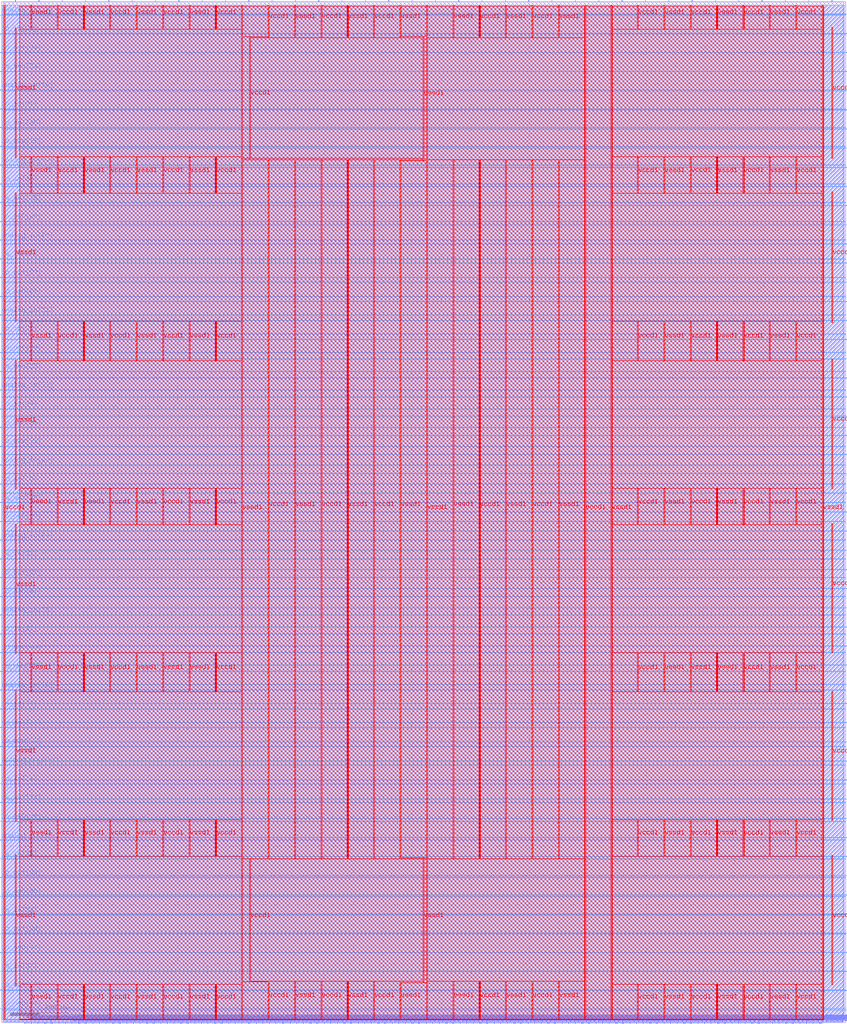
<source format=lef>
VERSION 5.7 ;
  NOWIREEXTENSIONATPIN ON ;
  DIVIDERCHAR "/" ;
  BUSBITCHARS "[]" ;
MACRO Marmot
  CLASS BLOCK ;
  FOREIGN Marmot ;
  ORIGIN 0.000 0.000 ;
  SIZE 2880.000 BY 3480.000 ;
  PIN analog_io[0]
    DIRECTION INOUT ;
    USE SIGNAL ;
    PORT
      LAYER met3 ;
        RECT 2879.000 1412.780 2884.800 1413.980 ;
    END
  END analog_io[0]
  PIN analog_io[10]
    DIRECTION INOUT ;
    USE SIGNAL ;
    PORT
      LAYER met2 ;
        RECT 2195.530 3479.000 2196.090 3484.800 ;
    END
  END analog_io[10]
  PIN analog_io[11]
    DIRECTION INOUT ;
    USE SIGNAL ;
    PORT
      LAYER met2 ;
        RECT 1877.210 3479.000 1877.770 3484.800 ;
    END
  END analog_io[11]
  PIN analog_io[12]
    DIRECTION INOUT ;
    USE SIGNAL ;
    PORT
      LAYER met2 ;
        RECT 1558.890 3479.000 1559.450 3484.800 ;
    END
  END analog_io[12]
  PIN analog_io[13]
    DIRECTION INOUT ;
    USE SIGNAL ;
    PORT
      LAYER met2 ;
        RECT 1240.570 3479.000 1241.130 3484.800 ;
    END
  END analog_io[13]
  PIN analog_io[14]
    DIRECTION INOUT ;
    USE SIGNAL ;
    PORT
      LAYER met2 ;
        RECT 922.250 3479.000 922.810 3484.800 ;
    END
  END analog_io[14]
  PIN analog_io[15]
    DIRECTION INOUT ;
    USE SIGNAL ;
    PORT
      LAYER met2 ;
        RECT 603.930 3479.000 604.490 3484.800 ;
    END
  END analog_io[15]
  PIN analog_io[16]
    DIRECTION INOUT ;
    USE SIGNAL ;
    PORT
      LAYER met2 ;
        RECT 285.610 3479.000 286.170 3484.800 ;
    END
  END analog_io[16]
  PIN analog_io[17]
    DIRECTION INOUT ;
    USE SIGNAL ;
    PORT
      LAYER met3 ;
        RECT -4.800 3433.060 1.000 3434.260 ;
    END
  END analog_io[17]
  PIN analog_io[18]
    DIRECTION INOUT ;
    USE SIGNAL ;
    PORT
      LAYER met3 ;
        RECT -4.800 3177.380 1.000 3178.580 ;
    END
  END analog_io[18]
  PIN analog_io[19]
    DIRECTION INOUT ;
    USE SIGNAL ;
    PORT
      LAYER met3 ;
        RECT -4.800 2921.700 1.000 2922.900 ;
    END
  END analog_io[19]
  PIN analog_io[1]
    DIRECTION INOUT ;
    USE SIGNAL ;
    PORT
      LAYER met3 ;
        RECT 2879.000 1673.900 2884.800 1675.100 ;
    END
  END analog_io[1]
  PIN analog_io[20]
    DIRECTION INOUT ;
    USE SIGNAL ;
    PORT
      LAYER met3 ;
        RECT -4.800 2666.020 1.000 2667.220 ;
    END
  END analog_io[20]
  PIN analog_io[21]
    DIRECTION INOUT ;
    USE SIGNAL ;
    PORT
      LAYER met3 ;
        RECT -4.800 2410.340 1.000 2411.540 ;
    END
  END analog_io[21]
  PIN analog_io[22]
    DIRECTION INOUT ;
    USE SIGNAL ;
    PORT
      LAYER met3 ;
        RECT -4.800 2154.660 1.000 2155.860 ;
    END
  END analog_io[22]
  PIN analog_io[23]
    DIRECTION INOUT ;
    USE SIGNAL ;
    PORT
      LAYER met3 ;
        RECT -4.800 1898.980 1.000 1900.180 ;
    END
  END analog_io[23]
  PIN analog_io[24]
    DIRECTION INOUT ;
    USE SIGNAL ;
    PORT
      LAYER met3 ;
        RECT -4.800 1643.300 1.000 1644.500 ;
    END
  END analog_io[24]
  PIN analog_io[25]
    DIRECTION INOUT ;
    USE SIGNAL ;
    PORT
      LAYER met3 ;
        RECT -4.800 1387.620 1.000 1388.820 ;
    END
  END analog_io[25]
  PIN analog_io[26]
    DIRECTION INOUT ;
    USE SIGNAL ;
    PORT
      LAYER met3 ;
        RECT -4.800 1131.940 1.000 1133.140 ;
    END
  END analog_io[26]
  PIN analog_io[27]
    DIRECTION INOUT ;
    USE SIGNAL ;
    PORT
      LAYER met3 ;
        RECT -4.800 876.260 1.000 877.460 ;
    END
  END analog_io[27]
  PIN analog_io[28]
    DIRECTION INOUT ;
    USE SIGNAL ;
    PORT
      LAYER met3 ;
        RECT -4.800 620.580 1.000 621.780 ;
    END
  END analog_io[28]
  PIN analog_io[2]
    DIRECTION INOUT ;
    USE SIGNAL ;
    PORT
      LAYER met3 ;
        RECT 2879.000 1935.020 2884.800 1936.220 ;
    END
  END analog_io[2]
  PIN analog_io[3]
    DIRECTION INOUT ;
    USE SIGNAL ;
    PORT
      LAYER met3 ;
        RECT 2879.000 2196.140 2884.800 2197.340 ;
    END
  END analog_io[3]
  PIN analog_io[4]
    DIRECTION INOUT ;
    USE SIGNAL ;
    PORT
      LAYER met3 ;
        RECT 2879.000 2457.260 2884.800 2458.460 ;
    END
  END analog_io[4]
  PIN analog_io[5]
    DIRECTION INOUT ;
    USE SIGNAL ;
    PORT
      LAYER met3 ;
        RECT 2879.000 2718.380 2884.800 2719.580 ;
    END
  END analog_io[5]
  PIN analog_io[6]
    DIRECTION INOUT ;
    USE SIGNAL ;
    PORT
      LAYER met3 ;
        RECT 2879.000 2979.500 2884.800 2980.700 ;
    END
  END analog_io[6]
  PIN analog_io[7]
    DIRECTION INOUT ;
    USE SIGNAL ;
    PORT
      LAYER met3 ;
        RECT 2879.000 3240.620 2884.800 3241.820 ;
    END
  END analog_io[7]
  PIN analog_io[8]
    DIRECTION INOUT ;
    USE SIGNAL ;
    PORT
      LAYER met2 ;
        RECT 2832.170 3479.000 2832.730 3484.800 ;
    END
  END analog_io[8]
  PIN analog_io[9]
    DIRECTION INOUT ;
    USE SIGNAL ;
    PORT
      LAYER met2 ;
        RECT 2513.850 3479.000 2514.410 3484.800 ;
    END
  END analog_io[9]
  PIN io_in[0]
    DIRECTION INPUT ;
    USE SIGNAL ;
    PORT
      LAYER met3 ;
        RECT 2879.000 41.900 2884.800 43.100 ;
    END
  END io_in[0]
  PIN io_in[10]
    DIRECTION INPUT ;
    USE SIGNAL ;
    PORT
      LAYER met3 ;
        RECT 2879.000 2261.420 2884.800 2262.620 ;
    END
  END io_in[10]
  PIN io_in[11]
    DIRECTION INPUT ;
    USE SIGNAL ;
    PORT
      LAYER met3 ;
        RECT 2879.000 2522.540 2884.800 2523.740 ;
    END
  END io_in[11]
  PIN io_in[12]
    DIRECTION INPUT ;
    USE SIGNAL ;
    PORT
      LAYER met3 ;
        RECT 2879.000 2783.660 2884.800 2784.860 ;
    END
  END io_in[12]
  PIN io_in[13]
    DIRECTION INPUT ;
    USE SIGNAL ;
    PORT
      LAYER met3 ;
        RECT 2879.000 3044.780 2884.800 3045.980 ;
    END
  END io_in[13]
  PIN io_in[14]
    DIRECTION INPUT ;
    USE SIGNAL ;
    PORT
      LAYER met3 ;
        RECT 2879.000 3305.900 2884.800 3307.100 ;
    END
  END io_in[14]
  PIN io_in[15]
    DIRECTION INPUT ;
    USE SIGNAL ;
    PORT
      LAYER met2 ;
        RECT 2752.590 3479.000 2753.150 3484.800 ;
    END
  END io_in[15]
  PIN io_in[16]
    DIRECTION INPUT ;
    USE SIGNAL ;
    PORT
      LAYER met2 ;
        RECT 2434.270 3479.000 2434.830 3484.800 ;
    END
  END io_in[16]
  PIN io_in[17]
    DIRECTION INPUT ;
    USE SIGNAL ;
    PORT
      LAYER met2 ;
        RECT 2115.950 3479.000 2116.510 3484.800 ;
    END
  END io_in[17]
  PIN io_in[18]
    DIRECTION INPUT ;
    USE SIGNAL ;
    PORT
      LAYER met2 ;
        RECT 1797.630 3479.000 1798.190 3484.800 ;
    END
  END io_in[18]
  PIN io_in[19]
    DIRECTION INPUT ;
    USE SIGNAL ;
    PORT
      LAYER met2 ;
        RECT 1479.310 3479.000 1479.870 3484.800 ;
    END
  END io_in[19]
  PIN io_in[1]
    DIRECTION INPUT ;
    USE SIGNAL ;
    PORT
      LAYER met3 ;
        RECT 2879.000 237.740 2884.800 238.940 ;
    END
  END io_in[1]
  PIN io_in[20]
    DIRECTION INPUT ;
    USE SIGNAL ;
    PORT
      LAYER met2 ;
        RECT 1160.990 3479.000 1161.550 3484.800 ;
    END
  END io_in[20]
  PIN io_in[21]
    DIRECTION INPUT ;
    USE SIGNAL ;
    PORT
      LAYER met2 ;
        RECT 842.670 3479.000 843.230 3484.800 ;
    END
  END io_in[21]
  PIN io_in[22]
    DIRECTION INPUT ;
    USE SIGNAL ;
    PORT
      LAYER met2 ;
        RECT 524.350 3479.000 524.910 3484.800 ;
    END
  END io_in[22]
  PIN io_in[23]
    DIRECTION INPUT ;
    USE SIGNAL ;
    PORT
      LAYER met2 ;
        RECT 206.030 3479.000 206.590 3484.800 ;
    END
  END io_in[23]
  PIN io_in[24]
    DIRECTION INPUT ;
    USE SIGNAL ;
    PORT
      LAYER met3 ;
        RECT -4.800 3369.140 1.000 3370.340 ;
    END
  END io_in[24]
  PIN io_in[25]
    DIRECTION INPUT ;
    USE SIGNAL ;
    PORT
      LAYER met3 ;
        RECT -4.800 3113.460 1.000 3114.660 ;
    END
  END io_in[25]
  PIN io_in[26]
    DIRECTION INPUT ;
    USE SIGNAL ;
    PORT
      LAYER met3 ;
        RECT -4.800 2857.780 1.000 2858.980 ;
    END
  END io_in[26]
  PIN io_in[27]
    DIRECTION INPUT ;
    USE SIGNAL ;
    PORT
      LAYER met3 ;
        RECT -4.800 2602.100 1.000 2603.300 ;
    END
  END io_in[27]
  PIN io_in[28]
    DIRECTION INPUT ;
    USE SIGNAL ;
    PORT
      LAYER met3 ;
        RECT -4.800 2346.420 1.000 2347.620 ;
    END
  END io_in[28]
  PIN io_in[29]
    DIRECTION INPUT ;
    USE SIGNAL ;
    PORT
      LAYER met3 ;
        RECT -4.800 2090.740 1.000 2091.940 ;
    END
  END io_in[29]
  PIN io_in[2]
    DIRECTION INPUT ;
    USE SIGNAL ;
    PORT
      LAYER met3 ;
        RECT 2879.000 433.580 2884.800 434.780 ;
    END
  END io_in[2]
  PIN io_in[30]
    DIRECTION INPUT ;
    USE SIGNAL ;
    PORT
      LAYER met3 ;
        RECT -4.800 1835.060 1.000 1836.260 ;
    END
  END io_in[30]
  PIN io_in[31]
    DIRECTION INPUT ;
    USE SIGNAL ;
    PORT
      LAYER met3 ;
        RECT -4.800 1579.380 1.000 1580.580 ;
    END
  END io_in[31]
  PIN io_in[32]
    DIRECTION INPUT ;
    USE SIGNAL ;
    PORT
      LAYER met3 ;
        RECT -4.800 1323.700 1.000 1324.900 ;
    END
  END io_in[32]
  PIN io_in[33]
    DIRECTION INPUT ;
    USE SIGNAL ;
    PORT
      LAYER met3 ;
        RECT -4.800 1068.020 1.000 1069.220 ;
    END
  END io_in[33]
  PIN io_in[34]
    DIRECTION INPUT ;
    USE SIGNAL ;
    PORT
      LAYER met3 ;
        RECT -4.800 812.340 1.000 813.540 ;
    END
  END io_in[34]
  PIN io_in[35]
    DIRECTION INPUT ;
    USE SIGNAL ;
    PORT
      LAYER met3 ;
        RECT -4.800 556.660 1.000 557.860 ;
    END
  END io_in[35]
  PIN io_in[36]
    DIRECTION INPUT ;
    USE SIGNAL ;
    PORT
      LAYER met3 ;
        RECT -4.800 364.900 1.000 366.100 ;
    END
  END io_in[36]
  PIN io_in[37]
    DIRECTION INPUT ;
    USE SIGNAL ;
    PORT
      LAYER met3 ;
        RECT -4.800 173.140 1.000 174.340 ;
    END
  END io_in[37]
  PIN io_in[3]
    DIRECTION INPUT ;
    USE SIGNAL ;
    PORT
      LAYER met3 ;
        RECT 2879.000 629.420 2884.800 630.620 ;
    END
  END io_in[3]
  PIN io_in[4]
    DIRECTION INPUT ;
    USE SIGNAL ;
    PORT
      LAYER met3 ;
        RECT 2879.000 825.260 2884.800 826.460 ;
    END
  END io_in[4]
  PIN io_in[5]
    DIRECTION INPUT ;
    USE SIGNAL ;
    PORT
      LAYER met3 ;
        RECT 2879.000 1021.100 2884.800 1022.300 ;
    END
  END io_in[5]
  PIN io_in[6]
    DIRECTION INPUT ;
    USE SIGNAL ;
    PORT
      LAYER met3 ;
        RECT 2879.000 1216.940 2884.800 1218.140 ;
    END
  END io_in[6]
  PIN io_in[7]
    DIRECTION INPUT ;
    USE SIGNAL ;
    PORT
      LAYER met3 ;
        RECT 2879.000 1478.060 2884.800 1479.260 ;
    END
  END io_in[7]
  PIN io_in[8]
    DIRECTION INPUT ;
    USE SIGNAL ;
    PORT
      LAYER met3 ;
        RECT 2879.000 1739.180 2884.800 1740.380 ;
    END
  END io_in[8]
  PIN io_in[9]
    DIRECTION INPUT ;
    USE SIGNAL ;
    PORT
      LAYER met3 ;
        RECT 2879.000 2000.300 2884.800 2001.500 ;
    END
  END io_in[9]
  PIN io_oeb[0]
    DIRECTION OUTPUT TRISTATE ;
    USE SIGNAL ;
    PORT
      LAYER met3 ;
        RECT 2879.000 172.460 2884.800 173.660 ;
    END
  END io_oeb[0]
  PIN io_oeb[10]
    DIRECTION OUTPUT TRISTATE ;
    USE SIGNAL ;
    PORT
      LAYER met3 ;
        RECT 2879.000 2391.980 2884.800 2393.180 ;
    END
  END io_oeb[10]
  PIN io_oeb[11]
    DIRECTION OUTPUT TRISTATE ;
    USE SIGNAL ;
    PORT
      LAYER met3 ;
        RECT 2879.000 2653.100 2884.800 2654.300 ;
    END
  END io_oeb[11]
  PIN io_oeb[12]
    DIRECTION OUTPUT TRISTATE ;
    USE SIGNAL ;
    PORT
      LAYER met3 ;
        RECT 2879.000 2914.220 2884.800 2915.420 ;
    END
  END io_oeb[12]
  PIN io_oeb[13]
    DIRECTION OUTPUT TRISTATE ;
    USE SIGNAL ;
    PORT
      LAYER met3 ;
        RECT 2879.000 3175.340 2884.800 3176.540 ;
    END
  END io_oeb[13]
  PIN io_oeb[14]
    DIRECTION OUTPUT TRISTATE ;
    USE SIGNAL ;
    PORT
      LAYER met3 ;
        RECT 2879.000 3436.460 2884.800 3437.660 ;
    END
  END io_oeb[14]
  PIN io_oeb[15]
    DIRECTION OUTPUT TRISTATE ;
    USE SIGNAL ;
    PORT
      LAYER met2 ;
        RECT 2593.430 3479.000 2593.990 3484.800 ;
    END
  END io_oeb[15]
  PIN io_oeb[16]
    DIRECTION OUTPUT TRISTATE ;
    USE SIGNAL ;
    PORT
      LAYER met2 ;
        RECT 2275.110 3479.000 2275.670 3484.800 ;
    END
  END io_oeb[16]
  PIN io_oeb[17]
    DIRECTION OUTPUT TRISTATE ;
    USE SIGNAL ;
    PORT
      LAYER met2 ;
        RECT 1956.790 3479.000 1957.350 3484.800 ;
    END
  END io_oeb[17]
  PIN io_oeb[18]
    DIRECTION OUTPUT TRISTATE ;
    USE SIGNAL ;
    PORT
      LAYER met2 ;
        RECT 1638.470 3479.000 1639.030 3484.800 ;
    END
  END io_oeb[18]
  PIN io_oeb[19]
    DIRECTION OUTPUT TRISTATE ;
    USE SIGNAL ;
    PORT
      LAYER met2 ;
        RECT 1320.150 3479.000 1320.710 3484.800 ;
    END
  END io_oeb[19]
  PIN io_oeb[1]
    DIRECTION OUTPUT TRISTATE ;
    USE SIGNAL ;
    PORT
      LAYER met3 ;
        RECT 2879.000 368.300 2884.800 369.500 ;
    END
  END io_oeb[1]
  PIN io_oeb[20]
    DIRECTION OUTPUT TRISTATE ;
    USE SIGNAL ;
    PORT
      LAYER met2 ;
        RECT 1001.830 3479.000 1002.390 3484.800 ;
    END
  END io_oeb[20]
  PIN io_oeb[21]
    DIRECTION OUTPUT TRISTATE ;
    USE SIGNAL ;
    PORT
      LAYER met2 ;
        RECT 683.510 3479.000 684.070 3484.800 ;
    END
  END io_oeb[21]
  PIN io_oeb[22]
    DIRECTION OUTPUT TRISTATE ;
    USE SIGNAL ;
    PORT
      LAYER met2 ;
        RECT 365.190 3479.000 365.750 3484.800 ;
    END
  END io_oeb[22]
  PIN io_oeb[23]
    DIRECTION OUTPUT TRISTATE ;
    USE SIGNAL ;
    PORT
      LAYER met2 ;
        RECT 46.870 3479.000 47.430 3484.800 ;
    END
  END io_oeb[23]
  PIN io_oeb[24]
    DIRECTION OUTPUT TRISTATE ;
    USE SIGNAL ;
    PORT
      LAYER met3 ;
        RECT -4.800 3241.300 1.000 3242.500 ;
    END
  END io_oeb[24]
  PIN io_oeb[25]
    DIRECTION OUTPUT TRISTATE ;
    USE SIGNAL ;
    PORT
      LAYER met3 ;
        RECT -4.800 2985.620 1.000 2986.820 ;
    END
  END io_oeb[25]
  PIN io_oeb[26]
    DIRECTION OUTPUT TRISTATE ;
    USE SIGNAL ;
    PORT
      LAYER met3 ;
        RECT -4.800 2729.940 1.000 2731.140 ;
    END
  END io_oeb[26]
  PIN io_oeb[27]
    DIRECTION OUTPUT TRISTATE ;
    USE SIGNAL ;
    PORT
      LAYER met3 ;
        RECT -4.800 2474.260 1.000 2475.460 ;
    END
  END io_oeb[27]
  PIN io_oeb[28]
    DIRECTION OUTPUT TRISTATE ;
    USE SIGNAL ;
    PORT
      LAYER met3 ;
        RECT -4.800 2218.580 1.000 2219.780 ;
    END
  END io_oeb[28]
  PIN io_oeb[29]
    DIRECTION OUTPUT TRISTATE ;
    USE SIGNAL ;
    PORT
      LAYER met3 ;
        RECT -4.800 1962.900 1.000 1964.100 ;
    END
  END io_oeb[29]
  PIN io_oeb[2]
    DIRECTION OUTPUT TRISTATE ;
    USE SIGNAL ;
    PORT
      LAYER met3 ;
        RECT 2879.000 564.140 2884.800 565.340 ;
    END
  END io_oeb[2]
  PIN io_oeb[30]
    DIRECTION OUTPUT TRISTATE ;
    USE SIGNAL ;
    PORT
      LAYER met3 ;
        RECT -4.800 1707.220 1.000 1708.420 ;
    END
  END io_oeb[30]
  PIN io_oeb[31]
    DIRECTION OUTPUT TRISTATE ;
    USE SIGNAL ;
    PORT
      LAYER met3 ;
        RECT -4.800 1451.540 1.000 1452.740 ;
    END
  END io_oeb[31]
  PIN io_oeb[32]
    DIRECTION OUTPUT TRISTATE ;
    USE SIGNAL ;
    PORT
      LAYER met3 ;
        RECT -4.800 1195.860 1.000 1197.060 ;
    END
  END io_oeb[32]
  PIN io_oeb[33]
    DIRECTION OUTPUT TRISTATE ;
    USE SIGNAL ;
    PORT
      LAYER met3 ;
        RECT -4.800 940.180 1.000 941.380 ;
    END
  END io_oeb[33]
  PIN io_oeb[34]
    DIRECTION OUTPUT TRISTATE ;
    USE SIGNAL ;
    PORT
      LAYER met3 ;
        RECT -4.800 684.500 1.000 685.700 ;
    END
  END io_oeb[34]
  PIN io_oeb[35]
    DIRECTION OUTPUT TRISTATE ;
    USE SIGNAL ;
    PORT
      LAYER met3 ;
        RECT -4.800 428.820 1.000 430.020 ;
    END
  END io_oeb[35]
  PIN io_oeb[36]
    DIRECTION OUTPUT TRISTATE ;
    USE SIGNAL ;
    PORT
      LAYER met3 ;
        RECT -4.800 237.060 1.000 238.260 ;
    END
  END io_oeb[36]
  PIN io_oeb[37]
    DIRECTION OUTPUT TRISTATE ;
    USE SIGNAL ;
    PORT
      LAYER met3 ;
        RECT -4.800 45.300 1.000 46.500 ;
    END
  END io_oeb[37]
  PIN io_oeb[3]
    DIRECTION OUTPUT TRISTATE ;
    USE SIGNAL ;
    PORT
      LAYER met3 ;
        RECT 2879.000 759.980 2884.800 761.180 ;
    END
  END io_oeb[3]
  PIN io_oeb[4]
    DIRECTION OUTPUT TRISTATE ;
    USE SIGNAL ;
    PORT
      LAYER met3 ;
        RECT 2879.000 955.820 2884.800 957.020 ;
    END
  END io_oeb[4]
  PIN io_oeb[5]
    DIRECTION OUTPUT TRISTATE ;
    USE SIGNAL ;
    PORT
      LAYER met3 ;
        RECT 2879.000 1151.660 2884.800 1152.860 ;
    END
  END io_oeb[5]
  PIN io_oeb[6]
    DIRECTION OUTPUT TRISTATE ;
    USE SIGNAL ;
    PORT
      LAYER met3 ;
        RECT 2879.000 1347.500 2884.800 1348.700 ;
    END
  END io_oeb[6]
  PIN io_oeb[7]
    DIRECTION OUTPUT TRISTATE ;
    USE SIGNAL ;
    PORT
      LAYER met3 ;
        RECT 2879.000 1608.620 2884.800 1609.820 ;
    END
  END io_oeb[7]
  PIN io_oeb[8]
    DIRECTION OUTPUT TRISTATE ;
    USE SIGNAL ;
    PORT
      LAYER met3 ;
        RECT 2879.000 1869.740 2884.800 1870.940 ;
    END
  END io_oeb[8]
  PIN io_oeb[9]
    DIRECTION OUTPUT TRISTATE ;
    USE SIGNAL ;
    PORT
      LAYER met3 ;
        RECT 2879.000 2130.860 2884.800 2132.060 ;
    END
  END io_oeb[9]
  PIN io_out[0]
    DIRECTION OUTPUT TRISTATE ;
    USE SIGNAL ;
    PORT
      LAYER met3 ;
        RECT 2879.000 107.180 2884.800 108.380 ;
    END
  END io_out[0]
  PIN io_out[10]
    DIRECTION OUTPUT TRISTATE ;
    USE SIGNAL ;
    PORT
      LAYER met3 ;
        RECT 2879.000 2326.700 2884.800 2327.900 ;
    END
  END io_out[10]
  PIN io_out[11]
    DIRECTION OUTPUT TRISTATE ;
    USE SIGNAL ;
    PORT
      LAYER met3 ;
        RECT 2879.000 2587.820 2884.800 2589.020 ;
    END
  END io_out[11]
  PIN io_out[12]
    DIRECTION OUTPUT TRISTATE ;
    USE SIGNAL ;
    PORT
      LAYER met3 ;
        RECT 2879.000 2848.940 2884.800 2850.140 ;
    END
  END io_out[12]
  PIN io_out[13]
    DIRECTION OUTPUT TRISTATE ;
    USE SIGNAL ;
    PORT
      LAYER met3 ;
        RECT 2879.000 3110.060 2884.800 3111.260 ;
    END
  END io_out[13]
  PIN io_out[14]
    DIRECTION OUTPUT TRISTATE ;
    USE SIGNAL ;
    PORT
      LAYER met3 ;
        RECT 2879.000 3371.180 2884.800 3372.380 ;
    END
  END io_out[14]
  PIN io_out[15]
    DIRECTION OUTPUT TRISTATE ;
    USE SIGNAL ;
    PORT
      LAYER met2 ;
        RECT 2673.010 3479.000 2673.570 3484.800 ;
    END
  END io_out[15]
  PIN io_out[16]
    DIRECTION OUTPUT TRISTATE ;
    USE SIGNAL ;
    PORT
      LAYER met2 ;
        RECT 2354.690 3479.000 2355.250 3484.800 ;
    END
  END io_out[16]
  PIN io_out[17]
    DIRECTION OUTPUT TRISTATE ;
    USE SIGNAL ;
    PORT
      LAYER met2 ;
        RECT 2036.370 3479.000 2036.930 3484.800 ;
    END
  END io_out[17]
  PIN io_out[18]
    DIRECTION OUTPUT TRISTATE ;
    USE SIGNAL ;
    PORT
      LAYER met2 ;
        RECT 1718.050 3479.000 1718.610 3484.800 ;
    END
  END io_out[18]
  PIN io_out[19]
    DIRECTION OUTPUT TRISTATE ;
    USE SIGNAL ;
    PORT
      LAYER met2 ;
        RECT 1399.730 3479.000 1400.290 3484.800 ;
    END
  END io_out[19]
  PIN io_out[1]
    DIRECTION OUTPUT TRISTATE ;
    USE SIGNAL ;
    PORT
      LAYER met3 ;
        RECT 2879.000 303.020 2884.800 304.220 ;
    END
  END io_out[1]
  PIN io_out[20]
    DIRECTION OUTPUT TRISTATE ;
    USE SIGNAL ;
    PORT
      LAYER met2 ;
        RECT 1081.410 3479.000 1081.970 3484.800 ;
    END
  END io_out[20]
  PIN io_out[21]
    DIRECTION OUTPUT TRISTATE ;
    USE SIGNAL ;
    PORT
      LAYER met2 ;
        RECT 763.090 3479.000 763.650 3484.800 ;
    END
  END io_out[21]
  PIN io_out[22]
    DIRECTION OUTPUT TRISTATE ;
    USE SIGNAL ;
    PORT
      LAYER met2 ;
        RECT 444.770 3479.000 445.330 3484.800 ;
    END
  END io_out[22]
  PIN io_out[23]
    DIRECTION OUTPUT TRISTATE ;
    USE SIGNAL ;
    PORT
      LAYER met2 ;
        RECT 126.450 3479.000 127.010 3484.800 ;
    END
  END io_out[23]
  PIN io_out[24]
    DIRECTION OUTPUT TRISTATE ;
    USE SIGNAL ;
    PORT
      LAYER met3 ;
        RECT -4.800 3305.220 1.000 3306.420 ;
    END
  END io_out[24]
  PIN io_out[25]
    DIRECTION OUTPUT TRISTATE ;
    USE SIGNAL ;
    PORT
      LAYER met3 ;
        RECT -4.800 3049.540 1.000 3050.740 ;
    END
  END io_out[25]
  PIN io_out[26]
    DIRECTION OUTPUT TRISTATE ;
    USE SIGNAL ;
    PORT
      LAYER met3 ;
        RECT -4.800 2793.860 1.000 2795.060 ;
    END
  END io_out[26]
  PIN io_out[27]
    DIRECTION OUTPUT TRISTATE ;
    USE SIGNAL ;
    PORT
      LAYER met3 ;
        RECT -4.800 2538.180 1.000 2539.380 ;
    END
  END io_out[27]
  PIN io_out[28]
    DIRECTION OUTPUT TRISTATE ;
    USE SIGNAL ;
    PORT
      LAYER met3 ;
        RECT -4.800 2282.500 1.000 2283.700 ;
    END
  END io_out[28]
  PIN io_out[29]
    DIRECTION OUTPUT TRISTATE ;
    USE SIGNAL ;
    PORT
      LAYER met3 ;
        RECT -4.800 2026.820 1.000 2028.020 ;
    END
  END io_out[29]
  PIN io_out[2]
    DIRECTION OUTPUT TRISTATE ;
    USE SIGNAL ;
    PORT
      LAYER met3 ;
        RECT 2879.000 498.860 2884.800 500.060 ;
    END
  END io_out[2]
  PIN io_out[30]
    DIRECTION OUTPUT TRISTATE ;
    USE SIGNAL ;
    PORT
      LAYER met3 ;
        RECT -4.800 1771.140 1.000 1772.340 ;
    END
  END io_out[30]
  PIN io_out[31]
    DIRECTION OUTPUT TRISTATE ;
    USE SIGNAL ;
    PORT
      LAYER met3 ;
        RECT -4.800 1515.460 1.000 1516.660 ;
    END
  END io_out[31]
  PIN io_out[32]
    DIRECTION OUTPUT TRISTATE ;
    USE SIGNAL ;
    PORT
      LAYER met3 ;
        RECT -4.800 1259.780 1.000 1260.980 ;
    END
  END io_out[32]
  PIN io_out[33]
    DIRECTION OUTPUT TRISTATE ;
    USE SIGNAL ;
    PORT
      LAYER met3 ;
        RECT -4.800 1004.100 1.000 1005.300 ;
    END
  END io_out[33]
  PIN io_out[34]
    DIRECTION OUTPUT TRISTATE ;
    USE SIGNAL ;
    PORT
      LAYER met3 ;
        RECT -4.800 748.420 1.000 749.620 ;
    END
  END io_out[34]
  PIN io_out[35]
    DIRECTION OUTPUT TRISTATE ;
    USE SIGNAL ;
    PORT
      LAYER met3 ;
        RECT -4.800 492.740 1.000 493.940 ;
    END
  END io_out[35]
  PIN io_out[36]
    DIRECTION OUTPUT TRISTATE ;
    USE SIGNAL ;
    PORT
      LAYER met3 ;
        RECT -4.800 300.980 1.000 302.180 ;
    END
  END io_out[36]
  PIN io_out[37]
    DIRECTION OUTPUT TRISTATE ;
    USE SIGNAL ;
    PORT
      LAYER met3 ;
        RECT -4.800 109.220 1.000 110.420 ;
    END
  END io_out[37]
  PIN io_out[3]
    DIRECTION OUTPUT TRISTATE ;
    USE SIGNAL ;
    PORT
      LAYER met3 ;
        RECT 2879.000 694.700 2884.800 695.900 ;
    END
  END io_out[3]
  PIN io_out[4]
    DIRECTION OUTPUT TRISTATE ;
    USE SIGNAL ;
    PORT
      LAYER met3 ;
        RECT 2879.000 890.540 2884.800 891.740 ;
    END
  END io_out[4]
  PIN io_out[5]
    DIRECTION OUTPUT TRISTATE ;
    USE SIGNAL ;
    PORT
      LAYER met3 ;
        RECT 2879.000 1086.380 2884.800 1087.580 ;
    END
  END io_out[5]
  PIN io_out[6]
    DIRECTION OUTPUT TRISTATE ;
    USE SIGNAL ;
    PORT
      LAYER met3 ;
        RECT 2879.000 1282.220 2884.800 1283.420 ;
    END
  END io_out[6]
  PIN io_out[7]
    DIRECTION OUTPUT TRISTATE ;
    USE SIGNAL ;
    PORT
      LAYER met3 ;
        RECT 2879.000 1543.340 2884.800 1544.540 ;
    END
  END io_out[7]
  PIN io_out[8]
    DIRECTION OUTPUT TRISTATE ;
    USE SIGNAL ;
    PORT
      LAYER met3 ;
        RECT 2879.000 1804.460 2884.800 1805.660 ;
    END
  END io_out[8]
  PIN io_out[9]
    DIRECTION OUTPUT TRISTATE ;
    USE SIGNAL ;
    PORT
      LAYER met3 ;
        RECT 2879.000 2065.580 2884.800 2066.780 ;
    END
  END io_out[9]
  PIN la_data_in[0]
    DIRECTION INPUT ;
    USE SIGNAL ;
    PORT
      LAYER met2 ;
        RECT 664.190 -4.800 664.750 1.000 ;
    END
  END la_data_in[0]
  PIN la_data_in[100]
    DIRECTION INPUT ;
    USE SIGNAL ;
    PORT
      LAYER met2 ;
        RECT 2320.190 -4.800 2320.750 1.000 ;
    END
  END la_data_in[100]
  PIN la_data_in[101]
    DIRECTION INPUT ;
    USE SIGNAL ;
    PORT
      LAYER met2 ;
        RECT 2336.750 -4.800 2337.310 1.000 ;
    END
  END la_data_in[101]
  PIN la_data_in[102]
    DIRECTION INPUT ;
    USE SIGNAL ;
    PORT
      LAYER met2 ;
        RECT 2353.310 -4.800 2353.870 1.000 ;
    END
  END la_data_in[102]
  PIN la_data_in[103]
    DIRECTION INPUT ;
    USE SIGNAL ;
    PORT
      LAYER met2 ;
        RECT 2369.870 -4.800 2370.430 1.000 ;
    END
  END la_data_in[103]
  PIN la_data_in[104]
    DIRECTION INPUT ;
    USE SIGNAL ;
    PORT
      LAYER met2 ;
        RECT 2386.430 -4.800 2386.990 1.000 ;
    END
  END la_data_in[104]
  PIN la_data_in[105]
    DIRECTION INPUT ;
    USE SIGNAL ;
    PORT
      LAYER met2 ;
        RECT 2402.990 -4.800 2403.550 1.000 ;
    END
  END la_data_in[105]
  PIN la_data_in[106]
    DIRECTION INPUT ;
    USE SIGNAL ;
    PORT
      LAYER met2 ;
        RECT 2419.550 -4.800 2420.110 1.000 ;
    END
  END la_data_in[106]
  PIN la_data_in[107]
    DIRECTION INPUT ;
    USE SIGNAL ;
    PORT
      LAYER met2 ;
        RECT 2436.110 -4.800 2436.670 1.000 ;
    END
  END la_data_in[107]
  PIN la_data_in[108]
    DIRECTION INPUT ;
    USE SIGNAL ;
    PORT
      LAYER met2 ;
        RECT 2452.670 -4.800 2453.230 1.000 ;
    END
  END la_data_in[108]
  PIN la_data_in[109]
    DIRECTION INPUT ;
    USE SIGNAL ;
    PORT
      LAYER met2 ;
        RECT 2469.230 -4.800 2469.790 1.000 ;
    END
  END la_data_in[109]
  PIN la_data_in[10]
    DIRECTION INPUT ;
    USE SIGNAL ;
    PORT
      LAYER met2 ;
        RECT 829.790 -4.800 830.350 1.000 ;
    END
  END la_data_in[10]
  PIN la_data_in[110]
    DIRECTION INPUT ;
    USE SIGNAL ;
    PORT
      LAYER met2 ;
        RECT 2485.790 -4.800 2486.350 1.000 ;
    END
  END la_data_in[110]
  PIN la_data_in[111]
    DIRECTION INPUT ;
    USE SIGNAL ;
    PORT
      LAYER met2 ;
        RECT 2502.350 -4.800 2502.910 1.000 ;
    END
  END la_data_in[111]
  PIN la_data_in[112]
    DIRECTION INPUT ;
    USE SIGNAL ;
    PORT
      LAYER met2 ;
        RECT 2518.910 -4.800 2519.470 1.000 ;
    END
  END la_data_in[112]
  PIN la_data_in[113]
    DIRECTION INPUT ;
    USE SIGNAL ;
    PORT
      LAYER met2 ;
        RECT 2535.470 -4.800 2536.030 1.000 ;
    END
  END la_data_in[113]
  PIN la_data_in[114]
    DIRECTION INPUT ;
    USE SIGNAL ;
    PORT
      LAYER met2 ;
        RECT 2552.030 -4.800 2552.590 1.000 ;
    END
  END la_data_in[114]
  PIN la_data_in[115]
    DIRECTION INPUT ;
    USE SIGNAL ;
    PORT
      LAYER met2 ;
        RECT 2568.590 -4.800 2569.150 1.000 ;
    END
  END la_data_in[115]
  PIN la_data_in[116]
    DIRECTION INPUT ;
    USE SIGNAL ;
    PORT
      LAYER met2 ;
        RECT 2585.150 -4.800 2585.710 1.000 ;
    END
  END la_data_in[116]
  PIN la_data_in[117]
    DIRECTION INPUT ;
    USE SIGNAL ;
    PORT
      LAYER met2 ;
        RECT 2601.710 -4.800 2602.270 1.000 ;
    END
  END la_data_in[117]
  PIN la_data_in[118]
    DIRECTION INPUT ;
    USE SIGNAL ;
    PORT
      LAYER met2 ;
        RECT 2618.270 -4.800 2618.830 1.000 ;
    END
  END la_data_in[118]
  PIN la_data_in[119]
    DIRECTION INPUT ;
    USE SIGNAL ;
    PORT
      LAYER met2 ;
        RECT 2634.830 -4.800 2635.390 1.000 ;
    END
  END la_data_in[119]
  PIN la_data_in[11]
    DIRECTION INPUT ;
    USE SIGNAL ;
    PORT
      LAYER met2 ;
        RECT 846.350 -4.800 846.910 1.000 ;
    END
  END la_data_in[11]
  PIN la_data_in[120]
    DIRECTION INPUT ;
    USE SIGNAL ;
    PORT
      LAYER met2 ;
        RECT 2651.390 -4.800 2651.950 1.000 ;
    END
  END la_data_in[120]
  PIN la_data_in[121]
    DIRECTION INPUT ;
    USE SIGNAL ;
    PORT
      LAYER met2 ;
        RECT 2667.950 -4.800 2668.510 1.000 ;
    END
  END la_data_in[121]
  PIN la_data_in[122]
    DIRECTION INPUT ;
    USE SIGNAL ;
    PORT
      LAYER met2 ;
        RECT 2684.510 -4.800 2685.070 1.000 ;
    END
  END la_data_in[122]
  PIN la_data_in[123]
    DIRECTION INPUT ;
    USE SIGNAL ;
    PORT
      LAYER met2 ;
        RECT 2701.070 -4.800 2701.630 1.000 ;
    END
  END la_data_in[123]
  PIN la_data_in[124]
    DIRECTION INPUT ;
    USE SIGNAL ;
    PORT
      LAYER met2 ;
        RECT 2717.630 -4.800 2718.190 1.000 ;
    END
  END la_data_in[124]
  PIN la_data_in[125]
    DIRECTION INPUT ;
    USE SIGNAL ;
    PORT
      LAYER met2 ;
        RECT 2734.190 -4.800 2734.750 1.000 ;
    END
  END la_data_in[125]
  PIN la_data_in[126]
    DIRECTION INPUT ;
    USE SIGNAL ;
    PORT
      LAYER met2 ;
        RECT 2750.750 -4.800 2751.310 1.000 ;
    END
  END la_data_in[126]
  PIN la_data_in[127]
    DIRECTION INPUT ;
    USE SIGNAL ;
    PORT
      LAYER met2 ;
        RECT 2767.310 -4.800 2767.870 1.000 ;
    END
  END la_data_in[127]
  PIN la_data_in[12]
    DIRECTION INPUT ;
    USE SIGNAL ;
    PORT
      LAYER met2 ;
        RECT 862.910 -4.800 863.470 1.000 ;
    END
  END la_data_in[12]
  PIN la_data_in[13]
    DIRECTION INPUT ;
    USE SIGNAL ;
    PORT
      LAYER met2 ;
        RECT 879.470 -4.800 880.030 1.000 ;
    END
  END la_data_in[13]
  PIN la_data_in[14]
    DIRECTION INPUT ;
    USE SIGNAL ;
    PORT
      LAYER met2 ;
        RECT 896.030 -4.800 896.590 1.000 ;
    END
  END la_data_in[14]
  PIN la_data_in[15]
    DIRECTION INPUT ;
    USE SIGNAL ;
    PORT
      LAYER met2 ;
        RECT 912.590 -4.800 913.150 1.000 ;
    END
  END la_data_in[15]
  PIN la_data_in[16]
    DIRECTION INPUT ;
    USE SIGNAL ;
    PORT
      LAYER met2 ;
        RECT 929.150 -4.800 929.710 1.000 ;
    END
  END la_data_in[16]
  PIN la_data_in[17]
    DIRECTION INPUT ;
    USE SIGNAL ;
    PORT
      LAYER met2 ;
        RECT 945.710 -4.800 946.270 1.000 ;
    END
  END la_data_in[17]
  PIN la_data_in[18]
    DIRECTION INPUT ;
    USE SIGNAL ;
    PORT
      LAYER met2 ;
        RECT 962.270 -4.800 962.830 1.000 ;
    END
  END la_data_in[18]
  PIN la_data_in[19]
    DIRECTION INPUT ;
    USE SIGNAL ;
    PORT
      LAYER met2 ;
        RECT 978.830 -4.800 979.390 1.000 ;
    END
  END la_data_in[19]
  PIN la_data_in[1]
    DIRECTION INPUT ;
    USE SIGNAL ;
    PORT
      LAYER met2 ;
        RECT 680.750 -4.800 681.310 1.000 ;
    END
  END la_data_in[1]
  PIN la_data_in[20]
    DIRECTION INPUT ;
    USE SIGNAL ;
    PORT
      LAYER met2 ;
        RECT 995.390 -4.800 995.950 1.000 ;
    END
  END la_data_in[20]
  PIN la_data_in[21]
    DIRECTION INPUT ;
    USE SIGNAL ;
    PORT
      LAYER met2 ;
        RECT 1011.950 -4.800 1012.510 1.000 ;
    END
  END la_data_in[21]
  PIN la_data_in[22]
    DIRECTION INPUT ;
    USE SIGNAL ;
    PORT
      LAYER met2 ;
        RECT 1028.510 -4.800 1029.070 1.000 ;
    END
  END la_data_in[22]
  PIN la_data_in[23]
    DIRECTION INPUT ;
    USE SIGNAL ;
    PORT
      LAYER met2 ;
        RECT 1045.070 -4.800 1045.630 1.000 ;
    END
  END la_data_in[23]
  PIN la_data_in[24]
    DIRECTION INPUT ;
    USE SIGNAL ;
    PORT
      LAYER met2 ;
        RECT 1061.630 -4.800 1062.190 1.000 ;
    END
  END la_data_in[24]
  PIN la_data_in[25]
    DIRECTION INPUT ;
    USE SIGNAL ;
    PORT
      LAYER met2 ;
        RECT 1078.190 -4.800 1078.750 1.000 ;
    END
  END la_data_in[25]
  PIN la_data_in[26]
    DIRECTION INPUT ;
    USE SIGNAL ;
    PORT
      LAYER met2 ;
        RECT 1094.750 -4.800 1095.310 1.000 ;
    END
  END la_data_in[26]
  PIN la_data_in[27]
    DIRECTION INPUT ;
    USE SIGNAL ;
    PORT
      LAYER met2 ;
        RECT 1111.310 -4.800 1111.870 1.000 ;
    END
  END la_data_in[27]
  PIN la_data_in[28]
    DIRECTION INPUT ;
    USE SIGNAL ;
    PORT
      LAYER met2 ;
        RECT 1127.870 -4.800 1128.430 1.000 ;
    END
  END la_data_in[28]
  PIN la_data_in[29]
    DIRECTION INPUT ;
    USE SIGNAL ;
    PORT
      LAYER met2 ;
        RECT 1144.430 -4.800 1144.990 1.000 ;
    END
  END la_data_in[29]
  PIN la_data_in[2]
    DIRECTION INPUT ;
    USE SIGNAL ;
    PORT
      LAYER met2 ;
        RECT 697.310 -4.800 697.870 1.000 ;
    END
  END la_data_in[2]
  PIN la_data_in[30]
    DIRECTION INPUT ;
    USE SIGNAL ;
    PORT
      LAYER met2 ;
        RECT 1160.990 -4.800 1161.550 1.000 ;
    END
  END la_data_in[30]
  PIN la_data_in[31]
    DIRECTION INPUT ;
    USE SIGNAL ;
    PORT
      LAYER met2 ;
        RECT 1177.550 -4.800 1178.110 1.000 ;
    END
  END la_data_in[31]
  PIN la_data_in[32]
    DIRECTION INPUT ;
    USE SIGNAL ;
    PORT
      LAYER met2 ;
        RECT 1194.110 -4.800 1194.670 1.000 ;
    END
  END la_data_in[32]
  PIN la_data_in[33]
    DIRECTION INPUT ;
    USE SIGNAL ;
    PORT
      LAYER met2 ;
        RECT 1210.670 -4.800 1211.230 1.000 ;
    END
  END la_data_in[33]
  PIN la_data_in[34]
    DIRECTION INPUT ;
    USE SIGNAL ;
    PORT
      LAYER met2 ;
        RECT 1227.230 -4.800 1227.790 1.000 ;
    END
  END la_data_in[34]
  PIN la_data_in[35]
    DIRECTION INPUT ;
    USE SIGNAL ;
    PORT
      LAYER met2 ;
        RECT 1243.790 -4.800 1244.350 1.000 ;
    END
  END la_data_in[35]
  PIN la_data_in[36]
    DIRECTION INPUT ;
    USE SIGNAL ;
    PORT
      LAYER met2 ;
        RECT 1260.350 -4.800 1260.910 1.000 ;
    END
  END la_data_in[36]
  PIN la_data_in[37]
    DIRECTION INPUT ;
    USE SIGNAL ;
    PORT
      LAYER met2 ;
        RECT 1276.910 -4.800 1277.470 1.000 ;
    END
  END la_data_in[37]
  PIN la_data_in[38]
    DIRECTION INPUT ;
    USE SIGNAL ;
    PORT
      LAYER met2 ;
        RECT 1293.470 -4.800 1294.030 1.000 ;
    END
  END la_data_in[38]
  PIN la_data_in[39]
    DIRECTION INPUT ;
    USE SIGNAL ;
    PORT
      LAYER met2 ;
        RECT 1310.030 -4.800 1310.590 1.000 ;
    END
  END la_data_in[39]
  PIN la_data_in[3]
    DIRECTION INPUT ;
    USE SIGNAL ;
    PORT
      LAYER met2 ;
        RECT 713.870 -4.800 714.430 1.000 ;
    END
  END la_data_in[3]
  PIN la_data_in[40]
    DIRECTION INPUT ;
    USE SIGNAL ;
    PORT
      LAYER met2 ;
        RECT 1326.590 -4.800 1327.150 1.000 ;
    END
  END la_data_in[40]
  PIN la_data_in[41]
    DIRECTION INPUT ;
    USE SIGNAL ;
    PORT
      LAYER met2 ;
        RECT 1343.150 -4.800 1343.710 1.000 ;
    END
  END la_data_in[41]
  PIN la_data_in[42]
    DIRECTION INPUT ;
    USE SIGNAL ;
    PORT
      LAYER met2 ;
        RECT 1359.710 -4.800 1360.270 1.000 ;
    END
  END la_data_in[42]
  PIN la_data_in[43]
    DIRECTION INPUT ;
    USE SIGNAL ;
    PORT
      LAYER met2 ;
        RECT 1376.270 -4.800 1376.830 1.000 ;
    END
  END la_data_in[43]
  PIN la_data_in[44]
    DIRECTION INPUT ;
    USE SIGNAL ;
    PORT
      LAYER met2 ;
        RECT 1392.830 -4.800 1393.390 1.000 ;
    END
  END la_data_in[44]
  PIN la_data_in[45]
    DIRECTION INPUT ;
    USE SIGNAL ;
    PORT
      LAYER met2 ;
        RECT 1409.390 -4.800 1409.950 1.000 ;
    END
  END la_data_in[45]
  PIN la_data_in[46]
    DIRECTION INPUT ;
    USE SIGNAL ;
    PORT
      LAYER met2 ;
        RECT 1425.950 -4.800 1426.510 1.000 ;
    END
  END la_data_in[46]
  PIN la_data_in[47]
    DIRECTION INPUT ;
    USE SIGNAL ;
    PORT
      LAYER met2 ;
        RECT 1442.510 -4.800 1443.070 1.000 ;
    END
  END la_data_in[47]
  PIN la_data_in[48]
    DIRECTION INPUT ;
    USE SIGNAL ;
    PORT
      LAYER met2 ;
        RECT 1459.070 -4.800 1459.630 1.000 ;
    END
  END la_data_in[48]
  PIN la_data_in[49]
    DIRECTION INPUT ;
    USE SIGNAL ;
    PORT
      LAYER met2 ;
        RECT 1475.630 -4.800 1476.190 1.000 ;
    END
  END la_data_in[49]
  PIN la_data_in[4]
    DIRECTION INPUT ;
    USE SIGNAL ;
    PORT
      LAYER met2 ;
        RECT 730.430 -4.800 730.990 1.000 ;
    END
  END la_data_in[4]
  PIN la_data_in[50]
    DIRECTION INPUT ;
    USE SIGNAL ;
    PORT
      LAYER met2 ;
        RECT 1492.190 -4.800 1492.750 1.000 ;
    END
  END la_data_in[50]
  PIN la_data_in[51]
    DIRECTION INPUT ;
    USE SIGNAL ;
    PORT
      LAYER met2 ;
        RECT 1508.750 -4.800 1509.310 1.000 ;
    END
  END la_data_in[51]
  PIN la_data_in[52]
    DIRECTION INPUT ;
    USE SIGNAL ;
    PORT
      LAYER met2 ;
        RECT 1525.310 -4.800 1525.870 1.000 ;
    END
  END la_data_in[52]
  PIN la_data_in[53]
    DIRECTION INPUT ;
    USE SIGNAL ;
    PORT
      LAYER met2 ;
        RECT 1541.870 -4.800 1542.430 1.000 ;
    END
  END la_data_in[53]
  PIN la_data_in[54]
    DIRECTION INPUT ;
    USE SIGNAL ;
    PORT
      LAYER met2 ;
        RECT 1558.430 -4.800 1558.990 1.000 ;
    END
  END la_data_in[54]
  PIN la_data_in[55]
    DIRECTION INPUT ;
    USE SIGNAL ;
    PORT
      LAYER met2 ;
        RECT 1574.990 -4.800 1575.550 1.000 ;
    END
  END la_data_in[55]
  PIN la_data_in[56]
    DIRECTION INPUT ;
    USE SIGNAL ;
    PORT
      LAYER met2 ;
        RECT 1591.550 -4.800 1592.110 1.000 ;
    END
  END la_data_in[56]
  PIN la_data_in[57]
    DIRECTION INPUT ;
    USE SIGNAL ;
    PORT
      LAYER met2 ;
        RECT 1608.110 -4.800 1608.670 1.000 ;
    END
  END la_data_in[57]
  PIN la_data_in[58]
    DIRECTION INPUT ;
    USE SIGNAL ;
    PORT
      LAYER met2 ;
        RECT 1624.670 -4.800 1625.230 1.000 ;
    END
  END la_data_in[58]
  PIN la_data_in[59]
    DIRECTION INPUT ;
    USE SIGNAL ;
    PORT
      LAYER met2 ;
        RECT 1641.230 -4.800 1641.790 1.000 ;
    END
  END la_data_in[59]
  PIN la_data_in[5]
    DIRECTION INPUT ;
    USE SIGNAL ;
    PORT
      LAYER met2 ;
        RECT 746.990 -4.800 747.550 1.000 ;
    END
  END la_data_in[5]
  PIN la_data_in[60]
    DIRECTION INPUT ;
    USE SIGNAL ;
    PORT
      LAYER met2 ;
        RECT 1657.790 -4.800 1658.350 1.000 ;
    END
  END la_data_in[60]
  PIN la_data_in[61]
    DIRECTION INPUT ;
    USE SIGNAL ;
    PORT
      LAYER met2 ;
        RECT 1674.350 -4.800 1674.910 1.000 ;
    END
  END la_data_in[61]
  PIN la_data_in[62]
    DIRECTION INPUT ;
    USE SIGNAL ;
    PORT
      LAYER met2 ;
        RECT 1690.910 -4.800 1691.470 1.000 ;
    END
  END la_data_in[62]
  PIN la_data_in[63]
    DIRECTION INPUT ;
    USE SIGNAL ;
    PORT
      LAYER met2 ;
        RECT 1707.470 -4.800 1708.030 1.000 ;
    END
  END la_data_in[63]
  PIN la_data_in[64]
    DIRECTION INPUT ;
    USE SIGNAL ;
    PORT
      LAYER met2 ;
        RECT 1724.030 -4.800 1724.590 1.000 ;
    END
  END la_data_in[64]
  PIN la_data_in[65]
    DIRECTION INPUT ;
    USE SIGNAL ;
    PORT
      LAYER met2 ;
        RECT 1740.590 -4.800 1741.150 1.000 ;
    END
  END la_data_in[65]
  PIN la_data_in[66]
    DIRECTION INPUT ;
    USE SIGNAL ;
    PORT
      LAYER met2 ;
        RECT 1757.150 -4.800 1757.710 1.000 ;
    END
  END la_data_in[66]
  PIN la_data_in[67]
    DIRECTION INPUT ;
    USE SIGNAL ;
    PORT
      LAYER met2 ;
        RECT 1773.710 -4.800 1774.270 1.000 ;
    END
  END la_data_in[67]
  PIN la_data_in[68]
    DIRECTION INPUT ;
    USE SIGNAL ;
    PORT
      LAYER met2 ;
        RECT 1790.270 -4.800 1790.830 1.000 ;
    END
  END la_data_in[68]
  PIN la_data_in[69]
    DIRECTION INPUT ;
    USE SIGNAL ;
    PORT
      LAYER met2 ;
        RECT 1806.830 -4.800 1807.390 1.000 ;
    END
  END la_data_in[69]
  PIN la_data_in[6]
    DIRECTION INPUT ;
    USE SIGNAL ;
    PORT
      LAYER met2 ;
        RECT 763.550 -4.800 764.110 1.000 ;
    END
  END la_data_in[6]
  PIN la_data_in[70]
    DIRECTION INPUT ;
    USE SIGNAL ;
    PORT
      LAYER met2 ;
        RECT 1823.390 -4.800 1823.950 1.000 ;
    END
  END la_data_in[70]
  PIN la_data_in[71]
    DIRECTION INPUT ;
    USE SIGNAL ;
    PORT
      LAYER met2 ;
        RECT 1839.950 -4.800 1840.510 1.000 ;
    END
  END la_data_in[71]
  PIN la_data_in[72]
    DIRECTION INPUT ;
    USE SIGNAL ;
    PORT
      LAYER met2 ;
        RECT 1856.510 -4.800 1857.070 1.000 ;
    END
  END la_data_in[72]
  PIN la_data_in[73]
    DIRECTION INPUT ;
    USE SIGNAL ;
    PORT
      LAYER met2 ;
        RECT 1873.070 -4.800 1873.630 1.000 ;
    END
  END la_data_in[73]
  PIN la_data_in[74]
    DIRECTION INPUT ;
    USE SIGNAL ;
    PORT
      LAYER met2 ;
        RECT 1889.630 -4.800 1890.190 1.000 ;
    END
  END la_data_in[74]
  PIN la_data_in[75]
    DIRECTION INPUT ;
    USE SIGNAL ;
    PORT
      LAYER met2 ;
        RECT 1906.190 -4.800 1906.750 1.000 ;
    END
  END la_data_in[75]
  PIN la_data_in[76]
    DIRECTION INPUT ;
    USE SIGNAL ;
    PORT
      LAYER met2 ;
        RECT 1922.750 -4.800 1923.310 1.000 ;
    END
  END la_data_in[76]
  PIN la_data_in[77]
    DIRECTION INPUT ;
    USE SIGNAL ;
    PORT
      LAYER met2 ;
        RECT 1939.310 -4.800 1939.870 1.000 ;
    END
  END la_data_in[77]
  PIN la_data_in[78]
    DIRECTION INPUT ;
    USE SIGNAL ;
    PORT
      LAYER met2 ;
        RECT 1955.870 -4.800 1956.430 1.000 ;
    END
  END la_data_in[78]
  PIN la_data_in[79]
    DIRECTION INPUT ;
    USE SIGNAL ;
    PORT
      LAYER met2 ;
        RECT 1972.430 -4.800 1972.990 1.000 ;
    END
  END la_data_in[79]
  PIN la_data_in[7]
    DIRECTION INPUT ;
    USE SIGNAL ;
    PORT
      LAYER met2 ;
        RECT 780.110 -4.800 780.670 1.000 ;
    END
  END la_data_in[7]
  PIN la_data_in[80]
    DIRECTION INPUT ;
    USE SIGNAL ;
    PORT
      LAYER met2 ;
        RECT 1988.990 -4.800 1989.550 1.000 ;
    END
  END la_data_in[80]
  PIN la_data_in[81]
    DIRECTION INPUT ;
    USE SIGNAL ;
    PORT
      LAYER met2 ;
        RECT 2005.550 -4.800 2006.110 1.000 ;
    END
  END la_data_in[81]
  PIN la_data_in[82]
    DIRECTION INPUT ;
    USE SIGNAL ;
    PORT
      LAYER met2 ;
        RECT 2022.110 -4.800 2022.670 1.000 ;
    END
  END la_data_in[82]
  PIN la_data_in[83]
    DIRECTION INPUT ;
    USE SIGNAL ;
    PORT
      LAYER met2 ;
        RECT 2038.670 -4.800 2039.230 1.000 ;
    END
  END la_data_in[83]
  PIN la_data_in[84]
    DIRECTION INPUT ;
    USE SIGNAL ;
    PORT
      LAYER met2 ;
        RECT 2055.230 -4.800 2055.790 1.000 ;
    END
  END la_data_in[84]
  PIN la_data_in[85]
    DIRECTION INPUT ;
    USE SIGNAL ;
    PORT
      LAYER met2 ;
        RECT 2071.790 -4.800 2072.350 1.000 ;
    END
  END la_data_in[85]
  PIN la_data_in[86]
    DIRECTION INPUT ;
    USE SIGNAL ;
    PORT
      LAYER met2 ;
        RECT 2088.350 -4.800 2088.910 1.000 ;
    END
  END la_data_in[86]
  PIN la_data_in[87]
    DIRECTION INPUT ;
    USE SIGNAL ;
    PORT
      LAYER met2 ;
        RECT 2104.910 -4.800 2105.470 1.000 ;
    END
  END la_data_in[87]
  PIN la_data_in[88]
    DIRECTION INPUT ;
    USE SIGNAL ;
    PORT
      LAYER met2 ;
        RECT 2121.470 -4.800 2122.030 1.000 ;
    END
  END la_data_in[88]
  PIN la_data_in[89]
    DIRECTION INPUT ;
    USE SIGNAL ;
    PORT
      LAYER met2 ;
        RECT 2138.030 -4.800 2138.590 1.000 ;
    END
  END la_data_in[89]
  PIN la_data_in[8]
    DIRECTION INPUT ;
    USE SIGNAL ;
    PORT
      LAYER met2 ;
        RECT 796.670 -4.800 797.230 1.000 ;
    END
  END la_data_in[8]
  PIN la_data_in[90]
    DIRECTION INPUT ;
    USE SIGNAL ;
    PORT
      LAYER met2 ;
        RECT 2154.590 -4.800 2155.150 1.000 ;
    END
  END la_data_in[90]
  PIN la_data_in[91]
    DIRECTION INPUT ;
    USE SIGNAL ;
    PORT
      LAYER met2 ;
        RECT 2171.150 -4.800 2171.710 1.000 ;
    END
  END la_data_in[91]
  PIN la_data_in[92]
    DIRECTION INPUT ;
    USE SIGNAL ;
    PORT
      LAYER met2 ;
        RECT 2187.710 -4.800 2188.270 1.000 ;
    END
  END la_data_in[92]
  PIN la_data_in[93]
    DIRECTION INPUT ;
    USE SIGNAL ;
    PORT
      LAYER met2 ;
        RECT 2204.270 -4.800 2204.830 1.000 ;
    END
  END la_data_in[93]
  PIN la_data_in[94]
    DIRECTION INPUT ;
    USE SIGNAL ;
    PORT
      LAYER met2 ;
        RECT 2220.830 -4.800 2221.390 1.000 ;
    END
  END la_data_in[94]
  PIN la_data_in[95]
    DIRECTION INPUT ;
    USE SIGNAL ;
    PORT
      LAYER met2 ;
        RECT 2237.390 -4.800 2237.950 1.000 ;
    END
  END la_data_in[95]
  PIN la_data_in[96]
    DIRECTION INPUT ;
    USE SIGNAL ;
    PORT
      LAYER met2 ;
        RECT 2253.950 -4.800 2254.510 1.000 ;
    END
  END la_data_in[96]
  PIN la_data_in[97]
    DIRECTION INPUT ;
    USE SIGNAL ;
    PORT
      LAYER met2 ;
        RECT 2270.510 -4.800 2271.070 1.000 ;
    END
  END la_data_in[97]
  PIN la_data_in[98]
    DIRECTION INPUT ;
    USE SIGNAL ;
    PORT
      LAYER met2 ;
        RECT 2287.070 -4.800 2287.630 1.000 ;
    END
  END la_data_in[98]
  PIN la_data_in[99]
    DIRECTION INPUT ;
    USE SIGNAL ;
    PORT
      LAYER met2 ;
        RECT 2303.630 -4.800 2304.190 1.000 ;
    END
  END la_data_in[99]
  PIN la_data_in[9]
    DIRECTION INPUT ;
    USE SIGNAL ;
    PORT
      LAYER met2 ;
        RECT 813.230 -4.800 813.790 1.000 ;
    END
  END la_data_in[9]
  PIN la_data_out[0]
    DIRECTION OUTPUT TRISTATE ;
    USE SIGNAL ;
    PORT
      LAYER met2 ;
        RECT 669.710 -4.800 670.270 1.000 ;
    END
  END la_data_out[0]
  PIN la_data_out[100]
    DIRECTION OUTPUT TRISTATE ;
    USE SIGNAL ;
    PORT
      LAYER met2 ;
        RECT 2325.710 -4.800 2326.270 1.000 ;
    END
  END la_data_out[100]
  PIN la_data_out[101]
    DIRECTION OUTPUT TRISTATE ;
    USE SIGNAL ;
    PORT
      LAYER met2 ;
        RECT 2342.270 -4.800 2342.830 1.000 ;
    END
  END la_data_out[101]
  PIN la_data_out[102]
    DIRECTION OUTPUT TRISTATE ;
    USE SIGNAL ;
    PORT
      LAYER met2 ;
        RECT 2358.830 -4.800 2359.390 1.000 ;
    END
  END la_data_out[102]
  PIN la_data_out[103]
    DIRECTION OUTPUT TRISTATE ;
    USE SIGNAL ;
    PORT
      LAYER met2 ;
        RECT 2375.390 -4.800 2375.950 1.000 ;
    END
  END la_data_out[103]
  PIN la_data_out[104]
    DIRECTION OUTPUT TRISTATE ;
    USE SIGNAL ;
    PORT
      LAYER met2 ;
        RECT 2391.950 -4.800 2392.510 1.000 ;
    END
  END la_data_out[104]
  PIN la_data_out[105]
    DIRECTION OUTPUT TRISTATE ;
    USE SIGNAL ;
    PORT
      LAYER met2 ;
        RECT 2408.510 -4.800 2409.070 1.000 ;
    END
  END la_data_out[105]
  PIN la_data_out[106]
    DIRECTION OUTPUT TRISTATE ;
    USE SIGNAL ;
    PORT
      LAYER met2 ;
        RECT 2425.070 -4.800 2425.630 1.000 ;
    END
  END la_data_out[106]
  PIN la_data_out[107]
    DIRECTION OUTPUT TRISTATE ;
    USE SIGNAL ;
    PORT
      LAYER met2 ;
        RECT 2441.630 -4.800 2442.190 1.000 ;
    END
  END la_data_out[107]
  PIN la_data_out[108]
    DIRECTION OUTPUT TRISTATE ;
    USE SIGNAL ;
    PORT
      LAYER met2 ;
        RECT 2458.190 -4.800 2458.750 1.000 ;
    END
  END la_data_out[108]
  PIN la_data_out[109]
    DIRECTION OUTPUT TRISTATE ;
    USE SIGNAL ;
    PORT
      LAYER met2 ;
        RECT 2474.750 -4.800 2475.310 1.000 ;
    END
  END la_data_out[109]
  PIN la_data_out[10]
    DIRECTION OUTPUT TRISTATE ;
    USE SIGNAL ;
    PORT
      LAYER met2 ;
        RECT 835.310 -4.800 835.870 1.000 ;
    END
  END la_data_out[10]
  PIN la_data_out[110]
    DIRECTION OUTPUT TRISTATE ;
    USE SIGNAL ;
    PORT
      LAYER met2 ;
        RECT 2491.310 -4.800 2491.870 1.000 ;
    END
  END la_data_out[110]
  PIN la_data_out[111]
    DIRECTION OUTPUT TRISTATE ;
    USE SIGNAL ;
    PORT
      LAYER met2 ;
        RECT 2507.870 -4.800 2508.430 1.000 ;
    END
  END la_data_out[111]
  PIN la_data_out[112]
    DIRECTION OUTPUT TRISTATE ;
    USE SIGNAL ;
    PORT
      LAYER met2 ;
        RECT 2524.430 -4.800 2524.990 1.000 ;
    END
  END la_data_out[112]
  PIN la_data_out[113]
    DIRECTION OUTPUT TRISTATE ;
    USE SIGNAL ;
    PORT
      LAYER met2 ;
        RECT 2540.990 -4.800 2541.550 1.000 ;
    END
  END la_data_out[113]
  PIN la_data_out[114]
    DIRECTION OUTPUT TRISTATE ;
    USE SIGNAL ;
    PORT
      LAYER met2 ;
        RECT 2557.550 -4.800 2558.110 1.000 ;
    END
  END la_data_out[114]
  PIN la_data_out[115]
    DIRECTION OUTPUT TRISTATE ;
    USE SIGNAL ;
    PORT
      LAYER met2 ;
        RECT 2574.110 -4.800 2574.670 1.000 ;
    END
  END la_data_out[115]
  PIN la_data_out[116]
    DIRECTION OUTPUT TRISTATE ;
    USE SIGNAL ;
    PORT
      LAYER met2 ;
        RECT 2590.670 -4.800 2591.230 1.000 ;
    END
  END la_data_out[116]
  PIN la_data_out[117]
    DIRECTION OUTPUT TRISTATE ;
    USE SIGNAL ;
    PORT
      LAYER met2 ;
        RECT 2607.230 -4.800 2607.790 1.000 ;
    END
  END la_data_out[117]
  PIN la_data_out[118]
    DIRECTION OUTPUT TRISTATE ;
    USE SIGNAL ;
    PORT
      LAYER met2 ;
        RECT 2623.790 -4.800 2624.350 1.000 ;
    END
  END la_data_out[118]
  PIN la_data_out[119]
    DIRECTION OUTPUT TRISTATE ;
    USE SIGNAL ;
    PORT
      LAYER met2 ;
        RECT 2640.350 -4.800 2640.910 1.000 ;
    END
  END la_data_out[119]
  PIN la_data_out[11]
    DIRECTION OUTPUT TRISTATE ;
    USE SIGNAL ;
    PORT
      LAYER met2 ;
        RECT 851.870 -4.800 852.430 1.000 ;
    END
  END la_data_out[11]
  PIN la_data_out[120]
    DIRECTION OUTPUT TRISTATE ;
    USE SIGNAL ;
    PORT
      LAYER met2 ;
        RECT 2656.910 -4.800 2657.470 1.000 ;
    END
  END la_data_out[120]
  PIN la_data_out[121]
    DIRECTION OUTPUT TRISTATE ;
    USE SIGNAL ;
    PORT
      LAYER met2 ;
        RECT 2673.470 -4.800 2674.030 1.000 ;
    END
  END la_data_out[121]
  PIN la_data_out[122]
    DIRECTION OUTPUT TRISTATE ;
    USE SIGNAL ;
    PORT
      LAYER met2 ;
        RECT 2690.030 -4.800 2690.590 1.000 ;
    END
  END la_data_out[122]
  PIN la_data_out[123]
    DIRECTION OUTPUT TRISTATE ;
    USE SIGNAL ;
    PORT
      LAYER met2 ;
        RECT 2706.590 -4.800 2707.150 1.000 ;
    END
  END la_data_out[123]
  PIN la_data_out[124]
    DIRECTION OUTPUT TRISTATE ;
    USE SIGNAL ;
    PORT
      LAYER met2 ;
        RECT 2723.150 -4.800 2723.710 1.000 ;
    END
  END la_data_out[124]
  PIN la_data_out[125]
    DIRECTION OUTPUT TRISTATE ;
    USE SIGNAL ;
    PORT
      LAYER met2 ;
        RECT 2739.710 -4.800 2740.270 1.000 ;
    END
  END la_data_out[125]
  PIN la_data_out[126]
    DIRECTION OUTPUT TRISTATE ;
    USE SIGNAL ;
    PORT
      LAYER met2 ;
        RECT 2756.270 -4.800 2756.830 1.000 ;
    END
  END la_data_out[126]
  PIN la_data_out[127]
    DIRECTION OUTPUT TRISTATE ;
    USE SIGNAL ;
    PORT
      LAYER met2 ;
        RECT 2772.830 -4.800 2773.390 1.000 ;
    END
  END la_data_out[127]
  PIN la_data_out[12]
    DIRECTION OUTPUT TRISTATE ;
    USE SIGNAL ;
    PORT
      LAYER met2 ;
        RECT 868.430 -4.800 868.990 1.000 ;
    END
  END la_data_out[12]
  PIN la_data_out[13]
    DIRECTION OUTPUT TRISTATE ;
    USE SIGNAL ;
    PORT
      LAYER met2 ;
        RECT 884.990 -4.800 885.550 1.000 ;
    END
  END la_data_out[13]
  PIN la_data_out[14]
    DIRECTION OUTPUT TRISTATE ;
    USE SIGNAL ;
    PORT
      LAYER met2 ;
        RECT 901.550 -4.800 902.110 1.000 ;
    END
  END la_data_out[14]
  PIN la_data_out[15]
    DIRECTION OUTPUT TRISTATE ;
    USE SIGNAL ;
    PORT
      LAYER met2 ;
        RECT 918.110 -4.800 918.670 1.000 ;
    END
  END la_data_out[15]
  PIN la_data_out[16]
    DIRECTION OUTPUT TRISTATE ;
    USE SIGNAL ;
    PORT
      LAYER met2 ;
        RECT 934.670 -4.800 935.230 1.000 ;
    END
  END la_data_out[16]
  PIN la_data_out[17]
    DIRECTION OUTPUT TRISTATE ;
    USE SIGNAL ;
    PORT
      LAYER met2 ;
        RECT 951.230 -4.800 951.790 1.000 ;
    END
  END la_data_out[17]
  PIN la_data_out[18]
    DIRECTION OUTPUT TRISTATE ;
    USE SIGNAL ;
    PORT
      LAYER met2 ;
        RECT 967.790 -4.800 968.350 1.000 ;
    END
  END la_data_out[18]
  PIN la_data_out[19]
    DIRECTION OUTPUT TRISTATE ;
    USE SIGNAL ;
    PORT
      LAYER met2 ;
        RECT 984.350 -4.800 984.910 1.000 ;
    END
  END la_data_out[19]
  PIN la_data_out[1]
    DIRECTION OUTPUT TRISTATE ;
    USE SIGNAL ;
    PORT
      LAYER met2 ;
        RECT 686.270 -4.800 686.830 1.000 ;
    END
  END la_data_out[1]
  PIN la_data_out[20]
    DIRECTION OUTPUT TRISTATE ;
    USE SIGNAL ;
    PORT
      LAYER met2 ;
        RECT 1000.910 -4.800 1001.470 1.000 ;
    END
  END la_data_out[20]
  PIN la_data_out[21]
    DIRECTION OUTPUT TRISTATE ;
    USE SIGNAL ;
    PORT
      LAYER met2 ;
        RECT 1017.470 -4.800 1018.030 1.000 ;
    END
  END la_data_out[21]
  PIN la_data_out[22]
    DIRECTION OUTPUT TRISTATE ;
    USE SIGNAL ;
    PORT
      LAYER met2 ;
        RECT 1034.030 -4.800 1034.590 1.000 ;
    END
  END la_data_out[22]
  PIN la_data_out[23]
    DIRECTION OUTPUT TRISTATE ;
    USE SIGNAL ;
    PORT
      LAYER met2 ;
        RECT 1050.590 -4.800 1051.150 1.000 ;
    END
  END la_data_out[23]
  PIN la_data_out[24]
    DIRECTION OUTPUT TRISTATE ;
    USE SIGNAL ;
    PORT
      LAYER met2 ;
        RECT 1067.150 -4.800 1067.710 1.000 ;
    END
  END la_data_out[24]
  PIN la_data_out[25]
    DIRECTION OUTPUT TRISTATE ;
    USE SIGNAL ;
    PORT
      LAYER met2 ;
        RECT 1083.710 -4.800 1084.270 1.000 ;
    END
  END la_data_out[25]
  PIN la_data_out[26]
    DIRECTION OUTPUT TRISTATE ;
    USE SIGNAL ;
    PORT
      LAYER met2 ;
        RECT 1100.270 -4.800 1100.830 1.000 ;
    END
  END la_data_out[26]
  PIN la_data_out[27]
    DIRECTION OUTPUT TRISTATE ;
    USE SIGNAL ;
    PORT
      LAYER met2 ;
        RECT 1116.830 -4.800 1117.390 1.000 ;
    END
  END la_data_out[27]
  PIN la_data_out[28]
    DIRECTION OUTPUT TRISTATE ;
    USE SIGNAL ;
    PORT
      LAYER met2 ;
        RECT 1133.390 -4.800 1133.950 1.000 ;
    END
  END la_data_out[28]
  PIN la_data_out[29]
    DIRECTION OUTPUT TRISTATE ;
    USE SIGNAL ;
    PORT
      LAYER met2 ;
        RECT 1149.950 -4.800 1150.510 1.000 ;
    END
  END la_data_out[29]
  PIN la_data_out[2]
    DIRECTION OUTPUT TRISTATE ;
    USE SIGNAL ;
    PORT
      LAYER met2 ;
        RECT 702.830 -4.800 703.390 1.000 ;
    END
  END la_data_out[2]
  PIN la_data_out[30]
    DIRECTION OUTPUT TRISTATE ;
    USE SIGNAL ;
    PORT
      LAYER met2 ;
        RECT 1166.510 -4.800 1167.070 1.000 ;
    END
  END la_data_out[30]
  PIN la_data_out[31]
    DIRECTION OUTPUT TRISTATE ;
    USE SIGNAL ;
    PORT
      LAYER met2 ;
        RECT 1183.070 -4.800 1183.630 1.000 ;
    END
  END la_data_out[31]
  PIN la_data_out[32]
    DIRECTION OUTPUT TRISTATE ;
    USE SIGNAL ;
    PORT
      LAYER met2 ;
        RECT 1199.630 -4.800 1200.190 1.000 ;
    END
  END la_data_out[32]
  PIN la_data_out[33]
    DIRECTION OUTPUT TRISTATE ;
    USE SIGNAL ;
    PORT
      LAYER met2 ;
        RECT 1216.190 -4.800 1216.750 1.000 ;
    END
  END la_data_out[33]
  PIN la_data_out[34]
    DIRECTION OUTPUT TRISTATE ;
    USE SIGNAL ;
    PORT
      LAYER met2 ;
        RECT 1232.750 -4.800 1233.310 1.000 ;
    END
  END la_data_out[34]
  PIN la_data_out[35]
    DIRECTION OUTPUT TRISTATE ;
    USE SIGNAL ;
    PORT
      LAYER met2 ;
        RECT 1249.310 -4.800 1249.870 1.000 ;
    END
  END la_data_out[35]
  PIN la_data_out[36]
    DIRECTION OUTPUT TRISTATE ;
    USE SIGNAL ;
    PORT
      LAYER met2 ;
        RECT 1265.870 -4.800 1266.430 1.000 ;
    END
  END la_data_out[36]
  PIN la_data_out[37]
    DIRECTION OUTPUT TRISTATE ;
    USE SIGNAL ;
    PORT
      LAYER met2 ;
        RECT 1282.430 -4.800 1282.990 1.000 ;
    END
  END la_data_out[37]
  PIN la_data_out[38]
    DIRECTION OUTPUT TRISTATE ;
    USE SIGNAL ;
    PORT
      LAYER met2 ;
        RECT 1298.990 -4.800 1299.550 1.000 ;
    END
  END la_data_out[38]
  PIN la_data_out[39]
    DIRECTION OUTPUT TRISTATE ;
    USE SIGNAL ;
    PORT
      LAYER met2 ;
        RECT 1315.550 -4.800 1316.110 1.000 ;
    END
  END la_data_out[39]
  PIN la_data_out[3]
    DIRECTION OUTPUT TRISTATE ;
    USE SIGNAL ;
    PORT
      LAYER met2 ;
        RECT 719.390 -4.800 719.950 1.000 ;
    END
  END la_data_out[3]
  PIN la_data_out[40]
    DIRECTION OUTPUT TRISTATE ;
    USE SIGNAL ;
    PORT
      LAYER met2 ;
        RECT 1332.110 -4.800 1332.670 1.000 ;
    END
  END la_data_out[40]
  PIN la_data_out[41]
    DIRECTION OUTPUT TRISTATE ;
    USE SIGNAL ;
    PORT
      LAYER met2 ;
        RECT 1348.670 -4.800 1349.230 1.000 ;
    END
  END la_data_out[41]
  PIN la_data_out[42]
    DIRECTION OUTPUT TRISTATE ;
    USE SIGNAL ;
    PORT
      LAYER met2 ;
        RECT 1365.230 -4.800 1365.790 1.000 ;
    END
  END la_data_out[42]
  PIN la_data_out[43]
    DIRECTION OUTPUT TRISTATE ;
    USE SIGNAL ;
    PORT
      LAYER met2 ;
        RECT 1381.790 -4.800 1382.350 1.000 ;
    END
  END la_data_out[43]
  PIN la_data_out[44]
    DIRECTION OUTPUT TRISTATE ;
    USE SIGNAL ;
    PORT
      LAYER met2 ;
        RECT 1398.350 -4.800 1398.910 1.000 ;
    END
  END la_data_out[44]
  PIN la_data_out[45]
    DIRECTION OUTPUT TRISTATE ;
    USE SIGNAL ;
    PORT
      LAYER met2 ;
        RECT 1414.910 -4.800 1415.470 1.000 ;
    END
  END la_data_out[45]
  PIN la_data_out[46]
    DIRECTION OUTPUT TRISTATE ;
    USE SIGNAL ;
    PORT
      LAYER met2 ;
        RECT 1431.470 -4.800 1432.030 1.000 ;
    END
  END la_data_out[46]
  PIN la_data_out[47]
    DIRECTION OUTPUT TRISTATE ;
    USE SIGNAL ;
    PORT
      LAYER met2 ;
        RECT 1448.030 -4.800 1448.590 1.000 ;
    END
  END la_data_out[47]
  PIN la_data_out[48]
    DIRECTION OUTPUT TRISTATE ;
    USE SIGNAL ;
    PORT
      LAYER met2 ;
        RECT 1464.590 -4.800 1465.150 1.000 ;
    END
  END la_data_out[48]
  PIN la_data_out[49]
    DIRECTION OUTPUT TRISTATE ;
    USE SIGNAL ;
    PORT
      LAYER met2 ;
        RECT 1481.150 -4.800 1481.710 1.000 ;
    END
  END la_data_out[49]
  PIN la_data_out[4]
    DIRECTION OUTPUT TRISTATE ;
    USE SIGNAL ;
    PORT
      LAYER met2 ;
        RECT 735.950 -4.800 736.510 1.000 ;
    END
  END la_data_out[4]
  PIN la_data_out[50]
    DIRECTION OUTPUT TRISTATE ;
    USE SIGNAL ;
    PORT
      LAYER met2 ;
        RECT 1497.710 -4.800 1498.270 1.000 ;
    END
  END la_data_out[50]
  PIN la_data_out[51]
    DIRECTION OUTPUT TRISTATE ;
    USE SIGNAL ;
    PORT
      LAYER met2 ;
        RECT 1514.270 -4.800 1514.830 1.000 ;
    END
  END la_data_out[51]
  PIN la_data_out[52]
    DIRECTION OUTPUT TRISTATE ;
    USE SIGNAL ;
    PORT
      LAYER met2 ;
        RECT 1530.830 -4.800 1531.390 1.000 ;
    END
  END la_data_out[52]
  PIN la_data_out[53]
    DIRECTION OUTPUT TRISTATE ;
    USE SIGNAL ;
    PORT
      LAYER met2 ;
        RECT 1547.390 -4.800 1547.950 1.000 ;
    END
  END la_data_out[53]
  PIN la_data_out[54]
    DIRECTION OUTPUT TRISTATE ;
    USE SIGNAL ;
    PORT
      LAYER met2 ;
        RECT 1563.950 -4.800 1564.510 1.000 ;
    END
  END la_data_out[54]
  PIN la_data_out[55]
    DIRECTION OUTPUT TRISTATE ;
    USE SIGNAL ;
    PORT
      LAYER met2 ;
        RECT 1580.510 -4.800 1581.070 1.000 ;
    END
  END la_data_out[55]
  PIN la_data_out[56]
    DIRECTION OUTPUT TRISTATE ;
    USE SIGNAL ;
    PORT
      LAYER met2 ;
        RECT 1597.070 -4.800 1597.630 1.000 ;
    END
  END la_data_out[56]
  PIN la_data_out[57]
    DIRECTION OUTPUT TRISTATE ;
    USE SIGNAL ;
    PORT
      LAYER met2 ;
        RECT 1613.630 -4.800 1614.190 1.000 ;
    END
  END la_data_out[57]
  PIN la_data_out[58]
    DIRECTION OUTPUT TRISTATE ;
    USE SIGNAL ;
    PORT
      LAYER met2 ;
        RECT 1630.190 -4.800 1630.750 1.000 ;
    END
  END la_data_out[58]
  PIN la_data_out[59]
    DIRECTION OUTPUT TRISTATE ;
    USE SIGNAL ;
    PORT
      LAYER met2 ;
        RECT 1646.750 -4.800 1647.310 1.000 ;
    END
  END la_data_out[59]
  PIN la_data_out[5]
    DIRECTION OUTPUT TRISTATE ;
    USE SIGNAL ;
    PORT
      LAYER met2 ;
        RECT 752.510 -4.800 753.070 1.000 ;
    END
  END la_data_out[5]
  PIN la_data_out[60]
    DIRECTION OUTPUT TRISTATE ;
    USE SIGNAL ;
    PORT
      LAYER met2 ;
        RECT 1663.310 -4.800 1663.870 1.000 ;
    END
  END la_data_out[60]
  PIN la_data_out[61]
    DIRECTION OUTPUT TRISTATE ;
    USE SIGNAL ;
    PORT
      LAYER met2 ;
        RECT 1679.870 -4.800 1680.430 1.000 ;
    END
  END la_data_out[61]
  PIN la_data_out[62]
    DIRECTION OUTPUT TRISTATE ;
    USE SIGNAL ;
    PORT
      LAYER met2 ;
        RECT 1696.430 -4.800 1696.990 1.000 ;
    END
  END la_data_out[62]
  PIN la_data_out[63]
    DIRECTION OUTPUT TRISTATE ;
    USE SIGNAL ;
    PORT
      LAYER met2 ;
        RECT 1712.990 -4.800 1713.550 1.000 ;
    END
  END la_data_out[63]
  PIN la_data_out[64]
    DIRECTION OUTPUT TRISTATE ;
    USE SIGNAL ;
    PORT
      LAYER met2 ;
        RECT 1729.550 -4.800 1730.110 1.000 ;
    END
  END la_data_out[64]
  PIN la_data_out[65]
    DIRECTION OUTPUT TRISTATE ;
    USE SIGNAL ;
    PORT
      LAYER met2 ;
        RECT 1746.110 -4.800 1746.670 1.000 ;
    END
  END la_data_out[65]
  PIN la_data_out[66]
    DIRECTION OUTPUT TRISTATE ;
    USE SIGNAL ;
    PORT
      LAYER met2 ;
        RECT 1762.670 -4.800 1763.230 1.000 ;
    END
  END la_data_out[66]
  PIN la_data_out[67]
    DIRECTION OUTPUT TRISTATE ;
    USE SIGNAL ;
    PORT
      LAYER met2 ;
        RECT 1779.230 -4.800 1779.790 1.000 ;
    END
  END la_data_out[67]
  PIN la_data_out[68]
    DIRECTION OUTPUT TRISTATE ;
    USE SIGNAL ;
    PORT
      LAYER met2 ;
        RECT 1795.790 -4.800 1796.350 1.000 ;
    END
  END la_data_out[68]
  PIN la_data_out[69]
    DIRECTION OUTPUT TRISTATE ;
    USE SIGNAL ;
    PORT
      LAYER met2 ;
        RECT 1812.350 -4.800 1812.910 1.000 ;
    END
  END la_data_out[69]
  PIN la_data_out[6]
    DIRECTION OUTPUT TRISTATE ;
    USE SIGNAL ;
    PORT
      LAYER met2 ;
        RECT 769.070 -4.800 769.630 1.000 ;
    END
  END la_data_out[6]
  PIN la_data_out[70]
    DIRECTION OUTPUT TRISTATE ;
    USE SIGNAL ;
    PORT
      LAYER met2 ;
        RECT 1828.910 -4.800 1829.470 1.000 ;
    END
  END la_data_out[70]
  PIN la_data_out[71]
    DIRECTION OUTPUT TRISTATE ;
    USE SIGNAL ;
    PORT
      LAYER met2 ;
        RECT 1845.470 -4.800 1846.030 1.000 ;
    END
  END la_data_out[71]
  PIN la_data_out[72]
    DIRECTION OUTPUT TRISTATE ;
    USE SIGNAL ;
    PORT
      LAYER met2 ;
        RECT 1862.030 -4.800 1862.590 1.000 ;
    END
  END la_data_out[72]
  PIN la_data_out[73]
    DIRECTION OUTPUT TRISTATE ;
    USE SIGNAL ;
    PORT
      LAYER met2 ;
        RECT 1878.590 -4.800 1879.150 1.000 ;
    END
  END la_data_out[73]
  PIN la_data_out[74]
    DIRECTION OUTPUT TRISTATE ;
    USE SIGNAL ;
    PORT
      LAYER met2 ;
        RECT 1895.150 -4.800 1895.710 1.000 ;
    END
  END la_data_out[74]
  PIN la_data_out[75]
    DIRECTION OUTPUT TRISTATE ;
    USE SIGNAL ;
    PORT
      LAYER met2 ;
        RECT 1911.710 -4.800 1912.270 1.000 ;
    END
  END la_data_out[75]
  PIN la_data_out[76]
    DIRECTION OUTPUT TRISTATE ;
    USE SIGNAL ;
    PORT
      LAYER met2 ;
        RECT 1928.270 -4.800 1928.830 1.000 ;
    END
  END la_data_out[76]
  PIN la_data_out[77]
    DIRECTION OUTPUT TRISTATE ;
    USE SIGNAL ;
    PORT
      LAYER met2 ;
        RECT 1944.830 -4.800 1945.390 1.000 ;
    END
  END la_data_out[77]
  PIN la_data_out[78]
    DIRECTION OUTPUT TRISTATE ;
    USE SIGNAL ;
    PORT
      LAYER met2 ;
        RECT 1961.390 -4.800 1961.950 1.000 ;
    END
  END la_data_out[78]
  PIN la_data_out[79]
    DIRECTION OUTPUT TRISTATE ;
    USE SIGNAL ;
    PORT
      LAYER met2 ;
        RECT 1977.950 -4.800 1978.510 1.000 ;
    END
  END la_data_out[79]
  PIN la_data_out[7]
    DIRECTION OUTPUT TRISTATE ;
    USE SIGNAL ;
    PORT
      LAYER met2 ;
        RECT 785.630 -4.800 786.190 1.000 ;
    END
  END la_data_out[7]
  PIN la_data_out[80]
    DIRECTION OUTPUT TRISTATE ;
    USE SIGNAL ;
    PORT
      LAYER met2 ;
        RECT 1994.510 -4.800 1995.070 1.000 ;
    END
  END la_data_out[80]
  PIN la_data_out[81]
    DIRECTION OUTPUT TRISTATE ;
    USE SIGNAL ;
    PORT
      LAYER met2 ;
        RECT 2011.070 -4.800 2011.630 1.000 ;
    END
  END la_data_out[81]
  PIN la_data_out[82]
    DIRECTION OUTPUT TRISTATE ;
    USE SIGNAL ;
    PORT
      LAYER met2 ;
        RECT 2027.630 -4.800 2028.190 1.000 ;
    END
  END la_data_out[82]
  PIN la_data_out[83]
    DIRECTION OUTPUT TRISTATE ;
    USE SIGNAL ;
    PORT
      LAYER met2 ;
        RECT 2044.190 -4.800 2044.750 1.000 ;
    END
  END la_data_out[83]
  PIN la_data_out[84]
    DIRECTION OUTPUT TRISTATE ;
    USE SIGNAL ;
    PORT
      LAYER met2 ;
        RECT 2060.750 -4.800 2061.310 1.000 ;
    END
  END la_data_out[84]
  PIN la_data_out[85]
    DIRECTION OUTPUT TRISTATE ;
    USE SIGNAL ;
    PORT
      LAYER met2 ;
        RECT 2077.310 -4.800 2077.870 1.000 ;
    END
  END la_data_out[85]
  PIN la_data_out[86]
    DIRECTION OUTPUT TRISTATE ;
    USE SIGNAL ;
    PORT
      LAYER met2 ;
        RECT 2093.870 -4.800 2094.430 1.000 ;
    END
  END la_data_out[86]
  PIN la_data_out[87]
    DIRECTION OUTPUT TRISTATE ;
    USE SIGNAL ;
    PORT
      LAYER met2 ;
        RECT 2110.430 -4.800 2110.990 1.000 ;
    END
  END la_data_out[87]
  PIN la_data_out[88]
    DIRECTION OUTPUT TRISTATE ;
    USE SIGNAL ;
    PORT
      LAYER met2 ;
        RECT 2126.990 -4.800 2127.550 1.000 ;
    END
  END la_data_out[88]
  PIN la_data_out[89]
    DIRECTION OUTPUT TRISTATE ;
    USE SIGNAL ;
    PORT
      LAYER met2 ;
        RECT 2143.550 -4.800 2144.110 1.000 ;
    END
  END la_data_out[89]
  PIN la_data_out[8]
    DIRECTION OUTPUT TRISTATE ;
    USE SIGNAL ;
    PORT
      LAYER met2 ;
        RECT 802.190 -4.800 802.750 1.000 ;
    END
  END la_data_out[8]
  PIN la_data_out[90]
    DIRECTION OUTPUT TRISTATE ;
    USE SIGNAL ;
    PORT
      LAYER met2 ;
        RECT 2160.110 -4.800 2160.670 1.000 ;
    END
  END la_data_out[90]
  PIN la_data_out[91]
    DIRECTION OUTPUT TRISTATE ;
    USE SIGNAL ;
    PORT
      LAYER met2 ;
        RECT 2176.670 -4.800 2177.230 1.000 ;
    END
  END la_data_out[91]
  PIN la_data_out[92]
    DIRECTION OUTPUT TRISTATE ;
    USE SIGNAL ;
    PORT
      LAYER met2 ;
        RECT 2193.230 -4.800 2193.790 1.000 ;
    END
  END la_data_out[92]
  PIN la_data_out[93]
    DIRECTION OUTPUT TRISTATE ;
    USE SIGNAL ;
    PORT
      LAYER met2 ;
        RECT 2209.790 -4.800 2210.350 1.000 ;
    END
  END la_data_out[93]
  PIN la_data_out[94]
    DIRECTION OUTPUT TRISTATE ;
    USE SIGNAL ;
    PORT
      LAYER met2 ;
        RECT 2226.350 -4.800 2226.910 1.000 ;
    END
  END la_data_out[94]
  PIN la_data_out[95]
    DIRECTION OUTPUT TRISTATE ;
    USE SIGNAL ;
    PORT
      LAYER met2 ;
        RECT 2242.910 -4.800 2243.470 1.000 ;
    END
  END la_data_out[95]
  PIN la_data_out[96]
    DIRECTION OUTPUT TRISTATE ;
    USE SIGNAL ;
    PORT
      LAYER met2 ;
        RECT 2259.470 -4.800 2260.030 1.000 ;
    END
  END la_data_out[96]
  PIN la_data_out[97]
    DIRECTION OUTPUT TRISTATE ;
    USE SIGNAL ;
    PORT
      LAYER met2 ;
        RECT 2276.030 -4.800 2276.590 1.000 ;
    END
  END la_data_out[97]
  PIN la_data_out[98]
    DIRECTION OUTPUT TRISTATE ;
    USE SIGNAL ;
    PORT
      LAYER met2 ;
        RECT 2292.590 -4.800 2293.150 1.000 ;
    END
  END la_data_out[98]
  PIN la_data_out[99]
    DIRECTION OUTPUT TRISTATE ;
    USE SIGNAL ;
    PORT
      LAYER met2 ;
        RECT 2309.150 -4.800 2309.710 1.000 ;
    END
  END la_data_out[99]
  PIN la_data_out[9]
    DIRECTION OUTPUT TRISTATE ;
    USE SIGNAL ;
    PORT
      LAYER met2 ;
        RECT 818.750 -4.800 819.310 1.000 ;
    END
  END la_data_out[9]
  PIN la_oenb[0]
    DIRECTION INPUT ;
    USE SIGNAL ;
    PORT
      LAYER met2 ;
        RECT 675.230 -4.800 675.790 1.000 ;
    END
  END la_oenb[0]
  PIN la_oenb[100]
    DIRECTION INPUT ;
    USE SIGNAL ;
    PORT
      LAYER met2 ;
        RECT 2331.230 -4.800 2331.790 1.000 ;
    END
  END la_oenb[100]
  PIN la_oenb[101]
    DIRECTION INPUT ;
    USE SIGNAL ;
    PORT
      LAYER met2 ;
        RECT 2347.790 -4.800 2348.350 1.000 ;
    END
  END la_oenb[101]
  PIN la_oenb[102]
    DIRECTION INPUT ;
    USE SIGNAL ;
    PORT
      LAYER met2 ;
        RECT 2364.350 -4.800 2364.910 1.000 ;
    END
  END la_oenb[102]
  PIN la_oenb[103]
    DIRECTION INPUT ;
    USE SIGNAL ;
    PORT
      LAYER met2 ;
        RECT 2380.910 -4.800 2381.470 1.000 ;
    END
  END la_oenb[103]
  PIN la_oenb[104]
    DIRECTION INPUT ;
    USE SIGNAL ;
    PORT
      LAYER met2 ;
        RECT 2397.470 -4.800 2398.030 1.000 ;
    END
  END la_oenb[104]
  PIN la_oenb[105]
    DIRECTION INPUT ;
    USE SIGNAL ;
    PORT
      LAYER met2 ;
        RECT 2414.030 -4.800 2414.590 1.000 ;
    END
  END la_oenb[105]
  PIN la_oenb[106]
    DIRECTION INPUT ;
    USE SIGNAL ;
    PORT
      LAYER met2 ;
        RECT 2430.590 -4.800 2431.150 1.000 ;
    END
  END la_oenb[106]
  PIN la_oenb[107]
    DIRECTION INPUT ;
    USE SIGNAL ;
    PORT
      LAYER met2 ;
        RECT 2447.150 -4.800 2447.710 1.000 ;
    END
  END la_oenb[107]
  PIN la_oenb[108]
    DIRECTION INPUT ;
    USE SIGNAL ;
    PORT
      LAYER met2 ;
        RECT 2463.710 -4.800 2464.270 1.000 ;
    END
  END la_oenb[108]
  PIN la_oenb[109]
    DIRECTION INPUT ;
    USE SIGNAL ;
    PORT
      LAYER met2 ;
        RECT 2480.270 -4.800 2480.830 1.000 ;
    END
  END la_oenb[109]
  PIN la_oenb[10]
    DIRECTION INPUT ;
    USE SIGNAL ;
    PORT
      LAYER met2 ;
        RECT 840.830 -4.800 841.390 1.000 ;
    END
  END la_oenb[10]
  PIN la_oenb[110]
    DIRECTION INPUT ;
    USE SIGNAL ;
    PORT
      LAYER met2 ;
        RECT 2496.830 -4.800 2497.390 1.000 ;
    END
  END la_oenb[110]
  PIN la_oenb[111]
    DIRECTION INPUT ;
    USE SIGNAL ;
    PORT
      LAYER met2 ;
        RECT 2513.390 -4.800 2513.950 1.000 ;
    END
  END la_oenb[111]
  PIN la_oenb[112]
    DIRECTION INPUT ;
    USE SIGNAL ;
    PORT
      LAYER met2 ;
        RECT 2529.950 -4.800 2530.510 1.000 ;
    END
  END la_oenb[112]
  PIN la_oenb[113]
    DIRECTION INPUT ;
    USE SIGNAL ;
    PORT
      LAYER met2 ;
        RECT 2546.510 -4.800 2547.070 1.000 ;
    END
  END la_oenb[113]
  PIN la_oenb[114]
    DIRECTION INPUT ;
    USE SIGNAL ;
    PORT
      LAYER met2 ;
        RECT 2563.070 -4.800 2563.630 1.000 ;
    END
  END la_oenb[114]
  PIN la_oenb[115]
    DIRECTION INPUT ;
    USE SIGNAL ;
    PORT
      LAYER met2 ;
        RECT 2579.630 -4.800 2580.190 1.000 ;
    END
  END la_oenb[115]
  PIN la_oenb[116]
    DIRECTION INPUT ;
    USE SIGNAL ;
    PORT
      LAYER met2 ;
        RECT 2596.190 -4.800 2596.750 1.000 ;
    END
  END la_oenb[116]
  PIN la_oenb[117]
    DIRECTION INPUT ;
    USE SIGNAL ;
    PORT
      LAYER met2 ;
        RECT 2612.750 -4.800 2613.310 1.000 ;
    END
  END la_oenb[117]
  PIN la_oenb[118]
    DIRECTION INPUT ;
    USE SIGNAL ;
    PORT
      LAYER met2 ;
        RECT 2629.310 -4.800 2629.870 1.000 ;
    END
  END la_oenb[118]
  PIN la_oenb[119]
    DIRECTION INPUT ;
    USE SIGNAL ;
    PORT
      LAYER met2 ;
        RECT 2645.870 -4.800 2646.430 1.000 ;
    END
  END la_oenb[119]
  PIN la_oenb[11]
    DIRECTION INPUT ;
    USE SIGNAL ;
    PORT
      LAYER met2 ;
        RECT 857.390 -4.800 857.950 1.000 ;
    END
  END la_oenb[11]
  PIN la_oenb[120]
    DIRECTION INPUT ;
    USE SIGNAL ;
    PORT
      LAYER met2 ;
        RECT 2662.430 -4.800 2662.990 1.000 ;
    END
  END la_oenb[120]
  PIN la_oenb[121]
    DIRECTION INPUT ;
    USE SIGNAL ;
    PORT
      LAYER met2 ;
        RECT 2678.990 -4.800 2679.550 1.000 ;
    END
  END la_oenb[121]
  PIN la_oenb[122]
    DIRECTION INPUT ;
    USE SIGNAL ;
    PORT
      LAYER met2 ;
        RECT 2695.550 -4.800 2696.110 1.000 ;
    END
  END la_oenb[122]
  PIN la_oenb[123]
    DIRECTION INPUT ;
    USE SIGNAL ;
    PORT
      LAYER met2 ;
        RECT 2712.110 -4.800 2712.670 1.000 ;
    END
  END la_oenb[123]
  PIN la_oenb[124]
    DIRECTION INPUT ;
    USE SIGNAL ;
    PORT
      LAYER met2 ;
        RECT 2728.670 -4.800 2729.230 1.000 ;
    END
  END la_oenb[124]
  PIN la_oenb[125]
    DIRECTION INPUT ;
    USE SIGNAL ;
    PORT
      LAYER met2 ;
        RECT 2745.230 -4.800 2745.790 1.000 ;
    END
  END la_oenb[125]
  PIN la_oenb[126]
    DIRECTION INPUT ;
    USE SIGNAL ;
    PORT
      LAYER met2 ;
        RECT 2761.790 -4.800 2762.350 1.000 ;
    END
  END la_oenb[126]
  PIN la_oenb[127]
    DIRECTION INPUT ;
    USE SIGNAL ;
    PORT
      LAYER met2 ;
        RECT 2778.350 -4.800 2778.910 1.000 ;
    END
  END la_oenb[127]
  PIN la_oenb[12]
    DIRECTION INPUT ;
    USE SIGNAL ;
    PORT
      LAYER met2 ;
        RECT 873.950 -4.800 874.510 1.000 ;
    END
  END la_oenb[12]
  PIN la_oenb[13]
    DIRECTION INPUT ;
    USE SIGNAL ;
    PORT
      LAYER met2 ;
        RECT 890.510 -4.800 891.070 1.000 ;
    END
  END la_oenb[13]
  PIN la_oenb[14]
    DIRECTION INPUT ;
    USE SIGNAL ;
    PORT
      LAYER met2 ;
        RECT 907.070 -4.800 907.630 1.000 ;
    END
  END la_oenb[14]
  PIN la_oenb[15]
    DIRECTION INPUT ;
    USE SIGNAL ;
    PORT
      LAYER met2 ;
        RECT 923.630 -4.800 924.190 1.000 ;
    END
  END la_oenb[15]
  PIN la_oenb[16]
    DIRECTION INPUT ;
    USE SIGNAL ;
    PORT
      LAYER met2 ;
        RECT 940.190 -4.800 940.750 1.000 ;
    END
  END la_oenb[16]
  PIN la_oenb[17]
    DIRECTION INPUT ;
    USE SIGNAL ;
    PORT
      LAYER met2 ;
        RECT 956.750 -4.800 957.310 1.000 ;
    END
  END la_oenb[17]
  PIN la_oenb[18]
    DIRECTION INPUT ;
    USE SIGNAL ;
    PORT
      LAYER met2 ;
        RECT 973.310 -4.800 973.870 1.000 ;
    END
  END la_oenb[18]
  PIN la_oenb[19]
    DIRECTION INPUT ;
    USE SIGNAL ;
    PORT
      LAYER met2 ;
        RECT 989.870 -4.800 990.430 1.000 ;
    END
  END la_oenb[19]
  PIN la_oenb[1]
    DIRECTION INPUT ;
    USE SIGNAL ;
    PORT
      LAYER met2 ;
        RECT 691.790 -4.800 692.350 1.000 ;
    END
  END la_oenb[1]
  PIN la_oenb[20]
    DIRECTION INPUT ;
    USE SIGNAL ;
    PORT
      LAYER met2 ;
        RECT 1006.430 -4.800 1006.990 1.000 ;
    END
  END la_oenb[20]
  PIN la_oenb[21]
    DIRECTION INPUT ;
    USE SIGNAL ;
    PORT
      LAYER met2 ;
        RECT 1022.990 -4.800 1023.550 1.000 ;
    END
  END la_oenb[21]
  PIN la_oenb[22]
    DIRECTION INPUT ;
    USE SIGNAL ;
    PORT
      LAYER met2 ;
        RECT 1039.550 -4.800 1040.110 1.000 ;
    END
  END la_oenb[22]
  PIN la_oenb[23]
    DIRECTION INPUT ;
    USE SIGNAL ;
    PORT
      LAYER met2 ;
        RECT 1056.110 -4.800 1056.670 1.000 ;
    END
  END la_oenb[23]
  PIN la_oenb[24]
    DIRECTION INPUT ;
    USE SIGNAL ;
    PORT
      LAYER met2 ;
        RECT 1072.670 -4.800 1073.230 1.000 ;
    END
  END la_oenb[24]
  PIN la_oenb[25]
    DIRECTION INPUT ;
    USE SIGNAL ;
    PORT
      LAYER met2 ;
        RECT 1089.230 -4.800 1089.790 1.000 ;
    END
  END la_oenb[25]
  PIN la_oenb[26]
    DIRECTION INPUT ;
    USE SIGNAL ;
    PORT
      LAYER met2 ;
        RECT 1105.790 -4.800 1106.350 1.000 ;
    END
  END la_oenb[26]
  PIN la_oenb[27]
    DIRECTION INPUT ;
    USE SIGNAL ;
    PORT
      LAYER met2 ;
        RECT 1122.350 -4.800 1122.910 1.000 ;
    END
  END la_oenb[27]
  PIN la_oenb[28]
    DIRECTION INPUT ;
    USE SIGNAL ;
    PORT
      LAYER met2 ;
        RECT 1138.910 -4.800 1139.470 1.000 ;
    END
  END la_oenb[28]
  PIN la_oenb[29]
    DIRECTION INPUT ;
    USE SIGNAL ;
    PORT
      LAYER met2 ;
        RECT 1155.470 -4.800 1156.030 1.000 ;
    END
  END la_oenb[29]
  PIN la_oenb[2]
    DIRECTION INPUT ;
    USE SIGNAL ;
    PORT
      LAYER met2 ;
        RECT 708.350 -4.800 708.910 1.000 ;
    END
  END la_oenb[2]
  PIN la_oenb[30]
    DIRECTION INPUT ;
    USE SIGNAL ;
    PORT
      LAYER met2 ;
        RECT 1172.030 -4.800 1172.590 1.000 ;
    END
  END la_oenb[30]
  PIN la_oenb[31]
    DIRECTION INPUT ;
    USE SIGNAL ;
    PORT
      LAYER met2 ;
        RECT 1188.590 -4.800 1189.150 1.000 ;
    END
  END la_oenb[31]
  PIN la_oenb[32]
    DIRECTION INPUT ;
    USE SIGNAL ;
    PORT
      LAYER met2 ;
        RECT 1205.150 -4.800 1205.710 1.000 ;
    END
  END la_oenb[32]
  PIN la_oenb[33]
    DIRECTION INPUT ;
    USE SIGNAL ;
    PORT
      LAYER met2 ;
        RECT 1221.710 -4.800 1222.270 1.000 ;
    END
  END la_oenb[33]
  PIN la_oenb[34]
    DIRECTION INPUT ;
    USE SIGNAL ;
    PORT
      LAYER met2 ;
        RECT 1238.270 -4.800 1238.830 1.000 ;
    END
  END la_oenb[34]
  PIN la_oenb[35]
    DIRECTION INPUT ;
    USE SIGNAL ;
    PORT
      LAYER met2 ;
        RECT 1254.830 -4.800 1255.390 1.000 ;
    END
  END la_oenb[35]
  PIN la_oenb[36]
    DIRECTION INPUT ;
    USE SIGNAL ;
    PORT
      LAYER met2 ;
        RECT 1271.390 -4.800 1271.950 1.000 ;
    END
  END la_oenb[36]
  PIN la_oenb[37]
    DIRECTION INPUT ;
    USE SIGNAL ;
    PORT
      LAYER met2 ;
        RECT 1287.950 -4.800 1288.510 1.000 ;
    END
  END la_oenb[37]
  PIN la_oenb[38]
    DIRECTION INPUT ;
    USE SIGNAL ;
    PORT
      LAYER met2 ;
        RECT 1304.510 -4.800 1305.070 1.000 ;
    END
  END la_oenb[38]
  PIN la_oenb[39]
    DIRECTION INPUT ;
    USE SIGNAL ;
    PORT
      LAYER met2 ;
        RECT 1321.070 -4.800 1321.630 1.000 ;
    END
  END la_oenb[39]
  PIN la_oenb[3]
    DIRECTION INPUT ;
    USE SIGNAL ;
    PORT
      LAYER met2 ;
        RECT 724.910 -4.800 725.470 1.000 ;
    END
  END la_oenb[3]
  PIN la_oenb[40]
    DIRECTION INPUT ;
    USE SIGNAL ;
    PORT
      LAYER met2 ;
        RECT 1337.630 -4.800 1338.190 1.000 ;
    END
  END la_oenb[40]
  PIN la_oenb[41]
    DIRECTION INPUT ;
    USE SIGNAL ;
    PORT
      LAYER met2 ;
        RECT 1354.190 -4.800 1354.750 1.000 ;
    END
  END la_oenb[41]
  PIN la_oenb[42]
    DIRECTION INPUT ;
    USE SIGNAL ;
    PORT
      LAYER met2 ;
        RECT 1370.750 -4.800 1371.310 1.000 ;
    END
  END la_oenb[42]
  PIN la_oenb[43]
    DIRECTION INPUT ;
    USE SIGNAL ;
    PORT
      LAYER met2 ;
        RECT 1387.310 -4.800 1387.870 1.000 ;
    END
  END la_oenb[43]
  PIN la_oenb[44]
    DIRECTION INPUT ;
    USE SIGNAL ;
    PORT
      LAYER met2 ;
        RECT 1403.870 -4.800 1404.430 1.000 ;
    END
  END la_oenb[44]
  PIN la_oenb[45]
    DIRECTION INPUT ;
    USE SIGNAL ;
    PORT
      LAYER met2 ;
        RECT 1420.430 -4.800 1420.990 1.000 ;
    END
  END la_oenb[45]
  PIN la_oenb[46]
    DIRECTION INPUT ;
    USE SIGNAL ;
    PORT
      LAYER met2 ;
        RECT 1436.990 -4.800 1437.550 1.000 ;
    END
  END la_oenb[46]
  PIN la_oenb[47]
    DIRECTION INPUT ;
    USE SIGNAL ;
    PORT
      LAYER met2 ;
        RECT 1453.550 -4.800 1454.110 1.000 ;
    END
  END la_oenb[47]
  PIN la_oenb[48]
    DIRECTION INPUT ;
    USE SIGNAL ;
    PORT
      LAYER met2 ;
        RECT 1470.110 -4.800 1470.670 1.000 ;
    END
  END la_oenb[48]
  PIN la_oenb[49]
    DIRECTION INPUT ;
    USE SIGNAL ;
    PORT
      LAYER met2 ;
        RECT 1486.670 -4.800 1487.230 1.000 ;
    END
  END la_oenb[49]
  PIN la_oenb[4]
    DIRECTION INPUT ;
    USE SIGNAL ;
    PORT
      LAYER met2 ;
        RECT 741.470 -4.800 742.030 1.000 ;
    END
  END la_oenb[4]
  PIN la_oenb[50]
    DIRECTION INPUT ;
    USE SIGNAL ;
    PORT
      LAYER met2 ;
        RECT 1503.230 -4.800 1503.790 1.000 ;
    END
  END la_oenb[50]
  PIN la_oenb[51]
    DIRECTION INPUT ;
    USE SIGNAL ;
    PORT
      LAYER met2 ;
        RECT 1519.790 -4.800 1520.350 1.000 ;
    END
  END la_oenb[51]
  PIN la_oenb[52]
    DIRECTION INPUT ;
    USE SIGNAL ;
    PORT
      LAYER met2 ;
        RECT 1536.350 -4.800 1536.910 1.000 ;
    END
  END la_oenb[52]
  PIN la_oenb[53]
    DIRECTION INPUT ;
    USE SIGNAL ;
    PORT
      LAYER met2 ;
        RECT 1552.910 -4.800 1553.470 1.000 ;
    END
  END la_oenb[53]
  PIN la_oenb[54]
    DIRECTION INPUT ;
    USE SIGNAL ;
    PORT
      LAYER met2 ;
        RECT 1569.470 -4.800 1570.030 1.000 ;
    END
  END la_oenb[54]
  PIN la_oenb[55]
    DIRECTION INPUT ;
    USE SIGNAL ;
    PORT
      LAYER met2 ;
        RECT 1586.030 -4.800 1586.590 1.000 ;
    END
  END la_oenb[55]
  PIN la_oenb[56]
    DIRECTION INPUT ;
    USE SIGNAL ;
    PORT
      LAYER met2 ;
        RECT 1602.590 -4.800 1603.150 1.000 ;
    END
  END la_oenb[56]
  PIN la_oenb[57]
    DIRECTION INPUT ;
    USE SIGNAL ;
    PORT
      LAYER met2 ;
        RECT 1619.150 -4.800 1619.710 1.000 ;
    END
  END la_oenb[57]
  PIN la_oenb[58]
    DIRECTION INPUT ;
    USE SIGNAL ;
    PORT
      LAYER met2 ;
        RECT 1635.710 -4.800 1636.270 1.000 ;
    END
  END la_oenb[58]
  PIN la_oenb[59]
    DIRECTION INPUT ;
    USE SIGNAL ;
    PORT
      LAYER met2 ;
        RECT 1652.270 -4.800 1652.830 1.000 ;
    END
  END la_oenb[59]
  PIN la_oenb[5]
    DIRECTION INPUT ;
    USE SIGNAL ;
    PORT
      LAYER met2 ;
        RECT 758.030 -4.800 758.590 1.000 ;
    END
  END la_oenb[5]
  PIN la_oenb[60]
    DIRECTION INPUT ;
    USE SIGNAL ;
    PORT
      LAYER met2 ;
        RECT 1668.830 -4.800 1669.390 1.000 ;
    END
  END la_oenb[60]
  PIN la_oenb[61]
    DIRECTION INPUT ;
    USE SIGNAL ;
    PORT
      LAYER met2 ;
        RECT 1685.390 -4.800 1685.950 1.000 ;
    END
  END la_oenb[61]
  PIN la_oenb[62]
    DIRECTION INPUT ;
    USE SIGNAL ;
    PORT
      LAYER met2 ;
        RECT 1701.950 -4.800 1702.510 1.000 ;
    END
  END la_oenb[62]
  PIN la_oenb[63]
    DIRECTION INPUT ;
    USE SIGNAL ;
    PORT
      LAYER met2 ;
        RECT 1718.510 -4.800 1719.070 1.000 ;
    END
  END la_oenb[63]
  PIN la_oenb[64]
    DIRECTION INPUT ;
    USE SIGNAL ;
    PORT
      LAYER met2 ;
        RECT 1735.070 -4.800 1735.630 1.000 ;
    END
  END la_oenb[64]
  PIN la_oenb[65]
    DIRECTION INPUT ;
    USE SIGNAL ;
    PORT
      LAYER met2 ;
        RECT 1751.630 -4.800 1752.190 1.000 ;
    END
  END la_oenb[65]
  PIN la_oenb[66]
    DIRECTION INPUT ;
    USE SIGNAL ;
    PORT
      LAYER met2 ;
        RECT 1768.190 -4.800 1768.750 1.000 ;
    END
  END la_oenb[66]
  PIN la_oenb[67]
    DIRECTION INPUT ;
    USE SIGNAL ;
    PORT
      LAYER met2 ;
        RECT 1784.750 -4.800 1785.310 1.000 ;
    END
  END la_oenb[67]
  PIN la_oenb[68]
    DIRECTION INPUT ;
    USE SIGNAL ;
    PORT
      LAYER met2 ;
        RECT 1801.310 -4.800 1801.870 1.000 ;
    END
  END la_oenb[68]
  PIN la_oenb[69]
    DIRECTION INPUT ;
    USE SIGNAL ;
    PORT
      LAYER met2 ;
        RECT 1817.870 -4.800 1818.430 1.000 ;
    END
  END la_oenb[69]
  PIN la_oenb[6]
    DIRECTION INPUT ;
    USE SIGNAL ;
    PORT
      LAYER met2 ;
        RECT 774.590 -4.800 775.150 1.000 ;
    END
  END la_oenb[6]
  PIN la_oenb[70]
    DIRECTION INPUT ;
    USE SIGNAL ;
    PORT
      LAYER met2 ;
        RECT 1834.430 -4.800 1834.990 1.000 ;
    END
  END la_oenb[70]
  PIN la_oenb[71]
    DIRECTION INPUT ;
    USE SIGNAL ;
    PORT
      LAYER met2 ;
        RECT 1850.990 -4.800 1851.550 1.000 ;
    END
  END la_oenb[71]
  PIN la_oenb[72]
    DIRECTION INPUT ;
    USE SIGNAL ;
    PORT
      LAYER met2 ;
        RECT 1867.550 -4.800 1868.110 1.000 ;
    END
  END la_oenb[72]
  PIN la_oenb[73]
    DIRECTION INPUT ;
    USE SIGNAL ;
    PORT
      LAYER met2 ;
        RECT 1884.110 -4.800 1884.670 1.000 ;
    END
  END la_oenb[73]
  PIN la_oenb[74]
    DIRECTION INPUT ;
    USE SIGNAL ;
    PORT
      LAYER met2 ;
        RECT 1900.670 -4.800 1901.230 1.000 ;
    END
  END la_oenb[74]
  PIN la_oenb[75]
    DIRECTION INPUT ;
    USE SIGNAL ;
    PORT
      LAYER met2 ;
        RECT 1917.230 -4.800 1917.790 1.000 ;
    END
  END la_oenb[75]
  PIN la_oenb[76]
    DIRECTION INPUT ;
    USE SIGNAL ;
    PORT
      LAYER met2 ;
        RECT 1933.790 -4.800 1934.350 1.000 ;
    END
  END la_oenb[76]
  PIN la_oenb[77]
    DIRECTION INPUT ;
    USE SIGNAL ;
    PORT
      LAYER met2 ;
        RECT 1950.350 -4.800 1950.910 1.000 ;
    END
  END la_oenb[77]
  PIN la_oenb[78]
    DIRECTION INPUT ;
    USE SIGNAL ;
    PORT
      LAYER met2 ;
        RECT 1966.910 -4.800 1967.470 1.000 ;
    END
  END la_oenb[78]
  PIN la_oenb[79]
    DIRECTION INPUT ;
    USE SIGNAL ;
    PORT
      LAYER met2 ;
        RECT 1983.470 -4.800 1984.030 1.000 ;
    END
  END la_oenb[79]
  PIN la_oenb[7]
    DIRECTION INPUT ;
    USE SIGNAL ;
    PORT
      LAYER met2 ;
        RECT 791.150 -4.800 791.710 1.000 ;
    END
  END la_oenb[7]
  PIN la_oenb[80]
    DIRECTION INPUT ;
    USE SIGNAL ;
    PORT
      LAYER met2 ;
        RECT 2000.030 -4.800 2000.590 1.000 ;
    END
  END la_oenb[80]
  PIN la_oenb[81]
    DIRECTION INPUT ;
    USE SIGNAL ;
    PORT
      LAYER met2 ;
        RECT 2016.590 -4.800 2017.150 1.000 ;
    END
  END la_oenb[81]
  PIN la_oenb[82]
    DIRECTION INPUT ;
    USE SIGNAL ;
    PORT
      LAYER met2 ;
        RECT 2033.150 -4.800 2033.710 1.000 ;
    END
  END la_oenb[82]
  PIN la_oenb[83]
    DIRECTION INPUT ;
    USE SIGNAL ;
    PORT
      LAYER met2 ;
        RECT 2049.710 -4.800 2050.270 1.000 ;
    END
  END la_oenb[83]
  PIN la_oenb[84]
    DIRECTION INPUT ;
    USE SIGNAL ;
    PORT
      LAYER met2 ;
        RECT 2066.270 -4.800 2066.830 1.000 ;
    END
  END la_oenb[84]
  PIN la_oenb[85]
    DIRECTION INPUT ;
    USE SIGNAL ;
    PORT
      LAYER met2 ;
        RECT 2082.830 -4.800 2083.390 1.000 ;
    END
  END la_oenb[85]
  PIN la_oenb[86]
    DIRECTION INPUT ;
    USE SIGNAL ;
    PORT
      LAYER met2 ;
        RECT 2099.390 -4.800 2099.950 1.000 ;
    END
  END la_oenb[86]
  PIN la_oenb[87]
    DIRECTION INPUT ;
    USE SIGNAL ;
    PORT
      LAYER met2 ;
        RECT 2115.950 -4.800 2116.510 1.000 ;
    END
  END la_oenb[87]
  PIN la_oenb[88]
    DIRECTION INPUT ;
    USE SIGNAL ;
    PORT
      LAYER met2 ;
        RECT 2132.510 -4.800 2133.070 1.000 ;
    END
  END la_oenb[88]
  PIN la_oenb[89]
    DIRECTION INPUT ;
    USE SIGNAL ;
    PORT
      LAYER met2 ;
        RECT 2149.070 -4.800 2149.630 1.000 ;
    END
  END la_oenb[89]
  PIN la_oenb[8]
    DIRECTION INPUT ;
    USE SIGNAL ;
    PORT
      LAYER met2 ;
        RECT 807.710 -4.800 808.270 1.000 ;
    END
  END la_oenb[8]
  PIN la_oenb[90]
    DIRECTION INPUT ;
    USE SIGNAL ;
    PORT
      LAYER met2 ;
        RECT 2165.630 -4.800 2166.190 1.000 ;
    END
  END la_oenb[90]
  PIN la_oenb[91]
    DIRECTION INPUT ;
    USE SIGNAL ;
    PORT
      LAYER met2 ;
        RECT 2182.190 -4.800 2182.750 1.000 ;
    END
  END la_oenb[91]
  PIN la_oenb[92]
    DIRECTION INPUT ;
    USE SIGNAL ;
    PORT
      LAYER met2 ;
        RECT 2198.750 -4.800 2199.310 1.000 ;
    END
  END la_oenb[92]
  PIN la_oenb[93]
    DIRECTION INPUT ;
    USE SIGNAL ;
    PORT
      LAYER met2 ;
        RECT 2215.310 -4.800 2215.870 1.000 ;
    END
  END la_oenb[93]
  PIN la_oenb[94]
    DIRECTION INPUT ;
    USE SIGNAL ;
    PORT
      LAYER met2 ;
        RECT 2231.870 -4.800 2232.430 1.000 ;
    END
  END la_oenb[94]
  PIN la_oenb[95]
    DIRECTION INPUT ;
    USE SIGNAL ;
    PORT
      LAYER met2 ;
        RECT 2248.430 -4.800 2248.990 1.000 ;
    END
  END la_oenb[95]
  PIN la_oenb[96]
    DIRECTION INPUT ;
    USE SIGNAL ;
    PORT
      LAYER met2 ;
        RECT 2264.990 -4.800 2265.550 1.000 ;
    END
  END la_oenb[96]
  PIN la_oenb[97]
    DIRECTION INPUT ;
    USE SIGNAL ;
    PORT
      LAYER met2 ;
        RECT 2281.550 -4.800 2282.110 1.000 ;
    END
  END la_oenb[97]
  PIN la_oenb[98]
    DIRECTION INPUT ;
    USE SIGNAL ;
    PORT
      LAYER met2 ;
        RECT 2298.110 -4.800 2298.670 1.000 ;
    END
  END la_oenb[98]
  PIN la_oenb[99]
    DIRECTION INPUT ;
    USE SIGNAL ;
    PORT
      LAYER met2 ;
        RECT 2314.670 -4.800 2315.230 1.000 ;
    END
  END la_oenb[99]
  PIN la_oenb[9]
    DIRECTION INPUT ;
    USE SIGNAL ;
    PORT
      LAYER met2 ;
        RECT 824.270 -4.800 824.830 1.000 ;
    END
  END la_oenb[9]
  PIN user_clock2
    DIRECTION INPUT ;
    USE SIGNAL ;
    PORT
      LAYER met2 ;
        RECT 2783.870 -4.800 2784.430 1.000 ;
    END
  END user_clock2
  PIN user_irq[0]
    DIRECTION OUTPUT TRISTATE ;
    USE SIGNAL ;
    PORT
      LAYER met2 ;
        RECT 2789.390 -4.800 2789.950 1.000 ;
    END
  END user_irq[0]
  PIN user_irq[1]
    DIRECTION OUTPUT TRISTATE ;
    USE SIGNAL ;
    PORT
      LAYER met2 ;
        RECT 2794.910 -4.800 2795.470 1.000 ;
    END
  END user_irq[1]
  PIN user_irq[2]
    DIRECTION OUTPUT TRISTATE ;
    USE SIGNAL ;
    PORT
      LAYER met2 ;
        RECT 2800.430 -4.800 2800.990 1.000 ;
    END
  END user_irq[2]
  PIN vccd1
    DIRECTION INOUT ;
    USE POWER ;
    PORT
      LAYER met4 ;
        RECT 8.970 10.640 12.070 3468.240 ;
    END
    PORT
      LAYER met4 ;
        RECT 188.970 10.640 192.070 130.000 ;
    END
    PORT
      LAYER met4 ;
        RECT 188.970 566.540 192.070 690.000 ;
    END
    PORT
      LAYER met4 ;
        RECT 188.970 1126.540 192.070 1260.000 ;
    END
    PORT
      LAYER met4 ;
        RECT 188.970 1696.540 192.070 1820.000 ;
    END
    PORT
      LAYER met4 ;
        RECT 188.970 2256.540 192.070 2390.000 ;
    END
    PORT
      LAYER met4 ;
        RECT 188.970 2826.540 192.070 2950.000 ;
    END
    PORT
      LAYER met4 ;
        RECT 188.970 3386.540 192.070 3468.240 ;
    END
    PORT
      LAYER met4 ;
        RECT 368.970 10.640 372.070 130.000 ;
    END
    PORT
      LAYER met4 ;
        RECT 368.970 566.540 372.070 690.000 ;
    END
    PORT
      LAYER met4 ;
        RECT 368.970 1126.540 372.070 1260.000 ;
    END
    PORT
      LAYER met4 ;
        RECT 368.970 1696.540 372.070 1820.000 ;
    END
    PORT
      LAYER met4 ;
        RECT 368.970 2256.540 372.070 2390.000 ;
    END
    PORT
      LAYER met4 ;
        RECT 368.970 2826.540 372.070 2950.000 ;
    END
    PORT
      LAYER met4 ;
        RECT 368.970 3386.540 372.070 3468.240 ;
    END
    PORT
      LAYER met4 ;
        RECT 548.970 10.640 552.070 130.000 ;
    END
    PORT
      LAYER met4 ;
        RECT 548.970 566.540 552.070 690.000 ;
    END
    PORT
      LAYER met4 ;
        RECT 548.970 1126.540 552.070 1260.000 ;
    END
    PORT
      LAYER met4 ;
        RECT 548.970 1696.540 552.070 1820.000 ;
    END
    PORT
      LAYER met4 ;
        RECT 548.970 2256.540 552.070 2390.000 ;
    END
    PORT
      LAYER met4 ;
        RECT 548.970 2826.540 552.070 2950.000 ;
    END
    PORT
      LAYER met4 ;
        RECT 548.970 3386.540 552.070 3468.240 ;
    END
    PORT
      LAYER met4 ;
        RECT 728.970 10.640 732.070 130.000 ;
    END
    PORT
      LAYER met4 ;
        RECT 728.970 566.540 732.070 690.000 ;
    END
    PORT
      LAYER met4 ;
        RECT 728.970 1126.540 732.070 1260.000 ;
    END
    PORT
      LAYER met4 ;
        RECT 728.970 1696.540 732.070 1820.000 ;
    END
    PORT
      LAYER met4 ;
        RECT 728.970 2256.540 732.070 2390.000 ;
    END
    PORT
      LAYER met4 ;
        RECT 728.970 2826.540 732.070 2950.000 ;
    END
    PORT
      LAYER met4 ;
        RECT 728.970 3386.540 732.070 3468.240 ;
    END
    PORT
      LAYER met4 ;
        RECT 908.970 10.640 912.070 140.000 ;
    END
    PORT
      LAYER met4 ;
        RECT 908.970 557.500 912.070 2940.000 ;
    END
    PORT
      LAYER met4 ;
        RECT 908.970 3357.500 912.070 3468.240 ;
    END
    PORT
      LAYER met4 ;
        RECT 1088.970 10.640 1092.070 140.000 ;
    END
    PORT
      LAYER met4 ;
        RECT 1088.970 557.500 1092.070 2940.000 ;
    END
    PORT
      LAYER met4 ;
        RECT 1088.970 3357.500 1092.070 3468.240 ;
    END
    PORT
      LAYER met4 ;
        RECT 1268.970 10.640 1272.070 140.000 ;
    END
    PORT
      LAYER met4 ;
        RECT 1268.970 557.500 1272.070 2940.000 ;
    END
    PORT
      LAYER met4 ;
        RECT 1268.970 3357.500 1272.070 3468.240 ;
    END
    PORT
      LAYER met4 ;
        RECT 1448.970 10.640 1452.070 3468.240 ;
    END
    PORT
      LAYER met4 ;
        RECT 1628.970 10.640 1632.070 140.000 ;
    END
    PORT
      LAYER met4 ;
        RECT 1628.970 557.500 1632.070 2940.000 ;
    END
    PORT
      LAYER met4 ;
        RECT 1628.970 3357.500 1632.070 3468.240 ;
    END
    PORT
      LAYER met4 ;
        RECT 1808.970 10.640 1812.070 140.000 ;
    END
    PORT
      LAYER met4 ;
        RECT 1808.970 557.500 1812.070 2940.000 ;
    END
    PORT
      LAYER met4 ;
        RECT 1808.970 3357.500 1812.070 3468.240 ;
    END
    PORT
      LAYER met4 ;
        RECT 1988.970 10.640 1992.070 3468.240 ;
    END
    PORT
      LAYER met4 ;
        RECT 2168.970 10.640 2172.070 130.000 ;
    END
    PORT
      LAYER met4 ;
        RECT 2168.970 566.540 2172.070 690.000 ;
    END
    PORT
      LAYER met4 ;
        RECT 2168.970 1126.540 2172.070 1260.000 ;
    END
    PORT
      LAYER met4 ;
        RECT 2168.970 1696.540 2172.070 1820.000 ;
    END
    PORT
      LAYER met4 ;
        RECT 2168.970 2256.540 2172.070 2390.000 ;
    END
    PORT
      LAYER met4 ;
        RECT 2168.970 2826.540 2172.070 2950.000 ;
    END
    PORT
      LAYER met4 ;
        RECT 2168.970 3386.540 2172.070 3468.240 ;
    END
    PORT
      LAYER met4 ;
        RECT 2348.970 10.640 2352.070 130.000 ;
    END
    PORT
      LAYER met4 ;
        RECT 2348.970 566.540 2352.070 690.000 ;
    END
    PORT
      LAYER met4 ;
        RECT 2348.970 1126.540 2352.070 1260.000 ;
    END
    PORT
      LAYER met4 ;
        RECT 2348.970 1696.540 2352.070 1820.000 ;
    END
    PORT
      LAYER met4 ;
        RECT 2348.970 2256.540 2352.070 2390.000 ;
    END
    PORT
      LAYER met4 ;
        RECT 2348.970 2826.540 2352.070 2950.000 ;
    END
    PORT
      LAYER met4 ;
        RECT 2348.970 3386.540 2352.070 3468.240 ;
    END
    PORT
      LAYER met4 ;
        RECT 2528.970 10.640 2532.070 130.000 ;
    END
    PORT
      LAYER met4 ;
        RECT 2528.970 566.540 2532.070 690.000 ;
    END
    PORT
      LAYER met4 ;
        RECT 2528.970 1126.540 2532.070 1260.000 ;
    END
    PORT
      LAYER met4 ;
        RECT 2528.970 1696.540 2532.070 1820.000 ;
    END
    PORT
      LAYER met4 ;
        RECT 2528.970 2256.540 2532.070 2390.000 ;
    END
    PORT
      LAYER met4 ;
        RECT 2528.970 2826.540 2532.070 2950.000 ;
    END
    PORT
      LAYER met4 ;
        RECT 2528.970 3386.540 2532.070 3468.240 ;
    END
    PORT
      LAYER met4 ;
        RECT 2708.970 10.640 2712.070 130.000 ;
    END
    PORT
      LAYER met4 ;
        RECT 2708.970 566.540 2712.070 690.000 ;
    END
    PORT
      LAYER met4 ;
        RECT 2708.970 1126.540 2712.070 1260.000 ;
    END
    PORT
      LAYER met4 ;
        RECT 2708.970 1696.540 2712.070 1820.000 ;
    END
    PORT
      LAYER met4 ;
        RECT 2708.970 2256.540 2712.070 2390.000 ;
    END
    PORT
      LAYER met4 ;
        RECT 2708.970 2826.540 2712.070 2950.000 ;
    END
    PORT
      LAYER met4 ;
        RECT 2708.970 3386.540 2712.070 3468.240 ;
    END
#    PORT
#      LAYER met5 ;
#        RECT 5.280 14.330 2874.320 17.430 ;
#    END
#    PORT
#      LAYER met5 ;
#        RECT 5.280 194.330 2874.320 197.430 ;
#    END
#    PORT
#      LAYER met5 ;
#        RECT 5.280 374.330 2874.320 377.430 ;
#    END
#    PORT
#      LAYER met5 ;
#        RECT 5.280 554.330 2874.320 557.430 ;
#    END
#    PORT
#      LAYER met5 ;
#        RECT 5.280 734.330 2874.320 737.430 ;
#    END
#    PORT
#      LAYER met5 ;
#        RECT 5.280 914.330 2874.320 917.430 ;
#    END
#    PORT
#      LAYER met5 ;
#        RECT 5.280 1094.330 2874.320 1097.430 ;
#    END
#    PORT
#      LAYER met5 ;
#        RECT 5.280 1274.330 2874.320 1277.430 ;
#    END
#    PORT
#      LAYER met5 ;
#        RECT 5.280 1454.330 2874.320 1457.430 ;
#    END
#    PORT
#      LAYER met5 ;
#        RECT 5.280 1634.330 2874.320 1637.430 ;
#    END
#    PORT
#      LAYER met5 ;
#        RECT 5.280 1814.330 2874.320 1817.430 ;
#    END
#    PORT
#      LAYER met5 ;
#        RECT 5.280 1994.330 2874.320 1997.430 ;
#    END
#    PORT
#      LAYER met5 ;
#        RECT 5.280 2174.330 2874.320 2177.430 ;
#    END
#    PORT
#      LAYER met5 ;
#        RECT 5.280 2354.330 2874.320 2357.430 ;
#    END
#    PORT
#      LAYER met5 ;
#        RECT 5.280 2534.330 2874.320 2537.430 ;
#    END
#    PORT
#      LAYER met5 ;
#        RECT 5.280 2714.330 2874.320 2717.430 ;
#    END
#    PORT
#      LAYER met5 ;
#        RECT 5.280 2894.330 2874.320 2897.430 ;
#    END
#    PORT
#      LAYER met5 ;
#        RECT 5.280 3074.330 2874.320 3077.430 ;
#    END
#    PORT
#      LAYER met5 ;
#        RECT 5.280 3254.330 2874.320 3257.430 ;
#    END
#    PORT
#      LAYER met5 ;
#        RECT 5.280 3434.330 2874.320 3437.430 ;
#    END
    PORT
      LAYER met4 ;
        RECT 845.310 2945.520 848.410 3359.440 ;
    END
    PORT
      LAYER met4 ;
        RECT 2831.590 687.920 2834.690 1129.040 ;
    END
    PORT
      LAYER met4 ;
        RECT 845.310 138.480 848.410 557.840 ;
    END
    PORT
      LAYER met4 ;
        RECT 2831.590 1259.120 2834.690 1700.240 ;
    END
    PORT
      LAYER met4 ;
        RECT 2831.590 1819.440 2834.690 2260.560 ;
    END
    PORT
      LAYER met4 ;
        RECT 2831.590 127.600 2834.690 568.720 ;
    END
    PORT
      LAYER met4 ;
        RECT 2831.590 2945.520 2834.690 3392.080 ;
    END
    PORT
      LAYER met4 ;
        RECT 2831.590 2385.200 2834.690 2831.760 ;
    END
#    PORT
#      LAYER met5 ;
#        RECT 1988.970 625.750 2874.320 628.850 ;
#    END
#    PORT
#      LAYER met5 ;
#        RECT 1988.970 1190.150 2874.320 1193.250 ;
#    END
#    PORT
#      LAYER met5 ;
#        RECT 8.970 625.750 912.070 628.850 ;
#    END
#    PORT
#      LAYER met5 ;
#        RECT 8.970 1190.150 912.070 1193.250 ;
#    END
  END vccd1
  PIN vssd1
    DIRECTION INOUT ;
    USE GROUND ;
    PORT
      LAYER met4 ;
        RECT 98.970 10.640 102.070 130.000 ;
    END
    PORT
      LAYER met4 ;
        RECT 98.970 566.540 102.070 690.000 ;
    END
    PORT
      LAYER met4 ;
        RECT 98.970 1126.540 102.070 1260.000 ;
    END
    PORT
      LAYER met4 ;
        RECT 98.970 1696.540 102.070 1820.000 ;
    END
    PORT
      LAYER met4 ;
        RECT 98.970 2256.540 102.070 2390.000 ;
    END
    PORT
      LAYER met4 ;
        RECT 98.970 2826.540 102.070 2950.000 ;
    END
    PORT
      LAYER met4 ;
        RECT 98.970 3386.540 102.070 3468.240 ;
    END
    PORT
      LAYER met4 ;
        RECT 278.970 10.640 282.070 130.000 ;
    END
    PORT
      LAYER met4 ;
        RECT 278.970 566.540 282.070 690.000 ;
    END
    PORT
      LAYER met4 ;
        RECT 278.970 1126.540 282.070 1260.000 ;
    END
    PORT
      LAYER met4 ;
        RECT 278.970 1696.540 282.070 1820.000 ;
    END
    PORT
      LAYER met4 ;
        RECT 278.970 2256.540 282.070 2390.000 ;
    END
    PORT
      LAYER met4 ;
        RECT 278.970 2826.540 282.070 2950.000 ;
    END
    PORT
      LAYER met4 ;
        RECT 278.970 3386.540 282.070 3468.240 ;
    END
    PORT
      LAYER met4 ;
        RECT 458.970 10.640 462.070 130.000 ;
    END
    PORT
      LAYER met4 ;
        RECT 458.970 566.540 462.070 690.000 ;
    END
    PORT
      LAYER met4 ;
        RECT 458.970 1126.540 462.070 1260.000 ;
    END
    PORT
      LAYER met4 ;
        RECT 458.970 1696.540 462.070 1820.000 ;
    END
    PORT
      LAYER met4 ;
        RECT 458.970 2256.540 462.070 2390.000 ;
    END
    PORT
      LAYER met4 ;
        RECT 458.970 2826.540 462.070 2950.000 ;
    END
    PORT
      LAYER met4 ;
        RECT 458.970 3386.540 462.070 3468.240 ;
    END
    PORT
      LAYER met4 ;
        RECT 638.970 10.640 642.070 130.000 ;
    END
    PORT
      LAYER met4 ;
        RECT 638.970 566.540 642.070 690.000 ;
    END
    PORT
      LAYER met4 ;
        RECT 638.970 1126.540 642.070 1260.000 ;
    END
    PORT
      LAYER met4 ;
        RECT 638.970 1696.540 642.070 1820.000 ;
    END
    PORT
      LAYER met4 ;
        RECT 638.970 2256.540 642.070 2390.000 ;
    END
    PORT
      LAYER met4 ;
        RECT 638.970 2826.540 642.070 2950.000 ;
    END
    PORT
      LAYER met4 ;
        RECT 638.970 3386.540 642.070 3468.240 ;
    END
    PORT
      LAYER met4 ;
        RECT 818.970 10.640 822.070 3468.240 ;
    END
    PORT
      LAYER met4 ;
        RECT 998.970 10.640 1002.070 140.000 ;
    END
    PORT
      LAYER met4 ;
        RECT 998.970 557.500 1002.070 2940.000 ;
    END
    PORT
      LAYER met4 ;
        RECT 998.970 3357.500 1002.070 3468.240 ;
    END
    PORT
      LAYER met4 ;
        RECT 1178.970 10.640 1182.070 140.000 ;
    END
    PORT
      LAYER met4 ;
        RECT 1178.970 557.500 1182.070 2940.000 ;
    END
    PORT
      LAYER met4 ;
        RECT 1178.970 3357.500 1182.070 3468.240 ;
    END
    PORT
      LAYER met4 ;
        RECT 1358.970 10.640 1362.070 140.000 ;
    END
    PORT
      LAYER met4 ;
        RECT 1358.970 557.500 1362.070 2940.000 ;
    END
    PORT
      LAYER met4 ;
        RECT 1358.970 3357.500 1362.070 3468.240 ;
    END
    PORT
      LAYER met4 ;
        RECT 1538.970 10.640 1542.070 140.000 ;
    END
    PORT
      LAYER met4 ;
        RECT 1538.970 557.500 1542.070 2940.000 ;
    END
    PORT
      LAYER met4 ;
        RECT 1538.970 3357.500 1542.070 3468.240 ;
    END
    PORT
      LAYER met4 ;
        RECT 1718.970 10.640 1722.070 140.000 ;
    END
    PORT
      LAYER met4 ;
        RECT 1718.970 557.500 1722.070 2940.000 ;
    END
    PORT
      LAYER met4 ;
        RECT 1718.970 3357.500 1722.070 3468.240 ;
    END
    PORT
      LAYER met4 ;
        RECT 1898.970 10.640 1902.070 140.000 ;
    END
    PORT
      LAYER met4 ;
        RECT 1898.970 557.500 1902.070 2940.000 ;
    END
    PORT
      LAYER met4 ;
        RECT 1898.970 3357.500 1902.070 3468.240 ;
    END
    PORT
      LAYER met4 ;
        RECT 2078.970 10.640 2082.070 3468.240 ;
    END
    PORT
      LAYER met4 ;
        RECT 2258.970 10.640 2262.070 130.000 ;
    END
    PORT
      LAYER met4 ;
        RECT 2258.970 566.540 2262.070 690.000 ;
    END
    PORT
      LAYER met4 ;
        RECT 2258.970 1126.540 2262.070 1260.000 ;
    END
    PORT
      LAYER met4 ;
        RECT 2258.970 1696.540 2262.070 1820.000 ;
    END
    PORT
      LAYER met4 ;
        RECT 2258.970 2256.540 2262.070 2390.000 ;
    END
    PORT
      LAYER met4 ;
        RECT 2258.970 2826.540 2262.070 2950.000 ;
    END
    PORT
      LAYER met4 ;
        RECT 2258.970 3386.540 2262.070 3468.240 ;
    END
    PORT
      LAYER met4 ;
        RECT 2438.970 10.640 2442.070 130.000 ;
    END
    PORT
      LAYER met4 ;
        RECT 2438.970 566.540 2442.070 690.000 ;
    END
    PORT
      LAYER met4 ;
        RECT 2438.970 1126.540 2442.070 1260.000 ;
    END
    PORT
      LAYER met4 ;
        RECT 2438.970 1696.540 2442.070 1820.000 ;
    END
    PORT
      LAYER met4 ;
        RECT 2438.970 2256.540 2442.070 2390.000 ;
    END
    PORT
      LAYER met4 ;
        RECT 2438.970 2826.540 2442.070 2950.000 ;
    END
    PORT
      LAYER met4 ;
        RECT 2438.970 3386.540 2442.070 3468.240 ;
    END
    PORT
      LAYER met4 ;
        RECT 2618.970 10.640 2622.070 130.000 ;
    END
    PORT
      LAYER met4 ;
        RECT 2618.970 566.540 2622.070 690.000 ;
    END
    PORT
      LAYER met4 ;
        RECT 2618.970 1126.540 2622.070 1260.000 ;
    END
    PORT
      LAYER met4 ;
        RECT 2618.970 1696.540 2622.070 1820.000 ;
    END
    PORT
      LAYER met4 ;
        RECT 2618.970 2256.540 2622.070 2390.000 ;
    END
    PORT
      LAYER met4 ;
        RECT 2618.970 2826.540 2622.070 2950.000 ;
    END
    PORT
      LAYER met4 ;
        RECT 2618.970 3386.540 2622.070 3468.240 ;
    END
    PORT
      LAYER met4 ;
        RECT 2798.970 10.640 2802.070 3468.240 ;
    END
#    PORT
#      LAYER met5 ;
#        RECT 5.280 104.330 2874.320 107.430 ;
#    END
#    PORT
#      LAYER met5 ;
#        RECT 5.280 284.330 2874.320 287.430 ;
#    END
#    PORT
#      LAYER met5 ;
#        RECT 5.280 464.330 2874.320 467.430 ;
#    END
#    PORT
#      LAYER met5 ;
#        RECT 5.280 644.330 2874.320 647.430 ;
#    END
#    PORT
#      LAYER met5 ;
#        RECT 5.280 824.330 2874.320 827.430 ;
#    END
#    PORT
#      LAYER met5 ;
#        RECT 5.280 1004.330 2874.320 1007.430 ;
#    END
#    PORT
#      LAYER met5 ;
#        RECT 5.280 1184.330 2874.320 1187.430 ;
#    END
#    PORT
#      LAYER met5 ;
#        RECT 5.280 1364.330 2874.320 1367.430 ;
#    END
#    PORT
#      LAYER met5 ;
#        RECT 5.280 1544.330 2874.320 1547.430 ;
#    END
#    PORT
#      LAYER met5 ;
#        RECT 5.280 1724.330 2874.320 1727.430 ;
#    END
#    PORT
#      LAYER met5 ;
#        RECT 5.280 1904.330 2874.320 1907.430 ;
#    END
#    PORT
#      LAYER met5 ;
#        RECT 5.280 2084.330 2874.320 2087.430 ;
#    END
#    PORT
#      LAYER met5 ;
#        RECT 5.280 2264.330 2874.320 2267.430 ;
#    END
#    PORT
#      LAYER met5 ;
#        RECT 5.280 2444.330 2874.320 2447.430 ;
#    END
#    PORT
#      LAYER met5 ;
#        RECT 5.280 2624.330 2874.320 2627.430 ;
#    END
#    PORT
#      LAYER met5 ;
#        RECT 5.280 2804.330 2874.320 2807.430 ;
#    END
#    PORT
#      LAYER met5 ;
#        RECT 5.280 2984.330 2874.320 2987.430 ;
#    END
#    PORT
#      LAYER met5 ;
#        RECT 5.280 3164.330 2874.320 3167.430 ;
#    END
#    PORT
#      LAYER met5 ;
#        RECT 5.280 3344.330 2874.320 3347.430 ;
#    END
    PORT
      LAYER met4 ;
        RECT 45.830 124.880 48.930 571.440 ;
    END
    PORT
      LAYER met4 ;
        RECT 45.830 685.200 48.930 1131.760 ;
    END
    PORT
      LAYER met4 ;
        RECT 1437.790 2937.360 1440.890 3362.160 ;
    END
    PORT
      LAYER met4 ;
        RECT 45.830 1256.400 48.930 1697.520 ;
    END
    PORT
      LAYER met4 ;
        RECT 1437.790 135.760 1440.890 560.560 ;
    END
    PORT
      LAYER met4 ;
        RECT 45.830 1816.720 48.930 2257.840 ;
    END
#    PORT
#      LAYER met5 ;
#        RECT 818.970 3410.350 2082.070 3413.450 ;
#    END
    PORT
      LAYER met4 ;
        RECT 45.830 2387.920 48.930 2829.040 ;
    END
    PORT
      LAYER met4 ;
        RECT 45.830 2948.240 48.930 3389.360 ;
    END
#    PORT
#      LAYER met5 ;
#        RECT 5.280 2886.750 822.070 2889.850 ;
#    END
#    PORT
#      LAYER met5 ;
#        RECT 5.280 3427.350 822.070 3430.450 ;
#    END
#    PORT
#      LAYER met5 ;
#        RECT 2078.970 2886.750 2802.070 2889.850 ;
#    END
#    PORT
#      LAYER met5 ;
#        RECT 2078.970 3427.350 2802.070 3430.450 ;
#    END
  END vssd1
  PIN wb_clk_i
    DIRECTION INPUT ;
    USE SIGNAL ;
    PORT
      LAYER met2 ;
        RECT 79.070 -4.800 79.630 1.000 ;
    END
  END wb_clk_i
  PIN wb_rst_i
    DIRECTION INPUT ;
    USE SIGNAL ;
    PORT
      LAYER met2 ;
        RECT 84.590 -4.800 85.150 1.000 ;
    END
  END wb_rst_i
  PIN wbs_ack_o
    DIRECTION OUTPUT TRISTATE ;
    USE SIGNAL ;
    PORT
      LAYER met2 ;
        RECT 90.110 -4.800 90.670 1.000 ;
    END
  END wbs_ack_o
  PIN wbs_adr_i[0]
    DIRECTION INPUT ;
    USE SIGNAL ;
    PORT
      LAYER met2 ;
        RECT 112.190 -4.800 112.750 1.000 ;
    END
  END wbs_adr_i[0]
  PIN wbs_adr_i[10]
    DIRECTION INPUT ;
    USE SIGNAL ;
    PORT
      LAYER met2 ;
        RECT 299.870 -4.800 300.430 1.000 ;
    END
  END wbs_adr_i[10]
  PIN wbs_adr_i[11]
    DIRECTION INPUT ;
    USE SIGNAL ;
    PORT
      LAYER met2 ;
        RECT 316.430 -4.800 316.990 1.000 ;
    END
  END wbs_adr_i[11]
  PIN wbs_adr_i[12]
    DIRECTION INPUT ;
    USE SIGNAL ;
    PORT
      LAYER met2 ;
        RECT 332.990 -4.800 333.550 1.000 ;
    END
  END wbs_adr_i[12]
  PIN wbs_adr_i[13]
    DIRECTION INPUT ;
    USE SIGNAL ;
    PORT
      LAYER met2 ;
        RECT 349.550 -4.800 350.110 1.000 ;
    END
  END wbs_adr_i[13]
  PIN wbs_adr_i[14]
    DIRECTION INPUT ;
    USE SIGNAL ;
    PORT
      LAYER met2 ;
        RECT 366.110 -4.800 366.670 1.000 ;
    END
  END wbs_adr_i[14]
  PIN wbs_adr_i[15]
    DIRECTION INPUT ;
    USE SIGNAL ;
    PORT
      LAYER met2 ;
        RECT 382.670 -4.800 383.230 1.000 ;
    END
  END wbs_adr_i[15]
  PIN wbs_adr_i[16]
    DIRECTION INPUT ;
    USE SIGNAL ;
    PORT
      LAYER met2 ;
        RECT 399.230 -4.800 399.790 1.000 ;
    END
  END wbs_adr_i[16]
  PIN wbs_adr_i[17]
    DIRECTION INPUT ;
    USE SIGNAL ;
    PORT
      LAYER met2 ;
        RECT 415.790 -4.800 416.350 1.000 ;
    END
  END wbs_adr_i[17]
  PIN wbs_adr_i[18]
    DIRECTION INPUT ;
    USE SIGNAL ;
    PORT
      LAYER met2 ;
        RECT 432.350 -4.800 432.910 1.000 ;
    END
  END wbs_adr_i[18]
  PIN wbs_adr_i[19]
    DIRECTION INPUT ;
    USE SIGNAL ;
    PORT
      LAYER met2 ;
        RECT 448.910 -4.800 449.470 1.000 ;
    END
  END wbs_adr_i[19]
  PIN wbs_adr_i[1]
    DIRECTION INPUT ;
    USE SIGNAL ;
    PORT
      LAYER met2 ;
        RECT 134.270 -4.800 134.830 1.000 ;
    END
  END wbs_adr_i[1]
  PIN wbs_adr_i[20]
    DIRECTION INPUT ;
    USE SIGNAL ;
    PORT
      LAYER met2 ;
        RECT 465.470 -4.800 466.030 1.000 ;
    END
  END wbs_adr_i[20]
  PIN wbs_adr_i[21]
    DIRECTION INPUT ;
    USE SIGNAL ;
    PORT
      LAYER met2 ;
        RECT 482.030 -4.800 482.590 1.000 ;
    END
  END wbs_adr_i[21]
  PIN wbs_adr_i[22]
    DIRECTION INPUT ;
    USE SIGNAL ;
    PORT
      LAYER met2 ;
        RECT 498.590 -4.800 499.150 1.000 ;
    END
  END wbs_adr_i[22]
  PIN wbs_adr_i[23]
    DIRECTION INPUT ;
    USE SIGNAL ;
    PORT
      LAYER met2 ;
        RECT 515.150 -4.800 515.710 1.000 ;
    END
  END wbs_adr_i[23]
  PIN wbs_adr_i[24]
    DIRECTION INPUT ;
    USE SIGNAL ;
    PORT
      LAYER met2 ;
        RECT 531.710 -4.800 532.270 1.000 ;
    END
  END wbs_adr_i[24]
  PIN wbs_adr_i[25]
    DIRECTION INPUT ;
    USE SIGNAL ;
    PORT
      LAYER met2 ;
        RECT 548.270 -4.800 548.830 1.000 ;
    END
  END wbs_adr_i[25]
  PIN wbs_adr_i[26]
    DIRECTION INPUT ;
    USE SIGNAL ;
    PORT
      LAYER met2 ;
        RECT 564.830 -4.800 565.390 1.000 ;
    END
  END wbs_adr_i[26]
  PIN wbs_adr_i[27]
    DIRECTION INPUT ;
    USE SIGNAL ;
    PORT
      LAYER met2 ;
        RECT 581.390 -4.800 581.950 1.000 ;
    END
  END wbs_adr_i[27]
  PIN wbs_adr_i[28]
    DIRECTION INPUT ;
    USE SIGNAL ;
    PORT
      LAYER met2 ;
        RECT 597.950 -4.800 598.510 1.000 ;
    END
  END wbs_adr_i[28]
  PIN wbs_adr_i[29]
    DIRECTION INPUT ;
    USE SIGNAL ;
    PORT
      LAYER met2 ;
        RECT 614.510 -4.800 615.070 1.000 ;
    END
  END wbs_adr_i[29]
  PIN wbs_adr_i[2]
    DIRECTION INPUT ;
    USE SIGNAL ;
    PORT
      LAYER met2 ;
        RECT 156.350 -4.800 156.910 1.000 ;
    END
  END wbs_adr_i[2]
  PIN wbs_adr_i[30]
    DIRECTION INPUT ;
    USE SIGNAL ;
    PORT
      LAYER met2 ;
        RECT 631.070 -4.800 631.630 1.000 ;
    END
  END wbs_adr_i[30]
  PIN wbs_adr_i[31]
    DIRECTION INPUT ;
    USE SIGNAL ;
    PORT
      LAYER met2 ;
        RECT 647.630 -4.800 648.190 1.000 ;
    END
  END wbs_adr_i[31]
  PIN wbs_adr_i[3]
    DIRECTION INPUT ;
    USE SIGNAL ;
    PORT
      LAYER met2 ;
        RECT 178.430 -4.800 178.990 1.000 ;
    END
  END wbs_adr_i[3]
  PIN wbs_adr_i[4]
    DIRECTION INPUT ;
    USE SIGNAL ;
    PORT
      LAYER met2 ;
        RECT 200.510 -4.800 201.070 1.000 ;
    END
  END wbs_adr_i[4]
  PIN wbs_adr_i[5]
    DIRECTION INPUT ;
    USE SIGNAL ;
    PORT
      LAYER met2 ;
        RECT 217.070 -4.800 217.630 1.000 ;
    END
  END wbs_adr_i[5]
  PIN wbs_adr_i[6]
    DIRECTION INPUT ;
    USE SIGNAL ;
    PORT
      LAYER met2 ;
        RECT 233.630 -4.800 234.190 1.000 ;
    END
  END wbs_adr_i[6]
  PIN wbs_adr_i[7]
    DIRECTION INPUT ;
    USE SIGNAL ;
    PORT
      LAYER met2 ;
        RECT 250.190 -4.800 250.750 1.000 ;
    END
  END wbs_adr_i[7]
  PIN wbs_adr_i[8]
    DIRECTION INPUT ;
    USE SIGNAL ;
    PORT
      LAYER met2 ;
        RECT 266.750 -4.800 267.310 1.000 ;
    END
  END wbs_adr_i[8]
  PIN wbs_adr_i[9]
    DIRECTION INPUT ;
    USE SIGNAL ;
    PORT
      LAYER met2 ;
        RECT 283.310 -4.800 283.870 1.000 ;
    END
  END wbs_adr_i[9]
  PIN wbs_cyc_i
    DIRECTION INPUT ;
    USE SIGNAL ;
    PORT
      LAYER met2 ;
        RECT 95.630 -4.800 96.190 1.000 ;
    END
  END wbs_cyc_i
  PIN wbs_dat_i[0]
    DIRECTION INPUT ;
    USE SIGNAL ;
    PORT
      LAYER met2 ;
        RECT 117.710 -4.800 118.270 1.000 ;
    END
  END wbs_dat_i[0]
  PIN wbs_dat_i[10]
    DIRECTION INPUT ;
    USE SIGNAL ;
    PORT
      LAYER met2 ;
        RECT 305.390 -4.800 305.950 1.000 ;
    END
  END wbs_dat_i[10]
  PIN wbs_dat_i[11]
    DIRECTION INPUT ;
    USE SIGNAL ;
    PORT
      LAYER met2 ;
        RECT 321.950 -4.800 322.510 1.000 ;
    END
  END wbs_dat_i[11]
  PIN wbs_dat_i[12]
    DIRECTION INPUT ;
    USE SIGNAL ;
    PORT
      LAYER met2 ;
        RECT 338.510 -4.800 339.070 1.000 ;
    END
  END wbs_dat_i[12]
  PIN wbs_dat_i[13]
    DIRECTION INPUT ;
    USE SIGNAL ;
    PORT
      LAYER met2 ;
        RECT 355.070 -4.800 355.630 1.000 ;
    END
  END wbs_dat_i[13]
  PIN wbs_dat_i[14]
    DIRECTION INPUT ;
    USE SIGNAL ;
    PORT
      LAYER met2 ;
        RECT 371.630 -4.800 372.190 1.000 ;
    END
  END wbs_dat_i[14]
  PIN wbs_dat_i[15]
    DIRECTION INPUT ;
    USE SIGNAL ;
    PORT
      LAYER met2 ;
        RECT 388.190 -4.800 388.750 1.000 ;
    END
  END wbs_dat_i[15]
  PIN wbs_dat_i[16]
    DIRECTION INPUT ;
    USE SIGNAL ;
    PORT
      LAYER met2 ;
        RECT 404.750 -4.800 405.310 1.000 ;
    END
  END wbs_dat_i[16]
  PIN wbs_dat_i[17]
    DIRECTION INPUT ;
    USE SIGNAL ;
    PORT
      LAYER met2 ;
        RECT 421.310 -4.800 421.870 1.000 ;
    END
  END wbs_dat_i[17]
  PIN wbs_dat_i[18]
    DIRECTION INPUT ;
    USE SIGNAL ;
    PORT
      LAYER met2 ;
        RECT 437.870 -4.800 438.430 1.000 ;
    END
  END wbs_dat_i[18]
  PIN wbs_dat_i[19]
    DIRECTION INPUT ;
    USE SIGNAL ;
    PORT
      LAYER met2 ;
        RECT 454.430 -4.800 454.990 1.000 ;
    END
  END wbs_dat_i[19]
  PIN wbs_dat_i[1]
    DIRECTION INPUT ;
    USE SIGNAL ;
    PORT
      LAYER met2 ;
        RECT 139.790 -4.800 140.350 1.000 ;
    END
  END wbs_dat_i[1]
  PIN wbs_dat_i[20]
    DIRECTION INPUT ;
    USE SIGNAL ;
    PORT
      LAYER met2 ;
        RECT 470.990 -4.800 471.550 1.000 ;
    END
  END wbs_dat_i[20]
  PIN wbs_dat_i[21]
    DIRECTION INPUT ;
    USE SIGNAL ;
    PORT
      LAYER met2 ;
        RECT 487.550 -4.800 488.110 1.000 ;
    END
  END wbs_dat_i[21]
  PIN wbs_dat_i[22]
    DIRECTION INPUT ;
    USE SIGNAL ;
    PORT
      LAYER met2 ;
        RECT 504.110 -4.800 504.670 1.000 ;
    END
  END wbs_dat_i[22]
  PIN wbs_dat_i[23]
    DIRECTION INPUT ;
    USE SIGNAL ;
    PORT
      LAYER met2 ;
        RECT 520.670 -4.800 521.230 1.000 ;
    END
  END wbs_dat_i[23]
  PIN wbs_dat_i[24]
    DIRECTION INPUT ;
    USE SIGNAL ;
    PORT
      LAYER met2 ;
        RECT 537.230 -4.800 537.790 1.000 ;
    END
  END wbs_dat_i[24]
  PIN wbs_dat_i[25]
    DIRECTION INPUT ;
    USE SIGNAL ;
    PORT
      LAYER met2 ;
        RECT 553.790 -4.800 554.350 1.000 ;
    END
  END wbs_dat_i[25]
  PIN wbs_dat_i[26]
    DIRECTION INPUT ;
    USE SIGNAL ;
    PORT
      LAYER met2 ;
        RECT 570.350 -4.800 570.910 1.000 ;
    END
  END wbs_dat_i[26]
  PIN wbs_dat_i[27]
    DIRECTION INPUT ;
    USE SIGNAL ;
    PORT
      LAYER met2 ;
        RECT 586.910 -4.800 587.470 1.000 ;
    END
  END wbs_dat_i[27]
  PIN wbs_dat_i[28]
    DIRECTION INPUT ;
    USE SIGNAL ;
    PORT
      LAYER met2 ;
        RECT 603.470 -4.800 604.030 1.000 ;
    END
  END wbs_dat_i[28]
  PIN wbs_dat_i[29]
    DIRECTION INPUT ;
    USE SIGNAL ;
    PORT
      LAYER met2 ;
        RECT 620.030 -4.800 620.590 1.000 ;
    END
  END wbs_dat_i[29]
  PIN wbs_dat_i[2]
    DIRECTION INPUT ;
    USE SIGNAL ;
    PORT
      LAYER met2 ;
        RECT 161.870 -4.800 162.430 1.000 ;
    END
  END wbs_dat_i[2]
  PIN wbs_dat_i[30]
    DIRECTION INPUT ;
    USE SIGNAL ;
    PORT
      LAYER met2 ;
        RECT 636.590 -4.800 637.150 1.000 ;
    END
  END wbs_dat_i[30]
  PIN wbs_dat_i[31]
    DIRECTION INPUT ;
    USE SIGNAL ;
    PORT
      LAYER met2 ;
        RECT 653.150 -4.800 653.710 1.000 ;
    END
  END wbs_dat_i[31]
  PIN wbs_dat_i[3]
    DIRECTION INPUT ;
    USE SIGNAL ;
    PORT
      LAYER met2 ;
        RECT 183.950 -4.800 184.510 1.000 ;
    END
  END wbs_dat_i[3]
  PIN wbs_dat_i[4]
    DIRECTION INPUT ;
    USE SIGNAL ;
    PORT
      LAYER met2 ;
        RECT 206.030 -4.800 206.590 1.000 ;
    END
  END wbs_dat_i[4]
  PIN wbs_dat_i[5]
    DIRECTION INPUT ;
    USE SIGNAL ;
    PORT
      LAYER met2 ;
        RECT 222.590 -4.800 223.150 1.000 ;
    END
  END wbs_dat_i[5]
  PIN wbs_dat_i[6]
    DIRECTION INPUT ;
    USE SIGNAL ;
    PORT
      LAYER met2 ;
        RECT 239.150 -4.800 239.710 1.000 ;
    END
  END wbs_dat_i[6]
  PIN wbs_dat_i[7]
    DIRECTION INPUT ;
    USE SIGNAL ;
    PORT
      LAYER met2 ;
        RECT 255.710 -4.800 256.270 1.000 ;
    END
  END wbs_dat_i[7]
  PIN wbs_dat_i[8]
    DIRECTION INPUT ;
    USE SIGNAL ;
    PORT
      LAYER met2 ;
        RECT 272.270 -4.800 272.830 1.000 ;
    END
  END wbs_dat_i[8]
  PIN wbs_dat_i[9]
    DIRECTION INPUT ;
    USE SIGNAL ;
    PORT
      LAYER met2 ;
        RECT 288.830 -4.800 289.390 1.000 ;
    END
  END wbs_dat_i[9]
  PIN wbs_dat_o[0]
    DIRECTION OUTPUT TRISTATE ;
    USE SIGNAL ;
    PORT
      LAYER met2 ;
        RECT 123.230 -4.800 123.790 1.000 ;
    END
  END wbs_dat_o[0]
  PIN wbs_dat_o[10]
    DIRECTION OUTPUT TRISTATE ;
    USE SIGNAL ;
    PORT
      LAYER met2 ;
        RECT 310.910 -4.800 311.470 1.000 ;
    END
  END wbs_dat_o[10]
  PIN wbs_dat_o[11]
    DIRECTION OUTPUT TRISTATE ;
    USE SIGNAL ;
    PORT
      LAYER met2 ;
        RECT 327.470 -4.800 328.030 1.000 ;
    END
  END wbs_dat_o[11]
  PIN wbs_dat_o[12]
    DIRECTION OUTPUT TRISTATE ;
    USE SIGNAL ;
    PORT
      LAYER met2 ;
        RECT 344.030 -4.800 344.590 1.000 ;
    END
  END wbs_dat_o[12]
  PIN wbs_dat_o[13]
    DIRECTION OUTPUT TRISTATE ;
    USE SIGNAL ;
    PORT
      LAYER met2 ;
        RECT 360.590 -4.800 361.150 1.000 ;
    END
  END wbs_dat_o[13]
  PIN wbs_dat_o[14]
    DIRECTION OUTPUT TRISTATE ;
    USE SIGNAL ;
    PORT
      LAYER met2 ;
        RECT 377.150 -4.800 377.710 1.000 ;
    END
  END wbs_dat_o[14]
  PIN wbs_dat_o[15]
    DIRECTION OUTPUT TRISTATE ;
    USE SIGNAL ;
    PORT
      LAYER met2 ;
        RECT 393.710 -4.800 394.270 1.000 ;
    END
  END wbs_dat_o[15]
  PIN wbs_dat_o[16]
    DIRECTION OUTPUT TRISTATE ;
    USE SIGNAL ;
    PORT
      LAYER met2 ;
        RECT 410.270 -4.800 410.830 1.000 ;
    END
  END wbs_dat_o[16]
  PIN wbs_dat_o[17]
    DIRECTION OUTPUT TRISTATE ;
    USE SIGNAL ;
    PORT
      LAYER met2 ;
        RECT 426.830 -4.800 427.390 1.000 ;
    END
  END wbs_dat_o[17]
  PIN wbs_dat_o[18]
    DIRECTION OUTPUT TRISTATE ;
    USE SIGNAL ;
    PORT
      LAYER met2 ;
        RECT 443.390 -4.800 443.950 1.000 ;
    END
  END wbs_dat_o[18]
  PIN wbs_dat_o[19]
    DIRECTION OUTPUT TRISTATE ;
    USE SIGNAL ;
    PORT
      LAYER met2 ;
        RECT 459.950 -4.800 460.510 1.000 ;
    END
  END wbs_dat_o[19]
  PIN wbs_dat_o[1]
    DIRECTION OUTPUT TRISTATE ;
    USE SIGNAL ;
    PORT
      LAYER met2 ;
        RECT 145.310 -4.800 145.870 1.000 ;
    END
  END wbs_dat_o[1]
  PIN wbs_dat_o[20]
    DIRECTION OUTPUT TRISTATE ;
    USE SIGNAL ;
    PORT
      LAYER met2 ;
        RECT 476.510 -4.800 477.070 1.000 ;
    END
  END wbs_dat_o[20]
  PIN wbs_dat_o[21]
    DIRECTION OUTPUT TRISTATE ;
    USE SIGNAL ;
    PORT
      LAYER met2 ;
        RECT 493.070 -4.800 493.630 1.000 ;
    END
  END wbs_dat_o[21]
  PIN wbs_dat_o[22]
    DIRECTION OUTPUT TRISTATE ;
    USE SIGNAL ;
    PORT
      LAYER met2 ;
        RECT 509.630 -4.800 510.190 1.000 ;
    END
  END wbs_dat_o[22]
  PIN wbs_dat_o[23]
    DIRECTION OUTPUT TRISTATE ;
    USE SIGNAL ;
    PORT
      LAYER met2 ;
        RECT 526.190 -4.800 526.750 1.000 ;
    END
  END wbs_dat_o[23]
  PIN wbs_dat_o[24]
    DIRECTION OUTPUT TRISTATE ;
    USE SIGNAL ;
    PORT
      LAYER met2 ;
        RECT 542.750 -4.800 543.310 1.000 ;
    END
  END wbs_dat_o[24]
  PIN wbs_dat_o[25]
    DIRECTION OUTPUT TRISTATE ;
    USE SIGNAL ;
    PORT
      LAYER met2 ;
        RECT 559.310 -4.800 559.870 1.000 ;
    END
  END wbs_dat_o[25]
  PIN wbs_dat_o[26]
    DIRECTION OUTPUT TRISTATE ;
    USE SIGNAL ;
    PORT
      LAYER met2 ;
        RECT 575.870 -4.800 576.430 1.000 ;
    END
  END wbs_dat_o[26]
  PIN wbs_dat_o[27]
    DIRECTION OUTPUT TRISTATE ;
    USE SIGNAL ;
    PORT
      LAYER met2 ;
        RECT 592.430 -4.800 592.990 1.000 ;
    END
  END wbs_dat_o[27]
  PIN wbs_dat_o[28]
    DIRECTION OUTPUT TRISTATE ;
    USE SIGNAL ;
    PORT
      LAYER met2 ;
        RECT 608.990 -4.800 609.550 1.000 ;
    END
  END wbs_dat_o[28]
  PIN wbs_dat_o[29]
    DIRECTION OUTPUT TRISTATE ;
    USE SIGNAL ;
    PORT
      LAYER met2 ;
        RECT 625.550 -4.800 626.110 1.000 ;
    END
  END wbs_dat_o[29]
  PIN wbs_dat_o[2]
    DIRECTION OUTPUT TRISTATE ;
    USE SIGNAL ;
    PORT
      LAYER met2 ;
        RECT 167.390 -4.800 167.950 1.000 ;
    END
  END wbs_dat_o[2]
  PIN wbs_dat_o[30]
    DIRECTION OUTPUT TRISTATE ;
    USE SIGNAL ;
    PORT
      LAYER met2 ;
        RECT 642.110 -4.800 642.670 1.000 ;
    END
  END wbs_dat_o[30]
  PIN wbs_dat_o[31]
    DIRECTION OUTPUT TRISTATE ;
    USE SIGNAL ;
    PORT
      LAYER met2 ;
        RECT 658.670 -4.800 659.230 1.000 ;
    END
  END wbs_dat_o[31]
  PIN wbs_dat_o[3]
    DIRECTION OUTPUT TRISTATE ;
    USE SIGNAL ;
    PORT
      LAYER met2 ;
        RECT 189.470 -4.800 190.030 1.000 ;
    END
  END wbs_dat_o[3]
  PIN wbs_dat_o[4]
    DIRECTION OUTPUT TRISTATE ;
    USE SIGNAL ;
    PORT
      LAYER met2 ;
        RECT 211.550 -4.800 212.110 1.000 ;
    END
  END wbs_dat_o[4]
  PIN wbs_dat_o[5]
    DIRECTION OUTPUT TRISTATE ;
    USE SIGNAL ;
    PORT
      LAYER met2 ;
        RECT 228.110 -4.800 228.670 1.000 ;
    END
  END wbs_dat_o[5]
  PIN wbs_dat_o[6]
    DIRECTION OUTPUT TRISTATE ;
    USE SIGNAL ;
    PORT
      LAYER met2 ;
        RECT 244.670 -4.800 245.230 1.000 ;
    END
  END wbs_dat_o[6]
  PIN wbs_dat_o[7]
    DIRECTION OUTPUT TRISTATE ;
    USE SIGNAL ;
    PORT
      LAYER met2 ;
        RECT 261.230 -4.800 261.790 1.000 ;
    END
  END wbs_dat_o[7]
  PIN wbs_dat_o[8]
    DIRECTION OUTPUT TRISTATE ;
    USE SIGNAL ;
    PORT
      LAYER met2 ;
        RECT 277.790 -4.800 278.350 1.000 ;
    END
  END wbs_dat_o[8]
  PIN wbs_dat_o[9]
    DIRECTION OUTPUT TRISTATE ;
    USE SIGNAL ;
    PORT
      LAYER met2 ;
        RECT 294.350 -4.800 294.910 1.000 ;
    END
  END wbs_dat_o[9]
  PIN wbs_sel_i[0]
    DIRECTION INPUT ;
    USE SIGNAL ;
    PORT
      LAYER met2 ;
        RECT 128.750 -4.800 129.310 1.000 ;
    END
  END wbs_sel_i[0]
  PIN wbs_sel_i[1]
    DIRECTION INPUT ;
    USE SIGNAL ;
    PORT
      LAYER met2 ;
        RECT 150.830 -4.800 151.390 1.000 ;
    END
  END wbs_sel_i[1]
  PIN wbs_sel_i[2]
    DIRECTION INPUT ;
    USE SIGNAL ;
    PORT
      LAYER met2 ;
        RECT 172.910 -4.800 173.470 1.000 ;
    END
  END wbs_sel_i[2]
  PIN wbs_sel_i[3]
    DIRECTION INPUT ;
    USE SIGNAL ;
    PORT
      LAYER met2 ;
        RECT 194.990 -4.800 195.550 1.000 ;
    END
  END wbs_sel_i[3]
  PIN wbs_stb_i
    DIRECTION INPUT ;
    USE SIGNAL ;
    PORT
      LAYER met2 ;
        RECT 101.150 -4.800 101.710 1.000 ;
    END
  END wbs_stb_i
  PIN wbs_we_i
    DIRECTION INPUT ;
    USE SIGNAL ;
    PORT
      LAYER met2 ;
        RECT 106.670 -4.800 107.230 1.000 ;
    END
  END wbs_we_i
  OBS
      LAYER li1 ;
        RECT 5.520 10.795 2874.080 3468.085 ;
      LAYER met1 ;
        RECT 5.520 6.840 2874.080 3468.240 ;
      LAYER met2 ;
        RECT 6.990 3478.720 46.590 3479.000 ;
        RECT 47.710 3478.720 126.170 3479.000 ;
        RECT 127.290 3478.720 205.750 3479.000 ;
        RECT 206.870 3478.720 285.330 3479.000 ;
        RECT 286.450 3478.720 364.910 3479.000 ;
        RECT 366.030 3478.720 444.490 3479.000 ;
        RECT 445.610 3478.720 524.070 3479.000 ;
        RECT 525.190 3478.720 603.650 3479.000 ;
        RECT 604.770 3478.720 683.230 3479.000 ;
        RECT 684.350 3478.720 762.810 3479.000 ;
        RECT 763.930 3478.720 842.390 3479.000 ;
        RECT 843.510 3478.720 921.970 3479.000 ;
        RECT 923.090 3478.720 1001.550 3479.000 ;
        RECT 1002.670 3478.720 1081.130 3479.000 ;
        RECT 1082.250 3478.720 1160.710 3479.000 ;
        RECT 1161.830 3478.720 1240.290 3479.000 ;
        RECT 1241.410 3478.720 1319.870 3479.000 ;
        RECT 1320.990 3478.720 1399.450 3479.000 ;
        RECT 1400.570 3478.720 1479.030 3479.000 ;
        RECT 1480.150 3478.720 1558.610 3479.000 ;
        RECT 1559.730 3478.720 1638.190 3479.000 ;
        RECT 1639.310 3478.720 1717.770 3479.000 ;
        RECT 1718.890 3478.720 1797.350 3479.000 ;
        RECT 1798.470 3478.720 1876.930 3479.000 ;
        RECT 1878.050 3478.720 1956.510 3479.000 ;
        RECT 1957.630 3478.720 2036.090 3479.000 ;
        RECT 2037.210 3478.720 2115.670 3479.000 ;
        RECT 2116.790 3478.720 2195.250 3479.000 ;
        RECT 2196.370 3478.720 2274.830 3479.000 ;
        RECT 2275.950 3478.720 2354.410 3479.000 ;
        RECT 2355.530 3478.720 2433.990 3479.000 ;
        RECT 2435.110 3478.720 2513.570 3479.000 ;
        RECT 2514.690 3478.720 2593.150 3479.000 ;
        RECT 2594.270 3478.720 2672.730 3479.000 ;
        RECT 2673.850 3478.720 2752.310 3479.000 ;
        RECT 2753.430 3478.720 2831.890 3479.000 ;
        RECT 2833.010 3478.720 2870.760 3479.000 ;
        RECT 6.990 1.280 2870.760 3478.720 ;
        RECT 6.990 0.270 78.790 1.280 ;
        RECT 79.910 0.270 84.310 1.280 ;
        RECT 85.430 0.270 89.830 1.280 ;
        RECT 90.950 0.270 95.350 1.280 ;
        RECT 96.470 0.270 100.870 1.280 ;
        RECT 101.990 0.270 106.390 1.280 ;
        RECT 107.510 0.270 111.910 1.280 ;
        RECT 113.030 0.270 117.430 1.280 ;
        RECT 118.550 0.270 122.950 1.280 ;
        RECT 124.070 0.270 128.470 1.280 ;
        RECT 129.590 0.270 133.990 1.280 ;
        RECT 135.110 0.270 139.510 1.280 ;
        RECT 140.630 0.270 145.030 1.280 ;
        RECT 146.150 0.270 150.550 1.280 ;
        RECT 151.670 0.270 156.070 1.280 ;
        RECT 157.190 0.270 161.590 1.280 ;
        RECT 162.710 0.270 167.110 1.280 ;
        RECT 168.230 0.270 172.630 1.280 ;
        RECT 173.750 0.270 178.150 1.280 ;
        RECT 179.270 0.270 183.670 1.280 ;
        RECT 184.790 0.270 189.190 1.280 ;
        RECT 190.310 0.270 194.710 1.280 ;
        RECT 195.830 0.270 200.230 1.280 ;
        RECT 201.350 0.270 205.750 1.280 ;
        RECT 206.870 0.270 211.270 1.280 ;
        RECT 212.390 0.270 216.790 1.280 ;
        RECT 217.910 0.270 222.310 1.280 ;
        RECT 223.430 0.270 227.830 1.280 ;
        RECT 228.950 0.270 233.350 1.280 ;
        RECT 234.470 0.270 238.870 1.280 ;
        RECT 239.990 0.270 244.390 1.280 ;
        RECT 245.510 0.270 249.910 1.280 ;
        RECT 251.030 0.270 255.430 1.280 ;
        RECT 256.550 0.270 260.950 1.280 ;
        RECT 262.070 0.270 266.470 1.280 ;
        RECT 267.590 0.270 271.990 1.280 ;
        RECT 273.110 0.270 277.510 1.280 ;
        RECT 278.630 0.270 283.030 1.280 ;
        RECT 284.150 0.270 288.550 1.280 ;
        RECT 289.670 0.270 294.070 1.280 ;
        RECT 295.190 0.270 299.590 1.280 ;
        RECT 300.710 0.270 305.110 1.280 ;
        RECT 306.230 0.270 310.630 1.280 ;
        RECT 311.750 0.270 316.150 1.280 ;
        RECT 317.270 0.270 321.670 1.280 ;
        RECT 322.790 0.270 327.190 1.280 ;
        RECT 328.310 0.270 332.710 1.280 ;
        RECT 333.830 0.270 338.230 1.280 ;
        RECT 339.350 0.270 343.750 1.280 ;
        RECT 344.870 0.270 349.270 1.280 ;
        RECT 350.390 0.270 354.790 1.280 ;
        RECT 355.910 0.270 360.310 1.280 ;
        RECT 361.430 0.270 365.830 1.280 ;
        RECT 366.950 0.270 371.350 1.280 ;
        RECT 372.470 0.270 376.870 1.280 ;
        RECT 377.990 0.270 382.390 1.280 ;
        RECT 383.510 0.270 387.910 1.280 ;
        RECT 389.030 0.270 393.430 1.280 ;
        RECT 394.550 0.270 398.950 1.280 ;
        RECT 400.070 0.270 404.470 1.280 ;
        RECT 405.590 0.270 409.990 1.280 ;
        RECT 411.110 0.270 415.510 1.280 ;
        RECT 416.630 0.270 421.030 1.280 ;
        RECT 422.150 0.270 426.550 1.280 ;
        RECT 427.670 0.270 432.070 1.280 ;
        RECT 433.190 0.270 437.590 1.280 ;
        RECT 438.710 0.270 443.110 1.280 ;
        RECT 444.230 0.270 448.630 1.280 ;
        RECT 449.750 0.270 454.150 1.280 ;
        RECT 455.270 0.270 459.670 1.280 ;
        RECT 460.790 0.270 465.190 1.280 ;
        RECT 466.310 0.270 470.710 1.280 ;
        RECT 471.830 0.270 476.230 1.280 ;
        RECT 477.350 0.270 481.750 1.280 ;
        RECT 482.870 0.270 487.270 1.280 ;
        RECT 488.390 0.270 492.790 1.280 ;
        RECT 493.910 0.270 498.310 1.280 ;
        RECT 499.430 0.270 503.830 1.280 ;
        RECT 504.950 0.270 509.350 1.280 ;
        RECT 510.470 0.270 514.870 1.280 ;
        RECT 515.990 0.270 520.390 1.280 ;
        RECT 521.510 0.270 525.910 1.280 ;
        RECT 527.030 0.270 531.430 1.280 ;
        RECT 532.550 0.270 536.950 1.280 ;
        RECT 538.070 0.270 542.470 1.280 ;
        RECT 543.590 0.270 547.990 1.280 ;
        RECT 549.110 0.270 553.510 1.280 ;
        RECT 554.630 0.270 559.030 1.280 ;
        RECT 560.150 0.270 564.550 1.280 ;
        RECT 565.670 0.270 570.070 1.280 ;
        RECT 571.190 0.270 575.590 1.280 ;
        RECT 576.710 0.270 581.110 1.280 ;
        RECT 582.230 0.270 586.630 1.280 ;
        RECT 587.750 0.270 592.150 1.280 ;
        RECT 593.270 0.270 597.670 1.280 ;
        RECT 598.790 0.270 603.190 1.280 ;
        RECT 604.310 0.270 608.710 1.280 ;
        RECT 609.830 0.270 614.230 1.280 ;
        RECT 615.350 0.270 619.750 1.280 ;
        RECT 620.870 0.270 625.270 1.280 ;
        RECT 626.390 0.270 630.790 1.280 ;
        RECT 631.910 0.270 636.310 1.280 ;
        RECT 637.430 0.270 641.830 1.280 ;
        RECT 642.950 0.270 647.350 1.280 ;
        RECT 648.470 0.270 652.870 1.280 ;
        RECT 653.990 0.270 658.390 1.280 ;
        RECT 659.510 0.270 663.910 1.280 ;
        RECT 665.030 0.270 669.430 1.280 ;
        RECT 670.550 0.270 674.950 1.280 ;
        RECT 676.070 0.270 680.470 1.280 ;
        RECT 681.590 0.270 685.990 1.280 ;
        RECT 687.110 0.270 691.510 1.280 ;
        RECT 692.630 0.270 697.030 1.280 ;
        RECT 698.150 0.270 702.550 1.280 ;
        RECT 703.670 0.270 708.070 1.280 ;
        RECT 709.190 0.270 713.590 1.280 ;
        RECT 714.710 0.270 719.110 1.280 ;
        RECT 720.230 0.270 724.630 1.280 ;
        RECT 725.750 0.270 730.150 1.280 ;
        RECT 731.270 0.270 735.670 1.280 ;
        RECT 736.790 0.270 741.190 1.280 ;
        RECT 742.310 0.270 746.710 1.280 ;
        RECT 747.830 0.270 752.230 1.280 ;
        RECT 753.350 0.270 757.750 1.280 ;
        RECT 758.870 0.270 763.270 1.280 ;
        RECT 764.390 0.270 768.790 1.280 ;
        RECT 769.910 0.270 774.310 1.280 ;
        RECT 775.430 0.270 779.830 1.280 ;
        RECT 780.950 0.270 785.350 1.280 ;
        RECT 786.470 0.270 790.870 1.280 ;
        RECT 791.990 0.270 796.390 1.280 ;
        RECT 797.510 0.270 801.910 1.280 ;
        RECT 803.030 0.270 807.430 1.280 ;
        RECT 808.550 0.270 812.950 1.280 ;
        RECT 814.070 0.270 818.470 1.280 ;
        RECT 819.590 0.270 823.990 1.280 ;
        RECT 825.110 0.270 829.510 1.280 ;
        RECT 830.630 0.270 835.030 1.280 ;
        RECT 836.150 0.270 840.550 1.280 ;
        RECT 841.670 0.270 846.070 1.280 ;
        RECT 847.190 0.270 851.590 1.280 ;
        RECT 852.710 0.270 857.110 1.280 ;
        RECT 858.230 0.270 862.630 1.280 ;
        RECT 863.750 0.270 868.150 1.280 ;
        RECT 869.270 0.270 873.670 1.280 ;
        RECT 874.790 0.270 879.190 1.280 ;
        RECT 880.310 0.270 884.710 1.280 ;
        RECT 885.830 0.270 890.230 1.280 ;
        RECT 891.350 0.270 895.750 1.280 ;
        RECT 896.870 0.270 901.270 1.280 ;
        RECT 902.390 0.270 906.790 1.280 ;
        RECT 907.910 0.270 912.310 1.280 ;
        RECT 913.430 0.270 917.830 1.280 ;
        RECT 918.950 0.270 923.350 1.280 ;
        RECT 924.470 0.270 928.870 1.280 ;
        RECT 929.990 0.270 934.390 1.280 ;
        RECT 935.510 0.270 939.910 1.280 ;
        RECT 941.030 0.270 945.430 1.280 ;
        RECT 946.550 0.270 950.950 1.280 ;
        RECT 952.070 0.270 956.470 1.280 ;
        RECT 957.590 0.270 961.990 1.280 ;
        RECT 963.110 0.270 967.510 1.280 ;
        RECT 968.630 0.270 973.030 1.280 ;
        RECT 974.150 0.270 978.550 1.280 ;
        RECT 979.670 0.270 984.070 1.280 ;
        RECT 985.190 0.270 989.590 1.280 ;
        RECT 990.710 0.270 995.110 1.280 ;
        RECT 996.230 0.270 1000.630 1.280 ;
        RECT 1001.750 0.270 1006.150 1.280 ;
        RECT 1007.270 0.270 1011.670 1.280 ;
        RECT 1012.790 0.270 1017.190 1.280 ;
        RECT 1018.310 0.270 1022.710 1.280 ;
        RECT 1023.830 0.270 1028.230 1.280 ;
        RECT 1029.350 0.270 1033.750 1.280 ;
        RECT 1034.870 0.270 1039.270 1.280 ;
        RECT 1040.390 0.270 1044.790 1.280 ;
        RECT 1045.910 0.270 1050.310 1.280 ;
        RECT 1051.430 0.270 1055.830 1.280 ;
        RECT 1056.950 0.270 1061.350 1.280 ;
        RECT 1062.470 0.270 1066.870 1.280 ;
        RECT 1067.990 0.270 1072.390 1.280 ;
        RECT 1073.510 0.270 1077.910 1.280 ;
        RECT 1079.030 0.270 1083.430 1.280 ;
        RECT 1084.550 0.270 1088.950 1.280 ;
        RECT 1090.070 0.270 1094.470 1.280 ;
        RECT 1095.590 0.270 1099.990 1.280 ;
        RECT 1101.110 0.270 1105.510 1.280 ;
        RECT 1106.630 0.270 1111.030 1.280 ;
        RECT 1112.150 0.270 1116.550 1.280 ;
        RECT 1117.670 0.270 1122.070 1.280 ;
        RECT 1123.190 0.270 1127.590 1.280 ;
        RECT 1128.710 0.270 1133.110 1.280 ;
        RECT 1134.230 0.270 1138.630 1.280 ;
        RECT 1139.750 0.270 1144.150 1.280 ;
        RECT 1145.270 0.270 1149.670 1.280 ;
        RECT 1150.790 0.270 1155.190 1.280 ;
        RECT 1156.310 0.270 1160.710 1.280 ;
        RECT 1161.830 0.270 1166.230 1.280 ;
        RECT 1167.350 0.270 1171.750 1.280 ;
        RECT 1172.870 0.270 1177.270 1.280 ;
        RECT 1178.390 0.270 1182.790 1.280 ;
        RECT 1183.910 0.270 1188.310 1.280 ;
        RECT 1189.430 0.270 1193.830 1.280 ;
        RECT 1194.950 0.270 1199.350 1.280 ;
        RECT 1200.470 0.270 1204.870 1.280 ;
        RECT 1205.990 0.270 1210.390 1.280 ;
        RECT 1211.510 0.270 1215.910 1.280 ;
        RECT 1217.030 0.270 1221.430 1.280 ;
        RECT 1222.550 0.270 1226.950 1.280 ;
        RECT 1228.070 0.270 1232.470 1.280 ;
        RECT 1233.590 0.270 1237.990 1.280 ;
        RECT 1239.110 0.270 1243.510 1.280 ;
        RECT 1244.630 0.270 1249.030 1.280 ;
        RECT 1250.150 0.270 1254.550 1.280 ;
        RECT 1255.670 0.270 1260.070 1.280 ;
        RECT 1261.190 0.270 1265.590 1.280 ;
        RECT 1266.710 0.270 1271.110 1.280 ;
        RECT 1272.230 0.270 1276.630 1.280 ;
        RECT 1277.750 0.270 1282.150 1.280 ;
        RECT 1283.270 0.270 1287.670 1.280 ;
        RECT 1288.790 0.270 1293.190 1.280 ;
        RECT 1294.310 0.270 1298.710 1.280 ;
        RECT 1299.830 0.270 1304.230 1.280 ;
        RECT 1305.350 0.270 1309.750 1.280 ;
        RECT 1310.870 0.270 1315.270 1.280 ;
        RECT 1316.390 0.270 1320.790 1.280 ;
        RECT 1321.910 0.270 1326.310 1.280 ;
        RECT 1327.430 0.270 1331.830 1.280 ;
        RECT 1332.950 0.270 1337.350 1.280 ;
        RECT 1338.470 0.270 1342.870 1.280 ;
        RECT 1343.990 0.270 1348.390 1.280 ;
        RECT 1349.510 0.270 1353.910 1.280 ;
        RECT 1355.030 0.270 1359.430 1.280 ;
        RECT 1360.550 0.270 1364.950 1.280 ;
        RECT 1366.070 0.270 1370.470 1.280 ;
        RECT 1371.590 0.270 1375.990 1.280 ;
        RECT 1377.110 0.270 1381.510 1.280 ;
        RECT 1382.630 0.270 1387.030 1.280 ;
        RECT 1388.150 0.270 1392.550 1.280 ;
        RECT 1393.670 0.270 1398.070 1.280 ;
        RECT 1399.190 0.270 1403.590 1.280 ;
        RECT 1404.710 0.270 1409.110 1.280 ;
        RECT 1410.230 0.270 1414.630 1.280 ;
        RECT 1415.750 0.270 1420.150 1.280 ;
        RECT 1421.270 0.270 1425.670 1.280 ;
        RECT 1426.790 0.270 1431.190 1.280 ;
        RECT 1432.310 0.270 1436.710 1.280 ;
        RECT 1437.830 0.270 1442.230 1.280 ;
        RECT 1443.350 0.270 1447.750 1.280 ;
        RECT 1448.870 0.270 1453.270 1.280 ;
        RECT 1454.390 0.270 1458.790 1.280 ;
        RECT 1459.910 0.270 1464.310 1.280 ;
        RECT 1465.430 0.270 1469.830 1.280 ;
        RECT 1470.950 0.270 1475.350 1.280 ;
        RECT 1476.470 0.270 1480.870 1.280 ;
        RECT 1481.990 0.270 1486.390 1.280 ;
        RECT 1487.510 0.270 1491.910 1.280 ;
        RECT 1493.030 0.270 1497.430 1.280 ;
        RECT 1498.550 0.270 1502.950 1.280 ;
        RECT 1504.070 0.270 1508.470 1.280 ;
        RECT 1509.590 0.270 1513.990 1.280 ;
        RECT 1515.110 0.270 1519.510 1.280 ;
        RECT 1520.630 0.270 1525.030 1.280 ;
        RECT 1526.150 0.270 1530.550 1.280 ;
        RECT 1531.670 0.270 1536.070 1.280 ;
        RECT 1537.190 0.270 1541.590 1.280 ;
        RECT 1542.710 0.270 1547.110 1.280 ;
        RECT 1548.230 0.270 1552.630 1.280 ;
        RECT 1553.750 0.270 1558.150 1.280 ;
        RECT 1559.270 0.270 1563.670 1.280 ;
        RECT 1564.790 0.270 1569.190 1.280 ;
        RECT 1570.310 0.270 1574.710 1.280 ;
        RECT 1575.830 0.270 1580.230 1.280 ;
        RECT 1581.350 0.270 1585.750 1.280 ;
        RECT 1586.870 0.270 1591.270 1.280 ;
        RECT 1592.390 0.270 1596.790 1.280 ;
        RECT 1597.910 0.270 1602.310 1.280 ;
        RECT 1603.430 0.270 1607.830 1.280 ;
        RECT 1608.950 0.270 1613.350 1.280 ;
        RECT 1614.470 0.270 1618.870 1.280 ;
        RECT 1619.990 0.270 1624.390 1.280 ;
        RECT 1625.510 0.270 1629.910 1.280 ;
        RECT 1631.030 0.270 1635.430 1.280 ;
        RECT 1636.550 0.270 1640.950 1.280 ;
        RECT 1642.070 0.270 1646.470 1.280 ;
        RECT 1647.590 0.270 1651.990 1.280 ;
        RECT 1653.110 0.270 1657.510 1.280 ;
        RECT 1658.630 0.270 1663.030 1.280 ;
        RECT 1664.150 0.270 1668.550 1.280 ;
        RECT 1669.670 0.270 1674.070 1.280 ;
        RECT 1675.190 0.270 1679.590 1.280 ;
        RECT 1680.710 0.270 1685.110 1.280 ;
        RECT 1686.230 0.270 1690.630 1.280 ;
        RECT 1691.750 0.270 1696.150 1.280 ;
        RECT 1697.270 0.270 1701.670 1.280 ;
        RECT 1702.790 0.270 1707.190 1.280 ;
        RECT 1708.310 0.270 1712.710 1.280 ;
        RECT 1713.830 0.270 1718.230 1.280 ;
        RECT 1719.350 0.270 1723.750 1.280 ;
        RECT 1724.870 0.270 1729.270 1.280 ;
        RECT 1730.390 0.270 1734.790 1.280 ;
        RECT 1735.910 0.270 1740.310 1.280 ;
        RECT 1741.430 0.270 1745.830 1.280 ;
        RECT 1746.950 0.270 1751.350 1.280 ;
        RECT 1752.470 0.270 1756.870 1.280 ;
        RECT 1757.990 0.270 1762.390 1.280 ;
        RECT 1763.510 0.270 1767.910 1.280 ;
        RECT 1769.030 0.270 1773.430 1.280 ;
        RECT 1774.550 0.270 1778.950 1.280 ;
        RECT 1780.070 0.270 1784.470 1.280 ;
        RECT 1785.590 0.270 1789.990 1.280 ;
        RECT 1791.110 0.270 1795.510 1.280 ;
        RECT 1796.630 0.270 1801.030 1.280 ;
        RECT 1802.150 0.270 1806.550 1.280 ;
        RECT 1807.670 0.270 1812.070 1.280 ;
        RECT 1813.190 0.270 1817.590 1.280 ;
        RECT 1818.710 0.270 1823.110 1.280 ;
        RECT 1824.230 0.270 1828.630 1.280 ;
        RECT 1829.750 0.270 1834.150 1.280 ;
        RECT 1835.270 0.270 1839.670 1.280 ;
        RECT 1840.790 0.270 1845.190 1.280 ;
        RECT 1846.310 0.270 1850.710 1.280 ;
        RECT 1851.830 0.270 1856.230 1.280 ;
        RECT 1857.350 0.270 1861.750 1.280 ;
        RECT 1862.870 0.270 1867.270 1.280 ;
        RECT 1868.390 0.270 1872.790 1.280 ;
        RECT 1873.910 0.270 1878.310 1.280 ;
        RECT 1879.430 0.270 1883.830 1.280 ;
        RECT 1884.950 0.270 1889.350 1.280 ;
        RECT 1890.470 0.270 1894.870 1.280 ;
        RECT 1895.990 0.270 1900.390 1.280 ;
        RECT 1901.510 0.270 1905.910 1.280 ;
        RECT 1907.030 0.270 1911.430 1.280 ;
        RECT 1912.550 0.270 1916.950 1.280 ;
        RECT 1918.070 0.270 1922.470 1.280 ;
        RECT 1923.590 0.270 1927.990 1.280 ;
        RECT 1929.110 0.270 1933.510 1.280 ;
        RECT 1934.630 0.270 1939.030 1.280 ;
        RECT 1940.150 0.270 1944.550 1.280 ;
        RECT 1945.670 0.270 1950.070 1.280 ;
        RECT 1951.190 0.270 1955.590 1.280 ;
        RECT 1956.710 0.270 1961.110 1.280 ;
        RECT 1962.230 0.270 1966.630 1.280 ;
        RECT 1967.750 0.270 1972.150 1.280 ;
        RECT 1973.270 0.270 1977.670 1.280 ;
        RECT 1978.790 0.270 1983.190 1.280 ;
        RECT 1984.310 0.270 1988.710 1.280 ;
        RECT 1989.830 0.270 1994.230 1.280 ;
        RECT 1995.350 0.270 1999.750 1.280 ;
        RECT 2000.870 0.270 2005.270 1.280 ;
        RECT 2006.390 0.270 2010.790 1.280 ;
        RECT 2011.910 0.270 2016.310 1.280 ;
        RECT 2017.430 0.270 2021.830 1.280 ;
        RECT 2022.950 0.270 2027.350 1.280 ;
        RECT 2028.470 0.270 2032.870 1.280 ;
        RECT 2033.990 0.270 2038.390 1.280 ;
        RECT 2039.510 0.270 2043.910 1.280 ;
        RECT 2045.030 0.270 2049.430 1.280 ;
        RECT 2050.550 0.270 2054.950 1.280 ;
        RECT 2056.070 0.270 2060.470 1.280 ;
        RECT 2061.590 0.270 2065.990 1.280 ;
        RECT 2067.110 0.270 2071.510 1.280 ;
        RECT 2072.630 0.270 2077.030 1.280 ;
        RECT 2078.150 0.270 2082.550 1.280 ;
        RECT 2083.670 0.270 2088.070 1.280 ;
        RECT 2089.190 0.270 2093.590 1.280 ;
        RECT 2094.710 0.270 2099.110 1.280 ;
        RECT 2100.230 0.270 2104.630 1.280 ;
        RECT 2105.750 0.270 2110.150 1.280 ;
        RECT 2111.270 0.270 2115.670 1.280 ;
        RECT 2116.790 0.270 2121.190 1.280 ;
        RECT 2122.310 0.270 2126.710 1.280 ;
        RECT 2127.830 0.270 2132.230 1.280 ;
        RECT 2133.350 0.270 2137.750 1.280 ;
        RECT 2138.870 0.270 2143.270 1.280 ;
        RECT 2144.390 0.270 2148.790 1.280 ;
        RECT 2149.910 0.270 2154.310 1.280 ;
        RECT 2155.430 0.270 2159.830 1.280 ;
        RECT 2160.950 0.270 2165.350 1.280 ;
        RECT 2166.470 0.270 2170.870 1.280 ;
        RECT 2171.990 0.270 2176.390 1.280 ;
        RECT 2177.510 0.270 2181.910 1.280 ;
        RECT 2183.030 0.270 2187.430 1.280 ;
        RECT 2188.550 0.270 2192.950 1.280 ;
        RECT 2194.070 0.270 2198.470 1.280 ;
        RECT 2199.590 0.270 2203.990 1.280 ;
        RECT 2205.110 0.270 2209.510 1.280 ;
        RECT 2210.630 0.270 2215.030 1.280 ;
        RECT 2216.150 0.270 2220.550 1.280 ;
        RECT 2221.670 0.270 2226.070 1.280 ;
        RECT 2227.190 0.270 2231.590 1.280 ;
        RECT 2232.710 0.270 2237.110 1.280 ;
        RECT 2238.230 0.270 2242.630 1.280 ;
        RECT 2243.750 0.270 2248.150 1.280 ;
        RECT 2249.270 0.270 2253.670 1.280 ;
        RECT 2254.790 0.270 2259.190 1.280 ;
        RECT 2260.310 0.270 2264.710 1.280 ;
        RECT 2265.830 0.270 2270.230 1.280 ;
        RECT 2271.350 0.270 2275.750 1.280 ;
        RECT 2276.870 0.270 2281.270 1.280 ;
        RECT 2282.390 0.270 2286.790 1.280 ;
        RECT 2287.910 0.270 2292.310 1.280 ;
        RECT 2293.430 0.270 2297.830 1.280 ;
        RECT 2298.950 0.270 2303.350 1.280 ;
        RECT 2304.470 0.270 2308.870 1.280 ;
        RECT 2309.990 0.270 2314.390 1.280 ;
        RECT 2315.510 0.270 2319.910 1.280 ;
        RECT 2321.030 0.270 2325.430 1.280 ;
        RECT 2326.550 0.270 2330.950 1.280 ;
        RECT 2332.070 0.270 2336.470 1.280 ;
        RECT 2337.590 0.270 2341.990 1.280 ;
        RECT 2343.110 0.270 2347.510 1.280 ;
        RECT 2348.630 0.270 2353.030 1.280 ;
        RECT 2354.150 0.270 2358.550 1.280 ;
        RECT 2359.670 0.270 2364.070 1.280 ;
        RECT 2365.190 0.270 2369.590 1.280 ;
        RECT 2370.710 0.270 2375.110 1.280 ;
        RECT 2376.230 0.270 2380.630 1.280 ;
        RECT 2381.750 0.270 2386.150 1.280 ;
        RECT 2387.270 0.270 2391.670 1.280 ;
        RECT 2392.790 0.270 2397.190 1.280 ;
        RECT 2398.310 0.270 2402.710 1.280 ;
        RECT 2403.830 0.270 2408.230 1.280 ;
        RECT 2409.350 0.270 2413.750 1.280 ;
        RECT 2414.870 0.270 2419.270 1.280 ;
        RECT 2420.390 0.270 2424.790 1.280 ;
        RECT 2425.910 0.270 2430.310 1.280 ;
        RECT 2431.430 0.270 2435.830 1.280 ;
        RECT 2436.950 0.270 2441.350 1.280 ;
        RECT 2442.470 0.270 2446.870 1.280 ;
        RECT 2447.990 0.270 2452.390 1.280 ;
        RECT 2453.510 0.270 2457.910 1.280 ;
        RECT 2459.030 0.270 2463.430 1.280 ;
        RECT 2464.550 0.270 2468.950 1.280 ;
        RECT 2470.070 0.270 2474.470 1.280 ;
        RECT 2475.590 0.270 2479.990 1.280 ;
        RECT 2481.110 0.270 2485.510 1.280 ;
        RECT 2486.630 0.270 2491.030 1.280 ;
        RECT 2492.150 0.270 2496.550 1.280 ;
        RECT 2497.670 0.270 2502.070 1.280 ;
        RECT 2503.190 0.270 2507.590 1.280 ;
        RECT 2508.710 0.270 2513.110 1.280 ;
        RECT 2514.230 0.270 2518.630 1.280 ;
        RECT 2519.750 0.270 2524.150 1.280 ;
        RECT 2525.270 0.270 2529.670 1.280 ;
        RECT 2530.790 0.270 2535.190 1.280 ;
        RECT 2536.310 0.270 2540.710 1.280 ;
        RECT 2541.830 0.270 2546.230 1.280 ;
        RECT 2547.350 0.270 2551.750 1.280 ;
        RECT 2552.870 0.270 2557.270 1.280 ;
        RECT 2558.390 0.270 2562.790 1.280 ;
        RECT 2563.910 0.270 2568.310 1.280 ;
        RECT 2569.430 0.270 2573.830 1.280 ;
        RECT 2574.950 0.270 2579.350 1.280 ;
        RECT 2580.470 0.270 2584.870 1.280 ;
        RECT 2585.990 0.270 2590.390 1.280 ;
        RECT 2591.510 0.270 2595.910 1.280 ;
        RECT 2597.030 0.270 2601.430 1.280 ;
        RECT 2602.550 0.270 2606.950 1.280 ;
        RECT 2608.070 0.270 2612.470 1.280 ;
        RECT 2613.590 0.270 2617.990 1.280 ;
        RECT 2619.110 0.270 2623.510 1.280 ;
        RECT 2624.630 0.270 2629.030 1.280 ;
        RECT 2630.150 0.270 2634.550 1.280 ;
        RECT 2635.670 0.270 2640.070 1.280 ;
        RECT 2641.190 0.270 2645.590 1.280 ;
        RECT 2646.710 0.270 2651.110 1.280 ;
        RECT 2652.230 0.270 2656.630 1.280 ;
        RECT 2657.750 0.270 2662.150 1.280 ;
        RECT 2663.270 0.270 2667.670 1.280 ;
        RECT 2668.790 0.270 2673.190 1.280 ;
        RECT 2674.310 0.270 2678.710 1.280 ;
        RECT 2679.830 0.270 2684.230 1.280 ;
        RECT 2685.350 0.270 2689.750 1.280 ;
        RECT 2690.870 0.270 2695.270 1.280 ;
        RECT 2696.390 0.270 2700.790 1.280 ;
        RECT 2701.910 0.270 2706.310 1.280 ;
        RECT 2707.430 0.270 2711.830 1.280 ;
        RECT 2712.950 0.270 2717.350 1.280 ;
        RECT 2718.470 0.270 2722.870 1.280 ;
        RECT 2723.990 0.270 2728.390 1.280 ;
        RECT 2729.510 0.270 2733.910 1.280 ;
        RECT 2735.030 0.270 2739.430 1.280 ;
        RECT 2740.550 0.270 2744.950 1.280 ;
        RECT 2746.070 0.270 2750.470 1.280 ;
        RECT 2751.590 0.270 2755.990 1.280 ;
        RECT 2757.110 0.270 2761.510 1.280 ;
        RECT 2762.630 0.270 2767.030 1.280 ;
        RECT 2768.150 0.270 2772.550 1.280 ;
        RECT 2773.670 0.270 2778.070 1.280 ;
        RECT 2779.190 0.270 2783.590 1.280 ;
        RECT 2784.710 0.270 2789.110 1.280 ;
        RECT 2790.230 0.270 2794.630 1.280 ;
        RECT 2795.750 0.270 2800.150 1.280 ;
        RECT 2801.270 0.270 2870.760 1.280 ;
      LAYER met3 ;
        RECT 1.000 3438.060 2879.000 3468.165 ;
        RECT 1.000 3436.060 2878.600 3438.060 ;
        RECT 1.000 3434.660 2879.000 3436.060 ;
        RECT 1.400 3432.660 2879.000 3434.660 ;
        RECT 1.000 3372.780 2879.000 3432.660 ;
        RECT 1.000 3370.780 2878.600 3372.780 ;
        RECT 1.000 3370.740 2879.000 3370.780 ;
        RECT 1.400 3368.740 2879.000 3370.740 ;
        RECT 1.000 3307.500 2879.000 3368.740 ;
        RECT 1.000 3306.820 2878.600 3307.500 ;
        RECT 1.400 3305.500 2878.600 3306.820 ;
        RECT 1.400 3304.820 2879.000 3305.500 ;
        RECT 1.000 3242.900 2879.000 3304.820 ;
        RECT 1.400 3242.220 2879.000 3242.900 ;
        RECT 1.400 3240.900 2878.600 3242.220 ;
        RECT 1.000 3240.220 2878.600 3240.900 ;
        RECT 1.000 3178.980 2879.000 3240.220 ;
        RECT 1.400 3176.980 2879.000 3178.980 ;
        RECT 1.000 3176.940 2879.000 3176.980 ;
        RECT 1.000 3174.940 2878.600 3176.940 ;
        RECT 1.000 3115.060 2879.000 3174.940 ;
        RECT 1.400 3113.060 2879.000 3115.060 ;
        RECT 1.000 3111.660 2879.000 3113.060 ;
        RECT 1.000 3109.660 2878.600 3111.660 ;
        RECT 1.000 3051.140 2879.000 3109.660 ;
        RECT 1.400 3049.140 2879.000 3051.140 ;
        RECT 1.000 3046.380 2879.000 3049.140 ;
        RECT 1.000 3044.380 2878.600 3046.380 ;
        RECT 1.000 2987.220 2879.000 3044.380 ;
        RECT 1.400 2985.220 2879.000 2987.220 ;
        RECT 1.000 2981.100 2879.000 2985.220 ;
        RECT 1.000 2979.100 2878.600 2981.100 ;
        RECT 1.000 2923.300 2879.000 2979.100 ;
        RECT 1.400 2921.300 2879.000 2923.300 ;
        RECT 1.000 2915.820 2879.000 2921.300 ;
        RECT 1.000 2913.820 2878.600 2915.820 ;
        RECT 1.000 2859.380 2879.000 2913.820 ;
        RECT 1.400 2857.380 2879.000 2859.380 ;
        RECT 1.000 2850.540 2879.000 2857.380 ;
        RECT 1.000 2848.540 2878.600 2850.540 ;
        RECT 1.000 2795.460 2879.000 2848.540 ;
        RECT 1.400 2793.460 2879.000 2795.460 ;
        RECT 1.000 2785.260 2879.000 2793.460 ;
        RECT 1.000 2783.260 2878.600 2785.260 ;
        RECT 1.000 2731.540 2879.000 2783.260 ;
        RECT 1.400 2729.540 2879.000 2731.540 ;
        RECT 1.000 2719.980 2879.000 2729.540 ;
        RECT 1.000 2717.980 2878.600 2719.980 ;
        RECT 1.000 2667.620 2879.000 2717.980 ;
        RECT 1.400 2665.620 2879.000 2667.620 ;
        RECT 1.000 2654.700 2879.000 2665.620 ;
        RECT 1.000 2652.700 2878.600 2654.700 ;
        RECT 1.000 2603.700 2879.000 2652.700 ;
        RECT 1.400 2601.700 2879.000 2603.700 ;
        RECT 1.000 2589.420 2879.000 2601.700 ;
        RECT 1.000 2587.420 2878.600 2589.420 ;
        RECT 1.000 2539.780 2879.000 2587.420 ;
        RECT 1.400 2537.780 2879.000 2539.780 ;
        RECT 1.000 2524.140 2879.000 2537.780 ;
        RECT 1.000 2522.140 2878.600 2524.140 ;
        RECT 1.000 2475.860 2879.000 2522.140 ;
        RECT 1.400 2473.860 2879.000 2475.860 ;
        RECT 1.000 2458.860 2879.000 2473.860 ;
        RECT 1.000 2456.860 2878.600 2458.860 ;
        RECT 1.000 2411.940 2879.000 2456.860 ;
        RECT 1.400 2409.940 2879.000 2411.940 ;
        RECT 1.000 2393.580 2879.000 2409.940 ;
        RECT 1.000 2391.580 2878.600 2393.580 ;
        RECT 1.000 2348.020 2879.000 2391.580 ;
        RECT 1.400 2346.020 2879.000 2348.020 ;
        RECT 1.000 2328.300 2879.000 2346.020 ;
        RECT 1.000 2326.300 2878.600 2328.300 ;
        RECT 1.000 2284.100 2879.000 2326.300 ;
        RECT 1.400 2282.100 2879.000 2284.100 ;
        RECT 1.000 2263.020 2879.000 2282.100 ;
        RECT 1.000 2261.020 2878.600 2263.020 ;
        RECT 1.000 2220.180 2879.000 2261.020 ;
        RECT 1.400 2218.180 2879.000 2220.180 ;
        RECT 1.000 2197.740 2879.000 2218.180 ;
        RECT 1.000 2195.740 2878.600 2197.740 ;
        RECT 1.000 2156.260 2879.000 2195.740 ;
        RECT 1.400 2154.260 2879.000 2156.260 ;
        RECT 1.000 2132.460 2879.000 2154.260 ;
        RECT 1.000 2130.460 2878.600 2132.460 ;
        RECT 1.000 2092.340 2879.000 2130.460 ;
        RECT 1.400 2090.340 2879.000 2092.340 ;
        RECT 1.000 2067.180 2879.000 2090.340 ;
        RECT 1.000 2065.180 2878.600 2067.180 ;
        RECT 1.000 2028.420 2879.000 2065.180 ;
        RECT 1.400 2026.420 2879.000 2028.420 ;
        RECT 1.000 2001.900 2879.000 2026.420 ;
        RECT 1.000 1999.900 2878.600 2001.900 ;
        RECT 1.000 1964.500 2879.000 1999.900 ;
        RECT 1.400 1962.500 2879.000 1964.500 ;
        RECT 1.000 1936.620 2879.000 1962.500 ;
        RECT 1.000 1934.620 2878.600 1936.620 ;
        RECT 1.000 1900.580 2879.000 1934.620 ;
        RECT 1.400 1898.580 2879.000 1900.580 ;
        RECT 1.000 1871.340 2879.000 1898.580 ;
        RECT 1.000 1869.340 2878.600 1871.340 ;
        RECT 1.000 1836.660 2879.000 1869.340 ;
        RECT 1.400 1834.660 2879.000 1836.660 ;
        RECT 1.000 1806.060 2879.000 1834.660 ;
        RECT 1.000 1804.060 2878.600 1806.060 ;
        RECT 1.000 1772.740 2879.000 1804.060 ;
        RECT 1.400 1770.740 2879.000 1772.740 ;
        RECT 1.000 1740.780 2879.000 1770.740 ;
        RECT 1.000 1738.780 2878.600 1740.780 ;
        RECT 1.000 1708.820 2879.000 1738.780 ;
        RECT 1.400 1706.820 2879.000 1708.820 ;
        RECT 1.000 1675.500 2879.000 1706.820 ;
        RECT 1.000 1673.500 2878.600 1675.500 ;
        RECT 1.000 1644.900 2879.000 1673.500 ;
        RECT 1.400 1642.900 2879.000 1644.900 ;
        RECT 1.000 1610.220 2879.000 1642.900 ;
        RECT 1.000 1608.220 2878.600 1610.220 ;
        RECT 1.000 1580.980 2879.000 1608.220 ;
        RECT 1.400 1578.980 2879.000 1580.980 ;
        RECT 1.000 1544.940 2879.000 1578.980 ;
        RECT 1.000 1542.940 2878.600 1544.940 ;
        RECT 1.000 1517.060 2879.000 1542.940 ;
        RECT 1.400 1515.060 2879.000 1517.060 ;
        RECT 1.000 1479.660 2879.000 1515.060 ;
        RECT 1.000 1477.660 2878.600 1479.660 ;
        RECT 1.000 1453.140 2879.000 1477.660 ;
        RECT 1.400 1451.140 2879.000 1453.140 ;
        RECT 1.000 1414.380 2879.000 1451.140 ;
        RECT 1.000 1412.380 2878.600 1414.380 ;
        RECT 1.000 1389.220 2879.000 1412.380 ;
        RECT 1.400 1387.220 2879.000 1389.220 ;
        RECT 1.000 1349.100 2879.000 1387.220 ;
        RECT 1.000 1347.100 2878.600 1349.100 ;
        RECT 1.000 1325.300 2879.000 1347.100 ;
        RECT 1.400 1323.300 2879.000 1325.300 ;
        RECT 1.000 1283.820 2879.000 1323.300 ;
        RECT 1.000 1281.820 2878.600 1283.820 ;
        RECT 1.000 1261.380 2879.000 1281.820 ;
        RECT 1.400 1259.380 2879.000 1261.380 ;
        RECT 1.000 1218.540 2879.000 1259.380 ;
        RECT 1.000 1216.540 2878.600 1218.540 ;
        RECT 1.000 1197.460 2879.000 1216.540 ;
        RECT 1.400 1195.460 2879.000 1197.460 ;
        RECT 1.000 1153.260 2879.000 1195.460 ;
        RECT 1.000 1151.260 2878.600 1153.260 ;
        RECT 1.000 1133.540 2879.000 1151.260 ;
        RECT 1.400 1131.540 2879.000 1133.540 ;
        RECT 1.000 1087.980 2879.000 1131.540 ;
        RECT 1.000 1085.980 2878.600 1087.980 ;
        RECT 1.000 1069.620 2879.000 1085.980 ;
        RECT 1.400 1067.620 2879.000 1069.620 ;
        RECT 1.000 1022.700 2879.000 1067.620 ;
        RECT 1.000 1020.700 2878.600 1022.700 ;
        RECT 1.000 1005.700 2879.000 1020.700 ;
        RECT 1.400 1003.700 2879.000 1005.700 ;
        RECT 1.000 957.420 2879.000 1003.700 ;
        RECT 1.000 955.420 2878.600 957.420 ;
        RECT 1.000 941.780 2879.000 955.420 ;
        RECT 1.400 939.780 2879.000 941.780 ;
        RECT 1.000 892.140 2879.000 939.780 ;
        RECT 1.000 890.140 2878.600 892.140 ;
        RECT 1.000 877.860 2879.000 890.140 ;
        RECT 1.400 875.860 2879.000 877.860 ;
        RECT 1.000 826.860 2879.000 875.860 ;
        RECT 1.000 824.860 2878.600 826.860 ;
        RECT 1.000 813.940 2879.000 824.860 ;
        RECT 1.400 811.940 2879.000 813.940 ;
        RECT 1.000 761.580 2879.000 811.940 ;
        RECT 1.000 759.580 2878.600 761.580 ;
        RECT 1.000 750.020 2879.000 759.580 ;
        RECT 1.400 748.020 2879.000 750.020 ;
        RECT 1.000 696.300 2879.000 748.020 ;
        RECT 1.000 694.300 2878.600 696.300 ;
        RECT 1.000 686.100 2879.000 694.300 ;
        RECT 1.400 684.100 2879.000 686.100 ;
        RECT 1.000 631.020 2879.000 684.100 ;
        RECT 1.000 629.020 2878.600 631.020 ;
        RECT 1.000 622.180 2879.000 629.020 ;
        RECT 1.400 620.180 2879.000 622.180 ;
        RECT 1.000 565.740 2879.000 620.180 ;
        RECT 1.000 563.740 2878.600 565.740 ;
        RECT 1.000 558.260 2879.000 563.740 ;
        RECT 1.400 556.260 2879.000 558.260 ;
        RECT 1.000 500.460 2879.000 556.260 ;
        RECT 1.000 498.460 2878.600 500.460 ;
        RECT 1.000 494.340 2879.000 498.460 ;
        RECT 1.400 492.340 2879.000 494.340 ;
        RECT 1.000 435.180 2879.000 492.340 ;
        RECT 1.000 433.180 2878.600 435.180 ;
        RECT 1.000 430.420 2879.000 433.180 ;
        RECT 1.400 428.420 2879.000 430.420 ;
        RECT 1.000 369.900 2879.000 428.420 ;
        RECT 1.000 367.900 2878.600 369.900 ;
        RECT 1.000 366.500 2879.000 367.900 ;
        RECT 1.400 364.500 2879.000 366.500 ;
        RECT 1.000 304.620 2879.000 364.500 ;
        RECT 1.000 302.620 2878.600 304.620 ;
        RECT 1.000 302.580 2879.000 302.620 ;
        RECT 1.400 300.580 2879.000 302.580 ;
        RECT 1.000 239.340 2879.000 300.580 ;
        RECT 1.000 238.660 2878.600 239.340 ;
        RECT 1.400 237.340 2878.600 238.660 ;
        RECT 1.400 236.660 2879.000 237.340 ;
        RECT 1.000 174.740 2879.000 236.660 ;
        RECT 1.400 174.060 2879.000 174.740 ;
        RECT 1.400 172.740 2878.600 174.060 ;
        RECT 1.000 172.060 2878.600 172.740 ;
        RECT 1.000 110.820 2879.000 172.060 ;
        RECT 1.400 108.820 2879.000 110.820 ;
        RECT 1.000 108.780 2879.000 108.820 ;
        RECT 1.000 106.780 2878.600 108.780 ;
        RECT 1.000 46.900 2879.000 106.780 ;
        RECT 1.400 44.900 2879.000 46.900 ;
        RECT 1.000 43.500 2879.000 44.900 ;
        RECT 1.000 41.500 2878.600 43.500 ;
        RECT 1.000 8.335 2879.000 41.500 ;
      LAYER met4 ;
        RECT 61.015 3386.140 98.570 3464.425 ;
        RECT 102.470 3386.140 188.570 3464.425 ;
        RECT 192.470 3386.140 278.570 3464.425 ;
        RECT 282.470 3386.140 368.570 3464.425 ;
        RECT 372.470 3386.140 458.570 3464.425 ;
        RECT 462.470 3386.140 548.570 3464.425 ;
        RECT 552.470 3386.140 638.570 3464.425 ;
        RECT 642.470 3386.140 728.570 3464.425 ;
        RECT 732.470 3386.140 818.570 3464.425 ;
        RECT 61.015 2950.400 818.570 3386.140 ;
        RECT 61.015 2826.140 98.570 2950.400 ;
        RECT 102.470 2826.140 188.570 2950.400 ;
        RECT 192.470 2826.140 278.570 2950.400 ;
        RECT 282.470 2826.140 368.570 2950.400 ;
        RECT 372.470 2826.140 458.570 2950.400 ;
        RECT 462.470 2826.140 548.570 2950.400 ;
        RECT 552.470 2826.140 638.570 2950.400 ;
        RECT 642.470 2826.140 728.570 2950.400 ;
        RECT 732.470 2826.140 818.570 2950.400 ;
        RECT 61.015 2390.400 818.570 2826.140 ;
        RECT 61.015 2256.140 98.570 2390.400 ;
        RECT 102.470 2256.140 188.570 2390.400 ;
        RECT 192.470 2256.140 278.570 2390.400 ;
        RECT 282.470 2256.140 368.570 2390.400 ;
        RECT 372.470 2256.140 458.570 2390.400 ;
        RECT 462.470 2256.140 548.570 2390.400 ;
        RECT 552.470 2256.140 638.570 2390.400 ;
        RECT 642.470 2256.140 728.570 2390.400 ;
        RECT 732.470 2256.140 818.570 2390.400 ;
        RECT 61.015 1820.400 818.570 2256.140 ;
        RECT 61.015 1696.140 98.570 1820.400 ;
        RECT 102.470 1696.140 188.570 1820.400 ;
        RECT 192.470 1696.140 278.570 1820.400 ;
        RECT 282.470 1696.140 368.570 1820.400 ;
        RECT 372.470 1696.140 458.570 1820.400 ;
        RECT 462.470 1696.140 548.570 1820.400 ;
        RECT 552.470 1696.140 638.570 1820.400 ;
        RECT 642.470 1696.140 728.570 1820.400 ;
        RECT 732.470 1696.140 818.570 1820.400 ;
        RECT 61.015 1260.400 818.570 1696.140 ;
        RECT 61.015 1126.140 98.570 1260.400 ;
        RECT 102.470 1126.140 188.570 1260.400 ;
        RECT 192.470 1126.140 278.570 1260.400 ;
        RECT 282.470 1126.140 368.570 1260.400 ;
        RECT 372.470 1126.140 458.570 1260.400 ;
        RECT 462.470 1126.140 548.570 1260.400 ;
        RECT 552.470 1126.140 638.570 1260.400 ;
        RECT 642.470 1126.140 728.570 1260.400 ;
        RECT 732.470 1126.140 818.570 1260.400 ;
        RECT 61.015 690.400 818.570 1126.140 ;
        RECT 61.015 566.140 98.570 690.400 ;
        RECT 102.470 566.140 188.570 690.400 ;
        RECT 192.470 566.140 278.570 690.400 ;
        RECT 282.470 566.140 368.570 690.400 ;
        RECT 372.470 566.140 458.570 690.400 ;
        RECT 462.470 566.140 548.570 690.400 ;
        RECT 552.470 566.140 638.570 690.400 ;
        RECT 642.470 566.140 728.570 690.400 ;
        RECT 732.470 566.140 818.570 690.400 ;
        RECT 61.015 130.400 818.570 566.140 ;
        RECT 61.015 10.240 98.570 130.400 ;
        RECT 102.470 10.240 188.570 130.400 ;
        RECT 192.470 10.240 278.570 130.400 ;
        RECT 282.470 10.240 368.570 130.400 ;
        RECT 372.470 10.240 458.570 130.400 ;
        RECT 462.470 10.240 548.570 130.400 ;
        RECT 552.470 10.240 638.570 130.400 ;
        RECT 642.470 10.240 728.570 130.400 ;
        RECT 732.470 10.240 818.570 130.400 ;
        RECT 822.470 3359.840 908.570 3464.425 ;
        RECT 822.470 2945.120 844.910 3359.840 ;
        RECT 848.810 3357.100 908.570 3359.840 ;
        RECT 912.470 3357.100 998.570 3464.425 ;
        RECT 1002.470 3357.100 1088.570 3464.425 ;
        RECT 1092.470 3357.100 1178.570 3464.425 ;
        RECT 1182.470 3357.100 1268.570 3464.425 ;
        RECT 1272.470 3357.100 1358.570 3464.425 ;
        RECT 1362.470 3362.560 1448.570 3464.425 ;
        RECT 1362.470 3357.100 1437.390 3362.560 ;
        RECT 848.810 2945.120 1437.390 3357.100 ;
        RECT 822.470 2940.400 1437.390 2945.120 ;
        RECT 822.470 558.240 908.570 2940.400 ;
        RECT 822.470 138.080 844.910 558.240 ;
        RECT 848.810 557.100 908.570 558.240 ;
        RECT 912.470 557.100 998.570 2940.400 ;
        RECT 1002.470 557.100 1088.570 2940.400 ;
        RECT 1092.470 557.100 1178.570 2940.400 ;
        RECT 1182.470 557.100 1268.570 2940.400 ;
        RECT 1272.470 557.100 1358.570 2940.400 ;
        RECT 1362.470 2936.960 1437.390 2940.400 ;
        RECT 1441.290 2936.960 1448.570 3362.560 ;
        RECT 1362.470 560.960 1448.570 2936.960 ;
        RECT 1362.470 557.100 1437.390 560.960 ;
        RECT 848.810 140.400 1437.390 557.100 ;
        RECT 848.810 138.080 908.570 140.400 ;
        RECT 822.470 10.240 908.570 138.080 ;
        RECT 912.470 10.240 998.570 140.400 ;
        RECT 1002.470 10.240 1088.570 140.400 ;
        RECT 1092.470 10.240 1178.570 140.400 ;
        RECT 1182.470 10.240 1268.570 140.400 ;
        RECT 1272.470 10.240 1358.570 140.400 ;
        RECT 1362.470 135.360 1437.390 140.400 ;
        RECT 1441.290 135.360 1448.570 560.960 ;
        RECT 1362.470 10.240 1448.570 135.360 ;
        RECT 1452.470 3357.100 1538.570 3464.425 ;
        RECT 1542.470 3357.100 1628.570 3464.425 ;
        RECT 1632.470 3357.100 1718.570 3464.425 ;
        RECT 1722.470 3357.100 1808.570 3464.425 ;
        RECT 1812.470 3357.100 1898.570 3464.425 ;
        RECT 1902.470 3357.100 1988.570 3464.425 ;
        RECT 1452.470 2940.400 1988.570 3357.100 ;
        RECT 1452.470 557.100 1538.570 2940.400 ;
        RECT 1542.470 557.100 1628.570 2940.400 ;
        RECT 1632.470 557.100 1718.570 2940.400 ;
        RECT 1722.470 557.100 1808.570 2940.400 ;
        RECT 1812.470 557.100 1898.570 2940.400 ;
        RECT 1902.470 557.100 1988.570 2940.400 ;
        RECT 1452.470 140.400 1988.570 557.100 ;
        RECT 1452.470 10.240 1538.570 140.400 ;
        RECT 1542.470 10.240 1628.570 140.400 ;
        RECT 1632.470 10.240 1718.570 140.400 ;
        RECT 1722.470 10.240 1808.570 140.400 ;
        RECT 1812.470 10.240 1898.570 140.400 ;
        RECT 1902.470 10.240 1988.570 140.400 ;
        RECT 1992.470 10.240 2078.570 3464.425 ;
        RECT 2082.470 3386.140 2168.570 3464.425 ;
        RECT 2172.470 3386.140 2258.570 3464.425 ;
        RECT 2262.470 3386.140 2348.570 3464.425 ;
        RECT 2352.470 3386.140 2438.570 3464.425 ;
        RECT 2442.470 3386.140 2528.570 3464.425 ;
        RECT 2532.470 3386.140 2618.570 3464.425 ;
        RECT 2622.470 3386.140 2708.570 3464.425 ;
        RECT 2712.470 3386.140 2798.570 3464.425 ;
        RECT 2082.470 2950.400 2798.570 3386.140 ;
        RECT 2082.470 2826.140 2168.570 2950.400 ;
        RECT 2172.470 2826.140 2258.570 2950.400 ;
        RECT 2262.470 2826.140 2348.570 2950.400 ;
        RECT 2352.470 2826.140 2438.570 2950.400 ;
        RECT 2442.470 2826.140 2528.570 2950.400 ;
        RECT 2532.470 2826.140 2618.570 2950.400 ;
        RECT 2622.470 2826.140 2708.570 2950.400 ;
        RECT 2712.470 2826.140 2798.570 2950.400 ;
        RECT 2082.470 2390.400 2798.570 2826.140 ;
        RECT 2082.470 2256.140 2168.570 2390.400 ;
        RECT 2172.470 2256.140 2258.570 2390.400 ;
        RECT 2262.470 2256.140 2348.570 2390.400 ;
        RECT 2352.470 2256.140 2438.570 2390.400 ;
        RECT 2442.470 2256.140 2528.570 2390.400 ;
        RECT 2532.470 2256.140 2618.570 2390.400 ;
        RECT 2622.470 2256.140 2708.570 2390.400 ;
        RECT 2712.470 2256.140 2798.570 2390.400 ;
        RECT 2082.470 1820.400 2798.570 2256.140 ;
        RECT 2082.470 1696.140 2168.570 1820.400 ;
        RECT 2172.470 1696.140 2258.570 1820.400 ;
        RECT 2262.470 1696.140 2348.570 1820.400 ;
        RECT 2352.470 1696.140 2438.570 1820.400 ;
        RECT 2442.470 1696.140 2528.570 1820.400 ;
        RECT 2532.470 1696.140 2618.570 1820.400 ;
        RECT 2622.470 1696.140 2708.570 1820.400 ;
        RECT 2712.470 1696.140 2798.570 1820.400 ;
        RECT 2082.470 1260.400 2798.570 1696.140 ;
        RECT 2082.470 1126.140 2168.570 1260.400 ;
        RECT 2172.470 1126.140 2258.570 1260.400 ;
        RECT 2262.470 1126.140 2348.570 1260.400 ;
        RECT 2352.470 1126.140 2438.570 1260.400 ;
        RECT 2442.470 1126.140 2528.570 1260.400 ;
        RECT 2532.470 1126.140 2618.570 1260.400 ;
        RECT 2622.470 1126.140 2708.570 1260.400 ;
        RECT 2712.470 1126.140 2798.570 1260.400 ;
        RECT 2082.470 690.400 2798.570 1126.140 ;
        RECT 2082.470 566.140 2168.570 690.400 ;
        RECT 2172.470 566.140 2258.570 690.400 ;
        RECT 2262.470 566.140 2348.570 690.400 ;
        RECT 2352.470 566.140 2438.570 690.400 ;
        RECT 2442.470 566.140 2528.570 690.400 ;
        RECT 2532.470 566.140 2618.570 690.400 ;
        RECT 2622.470 566.140 2708.570 690.400 ;
        RECT 2712.470 566.140 2798.570 690.400 ;
        RECT 2082.470 130.400 2798.570 566.140 ;
        RECT 2082.470 10.240 2168.570 130.400 ;
        RECT 2172.470 10.240 2258.570 130.400 ;
        RECT 2262.470 10.240 2348.570 130.400 ;
        RECT 2352.470 10.240 2438.570 130.400 ;
        RECT 2442.470 10.240 2528.570 130.400 ;
        RECT 2532.470 10.240 2618.570 130.400 ;
        RECT 2622.470 10.240 2708.570 130.400 ;
        RECT 2712.470 10.240 2798.570 130.400 ;
        RECT 2802.470 10.240 2803.865 3464.425 ;
        RECT 61.015 8.335 2803.865 10.240 ;
  END
END Marmot
END LIBRARY


</source>
